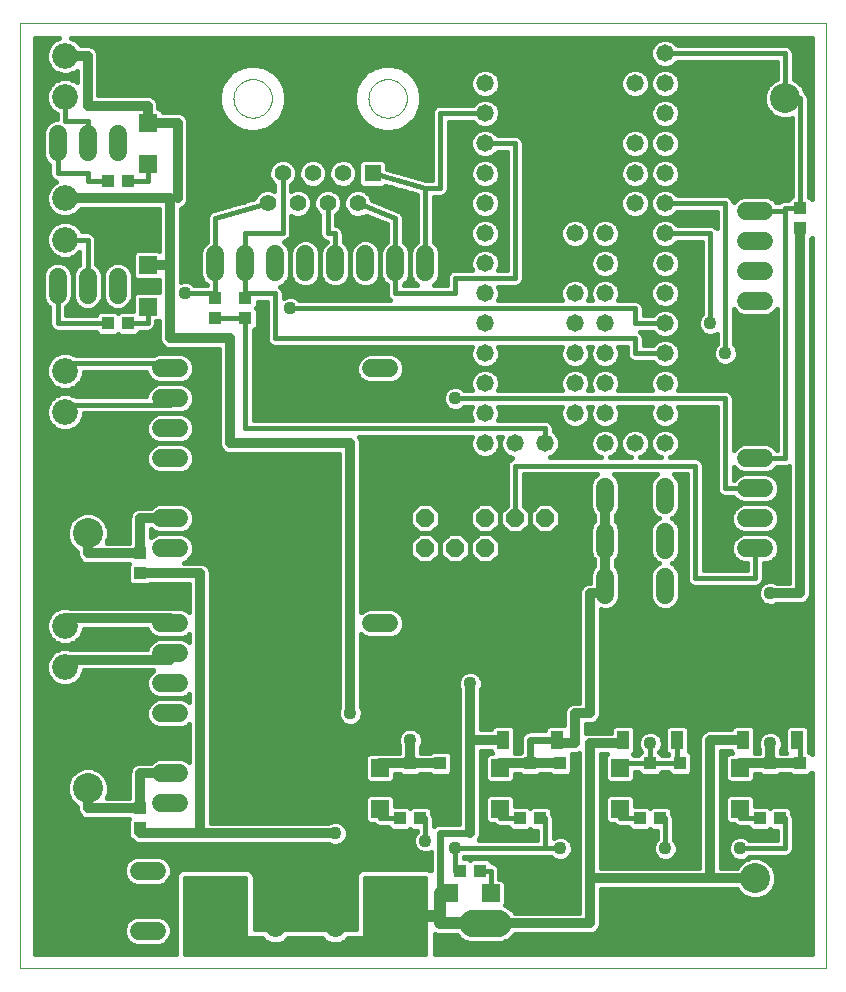
<source format=gtl>
G75*
%MOIN*%
%OFA0B0*%
%FSLAX24Y24*%
%IPPOS*%
%LPD*%
%AMOC8*
5,1,8,0,0,1.08239X$1,22.5*
%
%ADD10C,0.0000*%
%ADD11C,0.1000*%
%ADD12OC8,0.1000*%
%ADD13R,0.0394X0.0433*%
%ADD14C,0.0885*%
%ADD15R,0.2126X0.2441*%
%ADD16R,0.0394X0.0630*%
%ADD17R,0.0591X0.0591*%
%ADD18R,0.0433X0.0394*%
%ADD19C,0.0600*%
%ADD20C,0.0580*%
%ADD21C,0.0705*%
%ADD22C,0.0860*%
%ADD23OC8,0.0600*%
%ADD24C,0.0554*%
%ADD25R,0.0554X0.0554*%
%ADD26C,0.0160*%
%ADD27C,0.0320*%
%ADD28C,0.0240*%
%ADD29C,0.0436*%
%ADD30C,0.0400*%
%ADD31C,0.0396*%
D10*
X000180Y000180D02*
X000180Y031676D01*
X027050Y031676D01*
X027050Y000180D01*
X000180Y000180D01*
X007290Y029180D02*
X007292Y029230D01*
X007298Y029280D01*
X007308Y029329D01*
X007321Y029378D01*
X007339Y029425D01*
X007360Y029471D01*
X007384Y029514D01*
X007412Y029556D01*
X007443Y029596D01*
X007477Y029633D01*
X007514Y029667D01*
X007554Y029698D01*
X007596Y029726D01*
X007639Y029750D01*
X007685Y029771D01*
X007732Y029789D01*
X007781Y029802D01*
X007830Y029812D01*
X007880Y029818D01*
X007930Y029820D01*
X007980Y029818D01*
X008030Y029812D01*
X008079Y029802D01*
X008128Y029789D01*
X008175Y029771D01*
X008221Y029750D01*
X008264Y029726D01*
X008306Y029698D01*
X008346Y029667D01*
X008383Y029633D01*
X008417Y029596D01*
X008448Y029556D01*
X008476Y029514D01*
X008500Y029471D01*
X008521Y029425D01*
X008539Y029378D01*
X008552Y029329D01*
X008562Y029280D01*
X008568Y029230D01*
X008570Y029180D01*
X008568Y029130D01*
X008562Y029080D01*
X008552Y029031D01*
X008539Y028982D01*
X008521Y028935D01*
X008500Y028889D01*
X008476Y028846D01*
X008448Y028804D01*
X008417Y028764D01*
X008383Y028727D01*
X008346Y028693D01*
X008306Y028662D01*
X008264Y028634D01*
X008221Y028610D01*
X008175Y028589D01*
X008128Y028571D01*
X008079Y028558D01*
X008030Y028548D01*
X007980Y028542D01*
X007930Y028540D01*
X007880Y028542D01*
X007830Y028548D01*
X007781Y028558D01*
X007732Y028571D01*
X007685Y028589D01*
X007639Y028610D01*
X007596Y028634D01*
X007554Y028662D01*
X007514Y028693D01*
X007477Y028727D01*
X007443Y028764D01*
X007412Y028804D01*
X007384Y028846D01*
X007360Y028889D01*
X007339Y028935D01*
X007321Y028982D01*
X007308Y029031D01*
X007298Y029080D01*
X007292Y029130D01*
X007290Y029180D01*
X011790Y029180D02*
X011792Y029230D01*
X011798Y029280D01*
X011808Y029329D01*
X011821Y029378D01*
X011839Y029425D01*
X011860Y029471D01*
X011884Y029514D01*
X011912Y029556D01*
X011943Y029596D01*
X011977Y029633D01*
X012014Y029667D01*
X012054Y029698D01*
X012096Y029726D01*
X012139Y029750D01*
X012185Y029771D01*
X012232Y029789D01*
X012281Y029802D01*
X012330Y029812D01*
X012380Y029818D01*
X012430Y029820D01*
X012480Y029818D01*
X012530Y029812D01*
X012579Y029802D01*
X012628Y029789D01*
X012675Y029771D01*
X012721Y029750D01*
X012764Y029726D01*
X012806Y029698D01*
X012846Y029667D01*
X012883Y029633D01*
X012917Y029596D01*
X012948Y029556D01*
X012976Y029514D01*
X013000Y029471D01*
X013021Y029425D01*
X013039Y029378D01*
X013052Y029329D01*
X013062Y029280D01*
X013068Y029230D01*
X013070Y029180D01*
X013068Y029130D01*
X013062Y029080D01*
X013052Y029031D01*
X013039Y028982D01*
X013021Y028935D01*
X013000Y028889D01*
X012976Y028846D01*
X012948Y028804D01*
X012917Y028764D01*
X012883Y028727D01*
X012846Y028693D01*
X012806Y028662D01*
X012764Y028634D01*
X012721Y028610D01*
X012675Y028589D01*
X012628Y028571D01*
X012579Y028558D01*
X012530Y028548D01*
X012480Y028542D01*
X012430Y028540D01*
X012380Y028542D01*
X012330Y028548D01*
X012281Y028558D01*
X012232Y028571D01*
X012185Y028589D01*
X012139Y028610D01*
X012096Y028634D01*
X012054Y028662D01*
X012014Y028693D01*
X011977Y028727D01*
X011943Y028764D01*
X011912Y028804D01*
X011884Y028846D01*
X011860Y028889D01*
X011839Y028935D01*
X011821Y028982D01*
X011808Y029031D01*
X011798Y029080D01*
X011792Y029130D01*
X011790Y029180D01*
D11*
X002430Y014680D03*
X002430Y006180D03*
X024680Y003180D03*
X025680Y029180D03*
D12*
X023680Y029180D03*
X002430Y016680D03*
X002430Y008180D03*
X024680Y001180D03*
D13*
X024845Y005180D03*
X025515Y005180D03*
X025180Y006345D03*
X025180Y007015D03*
X026180Y007015D03*
X026180Y006345D03*
X022180Y006345D03*
X022180Y007015D03*
X021180Y007015D03*
X021180Y006345D03*
X020845Y005180D03*
X021515Y005180D03*
X018180Y006345D03*
X018180Y007015D03*
X017180Y007015D03*
X017180Y006345D03*
X016845Y005180D03*
X017515Y005180D03*
X015515Y003430D03*
X014845Y003430D03*
X013515Y005180D03*
X012845Y005180D03*
X013180Y006345D03*
X013180Y007015D03*
X014180Y007015D03*
X014180Y006345D03*
X003765Y021680D03*
X003095Y021680D03*
X003095Y026430D03*
X003765Y026430D03*
D14*
X015238Y001680D02*
X016123Y001680D01*
X021238Y001680D02*
X022123Y001680D01*
D15*
X021180Y010664D03*
X017180Y010664D03*
X025180Y010664D03*
D16*
X024282Y007790D03*
X026078Y007790D03*
X022078Y007790D03*
X020282Y007790D03*
X018078Y007790D03*
X016282Y007790D03*
D17*
X016180Y006869D03*
X016180Y005491D03*
X015869Y002680D03*
X014491Y002680D03*
X012180Y005491D03*
X012180Y006869D03*
X020180Y006869D03*
X020180Y005491D03*
X024180Y005491D03*
X024180Y006869D03*
X004430Y022241D03*
X004430Y023619D03*
X004430Y026991D03*
X004430Y028369D03*
D18*
X006680Y022515D03*
X006680Y021845D03*
X007680Y021845D03*
X007680Y022515D03*
X004180Y014015D03*
X004180Y013345D03*
X004180Y005515D03*
X004180Y004845D03*
X026180Y024845D03*
X026180Y025515D03*
D19*
X024980Y025430D02*
X024380Y025430D01*
X024380Y024430D02*
X024980Y024430D01*
X024980Y023430D02*
X024380Y023430D01*
X024380Y022430D02*
X024980Y022430D01*
X024980Y026430D02*
X024380Y026430D01*
X024380Y018180D02*
X024980Y018180D01*
X024980Y017180D02*
X024380Y017180D01*
X024380Y016180D02*
X024980Y016180D01*
X024980Y015180D02*
X024380Y015180D01*
X024380Y014180D02*
X024980Y014180D01*
X021680Y014130D02*
X021680Y014730D01*
X021680Y015630D02*
X021680Y016230D01*
X020680Y016230D02*
X020680Y015630D01*
X020680Y014730D02*
X020680Y014130D01*
X020680Y013230D02*
X020680Y012630D01*
X019680Y012630D02*
X019680Y013230D01*
X019680Y014130D02*
X019680Y014730D01*
X019680Y015630D02*
X019680Y016230D01*
X021680Y013230D02*
X021680Y012630D01*
X013680Y023380D02*
X013680Y023980D01*
X012680Y023980D02*
X012680Y023380D01*
X011680Y023380D02*
X011680Y023980D01*
X010680Y023980D02*
X010680Y023380D01*
X009680Y023380D02*
X009680Y023980D01*
X008680Y023980D02*
X008680Y023380D01*
X007680Y023380D02*
X007680Y023980D01*
X006680Y023980D02*
X006680Y023380D01*
X005480Y020180D02*
X004880Y020180D01*
X004880Y019180D02*
X005480Y019180D01*
X005480Y018180D02*
X004880Y018180D01*
X004880Y017180D02*
X005480Y017180D01*
X005480Y016180D02*
X004880Y016180D01*
X004880Y015180D02*
X005480Y015180D01*
X005480Y014180D02*
X004880Y014180D01*
X004880Y011680D02*
X005480Y011680D01*
X005480Y010680D02*
X004880Y010680D01*
X004880Y009680D02*
X005480Y009680D01*
X005480Y008680D02*
X004880Y008680D01*
X004880Y007680D02*
X005480Y007680D01*
X005480Y006680D02*
X004880Y006680D01*
X004880Y005680D02*
X005480Y005680D01*
X004730Y003430D02*
X004130Y003430D01*
X004130Y002430D02*
X004730Y002430D01*
X004730Y001430D02*
X004130Y001430D01*
X011880Y010680D02*
X012480Y010680D01*
X012480Y011680D02*
X011880Y011680D01*
X011880Y019180D02*
X012480Y019180D01*
X012480Y020180D02*
X011880Y020180D01*
X003430Y022630D02*
X003430Y023230D01*
X002430Y023230D02*
X002430Y022630D01*
X001430Y022630D02*
X001430Y023230D01*
X001430Y027380D02*
X001430Y027980D01*
X002430Y027980D02*
X002430Y027380D01*
X003430Y027380D02*
X003430Y027980D01*
D20*
X015680Y027680D03*
X015680Y026680D03*
X015680Y025680D03*
X015680Y024680D03*
X015680Y023680D03*
X015680Y022680D03*
X015680Y021680D03*
X015680Y020680D03*
X015680Y019680D03*
X015680Y018680D03*
X015680Y017680D03*
X016680Y017680D03*
X017680Y017680D03*
X018680Y017680D03*
X018680Y018680D03*
X018680Y019680D03*
X018680Y020680D03*
X018680Y021680D03*
X019680Y021680D03*
X019680Y020680D03*
X019680Y019680D03*
X019680Y018680D03*
X019680Y017680D03*
X020680Y017680D03*
X021680Y017680D03*
X021680Y018680D03*
X021680Y019680D03*
X021680Y020680D03*
X021680Y021680D03*
X021680Y022680D03*
X021680Y023680D03*
X021680Y024680D03*
X021680Y025680D03*
X021680Y026680D03*
X021680Y027680D03*
X021680Y028680D03*
X021680Y029680D03*
X021680Y030680D03*
X020680Y029680D03*
X020680Y027680D03*
X020680Y026680D03*
X020680Y025680D03*
X019680Y024680D03*
X019680Y023680D03*
X019680Y022680D03*
X018680Y022680D03*
X018680Y023680D03*
X018680Y024680D03*
X015680Y028680D03*
X015680Y029680D03*
X015680Y030680D03*
D21*
X012680Y002283D02*
X012680Y001578D01*
X010680Y001578D02*
X010680Y002283D01*
X008680Y002283D02*
X008680Y001578D01*
X006680Y001578D02*
X006680Y002283D01*
D22*
X001680Y010221D03*
X001680Y011599D03*
X001680Y018721D03*
X001680Y020099D03*
X001680Y024471D03*
X001680Y025849D03*
X001680Y029221D03*
X001680Y030599D03*
D23*
X013680Y015180D03*
X013680Y014180D03*
X014680Y014180D03*
X014680Y015180D03*
X015680Y015180D03*
X015680Y014180D03*
X016680Y014180D03*
X016680Y015180D03*
X017680Y015180D03*
X017680Y014180D03*
D24*
X011430Y025680D03*
X010430Y025680D03*
X009930Y026680D03*
X010930Y026680D03*
X009430Y025680D03*
X008930Y026680D03*
X008430Y025680D03*
D25*
X011930Y026680D03*
D26*
X013680Y026180D01*
X014180Y026180D01*
X014180Y028680D01*
X015680Y028680D01*
X016026Y029027D02*
X021334Y029027D01*
X021402Y029095D02*
X021265Y028958D01*
X021190Y028777D01*
X021190Y028583D01*
X021265Y028402D01*
X021402Y028265D01*
X021583Y028190D01*
X021777Y028190D01*
X021958Y028265D01*
X022095Y028402D01*
X022170Y028583D01*
X022170Y028777D01*
X022095Y028958D01*
X021958Y029095D01*
X021777Y029170D01*
X021583Y029170D01*
X021402Y029095D01*
X021419Y029102D02*
X021419Y029258D01*
X021402Y029265D02*
X021583Y029190D01*
X021777Y029190D01*
X021958Y029265D01*
X022095Y029402D01*
X022170Y029583D01*
X022170Y029777D01*
X022095Y029958D01*
X021958Y030095D01*
X021777Y030170D01*
X021583Y030170D01*
X021402Y030095D01*
X021265Y029958D01*
X021190Y029777D01*
X021190Y029583D01*
X021265Y029402D01*
X021402Y029265D01*
X021323Y029344D02*
X021037Y029344D01*
X021095Y029402D02*
X020958Y029265D01*
X020777Y029190D01*
X020583Y029190D01*
X020402Y029265D01*
X020265Y029402D01*
X020190Y029583D01*
X020190Y029777D01*
X020265Y029958D01*
X020402Y030095D01*
X020583Y030170D01*
X020777Y030170D01*
X020958Y030095D01*
X021095Y029958D01*
X021170Y029777D01*
X021170Y029583D01*
X021095Y029402D01*
X021102Y029418D02*
X021102Y027942D01*
X021095Y027958D02*
X020958Y028095D01*
X020777Y028170D01*
X020583Y028170D01*
X020402Y028095D01*
X020265Y027958D01*
X020190Y027777D01*
X020190Y027583D01*
X020265Y027402D01*
X020402Y027265D01*
X020583Y027190D01*
X020777Y027190D01*
X020958Y027265D01*
X021095Y027402D01*
X021170Y027583D01*
X021170Y027777D01*
X021095Y027958D01*
X021112Y027918D02*
X021248Y027918D01*
X021261Y027948D02*
X021261Y028412D01*
X021274Y028393D02*
X016086Y028393D01*
X016095Y028402D02*
X016170Y028583D01*
X016170Y028777D01*
X016095Y028958D01*
X015958Y029095D01*
X015777Y029170D01*
X015583Y029170D01*
X015402Y029095D01*
X015267Y028960D01*
X014124Y028960D01*
X014021Y028917D01*
X013943Y028839D01*
X013900Y028736D01*
X013900Y026460D01*
X013719Y026460D01*
X012407Y026835D01*
X012407Y027040D01*
X012290Y027157D01*
X011570Y027157D01*
X011453Y027040D01*
X011453Y026320D01*
X011570Y026203D01*
X012290Y026203D01*
X012355Y026267D01*
X013400Y025969D01*
X013400Y024405D01*
X013397Y024404D01*
X013256Y024263D01*
X013180Y024079D01*
X013104Y024263D01*
X012963Y024404D01*
X012960Y024405D01*
X012960Y025126D01*
X012961Y025128D01*
X012960Y025182D01*
X012960Y025236D01*
X012959Y025237D01*
X012959Y025239D01*
X012938Y025289D01*
X012917Y025339D01*
X012916Y025340D01*
X012915Y025341D01*
X012877Y025379D01*
X012839Y025417D01*
X012837Y025418D01*
X012836Y025419D01*
X012786Y025439D01*
X012736Y025460D01*
X012734Y025460D01*
X011899Y025794D01*
X011835Y025950D01*
X011700Y026085D01*
X011525Y026157D01*
X011335Y026157D01*
X011160Y026085D01*
X011025Y025950D01*
X010953Y025775D01*
X010953Y025585D01*
X011025Y025410D01*
X011160Y025275D01*
X011335Y025203D01*
X011525Y025203D01*
X011694Y025273D01*
X012400Y024990D01*
X012400Y024405D01*
X012397Y024404D01*
X012256Y024263D01*
X012180Y024079D01*
X012104Y024263D01*
X011963Y024404D01*
X011779Y024480D01*
X011581Y024480D01*
X011397Y024404D01*
X011256Y024263D01*
X011180Y024079D01*
X011104Y024263D01*
X010963Y024404D01*
X010960Y024405D01*
X010960Y024736D01*
X010917Y024839D01*
X010839Y024917D01*
X010736Y024960D01*
X010710Y024960D01*
X010710Y025285D01*
X010835Y025410D01*
X010907Y025585D01*
X010907Y025775D01*
X010835Y025950D01*
X010700Y026085D01*
X010525Y026157D01*
X010335Y026157D01*
X010160Y026085D01*
X010025Y025950D01*
X009953Y025775D01*
X009953Y025585D01*
X010025Y025410D01*
X010150Y025285D01*
X010150Y024624D01*
X010193Y024521D01*
X010271Y024443D01*
X010374Y024400D01*
X010393Y024400D01*
X010256Y024263D01*
X010180Y024079D01*
X010180Y023281D01*
X010256Y023097D01*
X010397Y022956D01*
X010581Y022880D01*
X010779Y022880D01*
X010963Y022956D01*
X011104Y023097D01*
X011180Y023281D01*
X011180Y024079D01*
X011180Y023281D01*
X011256Y023097D01*
X011397Y022956D01*
X011581Y022880D01*
X011779Y022880D01*
X011963Y022956D01*
X012104Y023097D01*
X012180Y023281D01*
X012180Y024079D01*
X012180Y023281D01*
X012256Y023097D01*
X012397Y022956D01*
X012400Y022955D01*
X012400Y022624D01*
X012443Y022521D01*
X012504Y022460D01*
X009491Y022460D01*
X009417Y022534D01*
X009263Y022598D01*
X009097Y022598D01*
X008960Y022541D01*
X008960Y022736D01*
X008917Y022839D01*
X008848Y022908D01*
X008963Y022956D01*
X009104Y023097D01*
X009180Y023281D01*
X009256Y023097D01*
X009397Y022956D01*
X009581Y022880D01*
X009779Y022880D01*
X009963Y022956D01*
X010104Y023097D01*
X010180Y023281D01*
X010180Y024079D01*
X010104Y024263D01*
X009963Y024404D01*
X009779Y024480D01*
X009581Y024480D01*
X009397Y024404D01*
X009256Y024263D01*
X009180Y024079D01*
X009180Y023281D01*
X009180Y024079D01*
X009104Y024263D01*
X008967Y024400D01*
X008986Y024400D01*
X009089Y024443D01*
X009167Y024521D01*
X009210Y024624D01*
X009210Y025255D01*
X009335Y025203D01*
X009525Y025203D01*
X009700Y025275D01*
X009835Y025410D01*
X009907Y025585D01*
X009907Y025775D01*
X009835Y025950D01*
X009700Y026085D01*
X009525Y026157D01*
X009335Y026157D01*
X009210Y026105D01*
X009210Y026285D01*
X009335Y026410D01*
X009407Y026585D01*
X009407Y026775D01*
X009335Y026950D01*
X009200Y027085D01*
X009025Y027157D01*
X008835Y027157D01*
X008660Y027085D01*
X008525Y026950D01*
X008453Y026775D01*
X008453Y026585D01*
X008525Y026410D01*
X008650Y026285D01*
X008650Y026105D01*
X008525Y026157D01*
X008335Y026157D01*
X008160Y026085D01*
X008025Y025950D01*
X007981Y025843D01*
X006641Y025460D01*
X006624Y025460D01*
X006588Y025445D01*
X006550Y025434D01*
X006537Y025424D01*
X006521Y025417D01*
X006493Y025389D01*
X006462Y025365D01*
X006454Y025350D01*
X006443Y025339D01*
X006427Y025302D01*
X006408Y025267D01*
X006406Y025251D01*
X006400Y025236D01*
X006400Y025196D01*
X006395Y025157D01*
X006400Y025141D01*
X006400Y024405D01*
X006397Y024404D01*
X006256Y024263D01*
X006180Y024079D01*
X006180Y023281D01*
X006256Y023097D01*
X006393Y022960D01*
X005991Y022960D01*
X005917Y023034D01*
X005763Y023098D01*
X005597Y023098D01*
X005540Y023074D01*
X005540Y025505D01*
X005634Y025544D01*
X005735Y025645D01*
X005790Y025778D01*
X005790Y028441D01*
X005735Y028573D01*
X005634Y028674D01*
X005502Y028729D01*
X004925Y028729D01*
X004925Y028747D01*
X004808Y028864D01*
X004790Y028864D01*
X004790Y029002D01*
X004735Y029134D01*
X004634Y029235D01*
X004502Y029290D01*
X002790Y029290D01*
X002790Y030671D01*
X002735Y030803D01*
X002634Y030904D01*
X002502Y030959D01*
X002211Y030959D01*
X002037Y031133D01*
X001886Y031196D01*
X026570Y031196D01*
X026570Y025821D01*
X026479Y025911D01*
X026460Y025911D01*
X026460Y029236D01*
X026417Y029339D01*
X026340Y029416D01*
X026273Y029577D01*
X026077Y029773D01*
X025960Y029822D01*
X025960Y030736D01*
X025917Y030839D01*
X025839Y030917D01*
X025736Y030960D01*
X022093Y030960D01*
X021958Y031095D01*
X021777Y031170D01*
X021583Y031170D01*
X021402Y031095D01*
X021265Y030958D01*
X021190Y030777D01*
X021190Y030583D01*
X021265Y030402D01*
X021402Y030265D01*
X021583Y030190D01*
X021777Y030190D01*
X021958Y030265D01*
X022093Y030400D01*
X025400Y030400D01*
X025400Y029822D01*
X025283Y029773D01*
X025087Y029577D01*
X024980Y029319D01*
X024980Y029041D01*
X025087Y028783D01*
X025283Y028587D01*
X025541Y028480D01*
X025819Y028480D01*
X025900Y028513D01*
X025900Y025911D01*
X025881Y025911D01*
X025764Y025795D01*
X025624Y025795D01*
X025521Y025752D01*
X025479Y025710D01*
X025405Y025710D01*
X025404Y025713D01*
X025263Y025854D01*
X025079Y025930D01*
X024281Y025930D01*
X024097Y025854D01*
X023960Y025717D01*
X023960Y025736D01*
X023917Y025839D01*
X023839Y025917D01*
X023736Y025960D01*
X022093Y025960D01*
X021958Y026095D01*
X021777Y026170D01*
X021583Y026170D01*
X021402Y026095D01*
X021265Y025958D01*
X021190Y025777D01*
X021190Y025583D01*
X021265Y025402D01*
X021402Y025265D01*
X021583Y025190D01*
X021777Y025190D01*
X021958Y025265D01*
X022093Y025400D01*
X023400Y025400D01*
X023400Y024856D01*
X023339Y024917D01*
X023236Y024960D01*
X022093Y024960D01*
X021958Y025095D01*
X021777Y025170D01*
X021583Y025170D01*
X021402Y025095D01*
X021265Y024958D01*
X021190Y024777D01*
X021190Y024583D01*
X021265Y024402D01*
X021402Y024265D01*
X021583Y024190D01*
X021777Y024190D01*
X021958Y024265D01*
X022093Y024400D01*
X022900Y024400D01*
X022900Y021991D01*
X022826Y021917D01*
X022762Y021763D01*
X022762Y021597D01*
X022826Y021443D01*
X022943Y021326D01*
X023097Y021262D01*
X023263Y021262D01*
X023400Y021319D01*
X023400Y020991D01*
X023326Y020917D01*
X023262Y020763D01*
X023262Y020597D01*
X023326Y020443D01*
X023443Y020326D01*
X023597Y020262D01*
X023763Y020262D01*
X023917Y020326D01*
X024034Y020443D01*
X024098Y020597D01*
X024098Y020763D01*
X024034Y020917D01*
X023960Y020991D01*
X023960Y022143D01*
X024097Y022006D01*
X024281Y021930D01*
X025079Y021930D01*
X025263Y022006D01*
X025400Y022143D01*
X025400Y017467D01*
X025263Y017604D01*
X025079Y017680D01*
X024281Y017680D01*
X024097Y017604D01*
X023960Y017467D01*
X023960Y019236D01*
X023917Y019339D01*
X023839Y019417D01*
X023736Y019460D01*
X022119Y019460D01*
X022170Y019583D01*
X022170Y019777D01*
X022095Y019958D01*
X021958Y020095D01*
X021777Y020170D01*
X021583Y020170D01*
X021402Y020095D01*
X021265Y019958D01*
X021190Y019777D01*
X021190Y019583D01*
X021241Y019460D01*
X020119Y019460D01*
X020170Y019583D01*
X020170Y019777D01*
X020095Y019958D01*
X019958Y020095D01*
X019777Y020170D01*
X019583Y020170D01*
X019402Y020095D01*
X019265Y019958D01*
X019190Y019777D01*
X019190Y019583D01*
X019241Y019460D01*
X019119Y019460D01*
X019170Y019583D01*
X019170Y019777D01*
X019095Y019958D01*
X018958Y020095D01*
X018777Y020170D01*
X018583Y020170D01*
X018402Y020095D01*
X018265Y019958D01*
X018190Y019777D01*
X018190Y019583D01*
X018241Y019460D01*
X016119Y019460D01*
X016170Y019583D01*
X016170Y019777D01*
X016095Y019958D01*
X015958Y020095D01*
X015777Y020170D01*
X015583Y020170D01*
X015402Y020095D01*
X015265Y019958D01*
X015190Y019777D01*
X015190Y019583D01*
X015241Y019460D01*
X014991Y019460D01*
X014917Y019534D01*
X014763Y019598D01*
X014597Y019598D01*
X014443Y019534D01*
X014326Y019417D01*
X014262Y019263D01*
X014262Y019097D01*
X014326Y018943D01*
X014443Y018826D01*
X014597Y018762D01*
X014763Y018762D01*
X014917Y018826D01*
X014991Y018900D01*
X015241Y018900D01*
X015190Y018777D01*
X015190Y018583D01*
X015241Y018460D01*
X007960Y018460D01*
X007960Y021449D01*
X007979Y021449D01*
X008097Y021566D01*
X008097Y022125D01*
X008042Y022180D01*
X008097Y022235D01*
X008097Y022400D01*
X008400Y022400D01*
X008400Y021124D01*
X008443Y021021D01*
X008521Y020943D01*
X008624Y020900D01*
X015241Y020900D01*
X015190Y020777D01*
X015190Y020583D01*
X015265Y020402D01*
X015402Y020265D01*
X015583Y020190D01*
X015777Y020190D01*
X015958Y020265D01*
X016095Y020402D01*
X016170Y020583D01*
X016170Y020777D01*
X016119Y020900D01*
X018241Y020900D01*
X018190Y020777D01*
X018190Y020583D01*
X018265Y020402D01*
X018402Y020265D01*
X018583Y020190D01*
X018777Y020190D01*
X018958Y020265D01*
X019095Y020402D01*
X019170Y020583D01*
X019170Y020777D01*
X019119Y020900D01*
X019241Y020900D01*
X019190Y020777D01*
X019190Y020583D01*
X019265Y020402D01*
X019402Y020265D01*
X019583Y020190D01*
X019777Y020190D01*
X019958Y020265D01*
X020095Y020402D01*
X020170Y020583D01*
X020170Y020777D01*
X020119Y020900D01*
X020400Y020900D01*
X020400Y020624D01*
X020443Y020521D01*
X020521Y020443D01*
X020624Y020400D01*
X021267Y020400D01*
X021402Y020265D01*
X021583Y020190D01*
X021777Y020190D01*
X021958Y020265D01*
X022095Y020402D01*
X022170Y020583D01*
X022170Y020777D01*
X022095Y020958D01*
X021958Y021095D01*
X021777Y021170D01*
X021583Y021170D01*
X021402Y021095D01*
X021267Y020960D01*
X020960Y020960D01*
X020960Y021236D01*
X020917Y021339D01*
X020856Y021400D01*
X021267Y021400D01*
X021402Y021265D01*
X021583Y021190D01*
X021777Y021190D01*
X021958Y021265D01*
X022095Y021402D01*
X022170Y021583D01*
X022170Y021777D01*
X022095Y021958D01*
X021958Y022095D01*
X021777Y022170D01*
X021583Y022170D01*
X021402Y022095D01*
X021267Y021960D01*
X020960Y021960D01*
X020960Y022236D01*
X020917Y022339D01*
X020839Y022417D01*
X020736Y022460D01*
X020119Y022460D01*
X020170Y022583D01*
X020170Y022777D01*
X020095Y022958D01*
X019958Y023095D01*
X019777Y023170D01*
X019583Y023170D01*
X019402Y023095D01*
X019265Y022958D01*
X019190Y022777D01*
X019190Y022583D01*
X019241Y022460D01*
X019119Y022460D01*
X019170Y022583D01*
X019170Y022777D01*
X019095Y022958D01*
X018958Y023095D01*
X018777Y023170D01*
X018583Y023170D01*
X018402Y023095D01*
X018265Y022958D01*
X018190Y022777D01*
X018190Y022583D01*
X018241Y022460D01*
X016119Y022460D01*
X016170Y022583D01*
X016170Y022777D01*
X016119Y022900D01*
X016736Y022900D01*
X016839Y022943D01*
X016917Y023021D01*
X016960Y023124D01*
X016960Y027736D01*
X016917Y027839D01*
X016839Y027917D01*
X016736Y027960D01*
X016093Y027960D01*
X015958Y028095D01*
X015777Y028170D01*
X015583Y028170D01*
X015402Y028095D01*
X015265Y027958D01*
X015190Y027777D01*
X015190Y027583D01*
X015265Y027402D01*
X015402Y027265D01*
X015583Y027190D01*
X015777Y027190D01*
X015958Y027265D01*
X016093Y027400D01*
X016400Y027400D01*
X016400Y023460D01*
X016119Y023460D01*
X016170Y023583D01*
X016170Y023777D01*
X016095Y023958D01*
X015958Y024095D01*
X015777Y024170D01*
X015583Y024170D01*
X015402Y024095D01*
X015265Y023958D01*
X015190Y023777D01*
X015190Y023583D01*
X015241Y023460D01*
X014624Y023460D01*
X014521Y023417D01*
X014443Y023339D01*
X014400Y023236D01*
X014400Y022960D01*
X013967Y022960D01*
X014104Y023097D01*
X014180Y023281D01*
X014180Y024079D01*
X014104Y024263D01*
X013963Y024404D01*
X013960Y024405D01*
X013960Y025900D01*
X014236Y025900D01*
X014339Y025943D01*
X014417Y026021D01*
X014460Y026124D01*
X014460Y028400D01*
X015267Y028400D01*
X015402Y028265D01*
X015583Y028190D01*
X015777Y028190D01*
X015958Y028265D01*
X016095Y028402D01*
X016030Y028337D02*
X016030Y028023D01*
X015977Y028076D02*
X020383Y028076D01*
X020468Y028123D02*
X020468Y029237D01*
X020627Y029190D02*
X020627Y028170D01*
X020785Y028167D02*
X020785Y029193D01*
X020944Y029259D02*
X020944Y028101D01*
X020977Y028076D02*
X021383Y028076D01*
X021402Y028095D02*
X021265Y027958D01*
X021190Y027777D01*
X021190Y027583D01*
X021265Y027402D01*
X021402Y027265D01*
X021583Y027190D01*
X021777Y027190D01*
X021958Y027265D01*
X022095Y027402D01*
X022170Y027583D01*
X022170Y027777D01*
X022095Y027958D01*
X021958Y028095D01*
X021777Y028170D01*
X021583Y028170D01*
X021402Y028095D01*
X021419Y028102D02*
X021419Y028258D01*
X021475Y028235D02*
X015885Y028235D01*
X015872Y028229D02*
X015872Y028131D01*
X015713Y028170D02*
X015713Y028190D01*
X015555Y028202D02*
X015555Y028158D01*
X015475Y028235D02*
X014460Y028235D01*
X014460Y028393D02*
X015274Y028393D01*
X015238Y028400D02*
X015238Y027892D01*
X015248Y027918D02*
X014460Y027918D01*
X014460Y028076D02*
X015383Y028076D01*
X015396Y028089D02*
X015396Y028271D01*
X015079Y028400D02*
X015079Y023460D01*
X015233Y023480D02*
X014180Y023480D01*
X014180Y023638D02*
X015190Y023638D01*
X015198Y023797D02*
X014180Y023797D01*
X014180Y023955D02*
X015264Y023955D01*
X015238Y023892D02*
X015238Y024468D01*
X015253Y024431D02*
X013960Y024431D01*
X013970Y024398D02*
X013970Y025900D01*
X013960Y025857D02*
X015223Y025857D01*
X015238Y025892D02*
X015238Y026468D01*
X015228Y026491D02*
X014460Y026491D01*
X014460Y026333D02*
X015334Y026333D01*
X015396Y026271D02*
X015396Y026089D01*
X015402Y026095D02*
X015265Y025958D01*
X015190Y025777D01*
X015190Y025583D01*
X015265Y025402D01*
X015402Y025265D01*
X015583Y025190D01*
X015777Y025190D01*
X015958Y025265D01*
X016095Y025402D01*
X016170Y025583D01*
X016170Y025777D01*
X016095Y025958D01*
X015958Y026095D01*
X015777Y026170D01*
X015583Y026170D01*
X015402Y026095D01*
X015323Y026016D02*
X014412Y026016D01*
X014445Y026088D02*
X014445Y023341D01*
X014435Y023321D02*
X014180Y023321D01*
X014131Y023163D02*
X014400Y023163D01*
X014400Y023004D02*
X014011Y023004D01*
X013970Y022962D02*
X013970Y022960D01*
X014128Y022960D02*
X014128Y023155D01*
X014287Y022960D02*
X014287Y025921D01*
X014128Y025900D02*
X014128Y024205D01*
X014095Y024272D02*
X015395Y024272D01*
X015396Y024271D02*
X015396Y024089D01*
X015446Y024114D02*
X014166Y024114D01*
X013960Y024589D02*
X015190Y024589D01*
X015190Y024583D02*
X015265Y024402D01*
X015402Y024265D01*
X015583Y024190D01*
X015777Y024190D01*
X015958Y024265D01*
X016095Y024402D01*
X016170Y024583D01*
X016170Y024777D01*
X016095Y024958D01*
X015958Y025095D01*
X015777Y025170D01*
X015583Y025170D01*
X015402Y025095D01*
X015265Y024958D01*
X015190Y024777D01*
X015190Y024583D01*
X015190Y024748D02*
X013960Y024748D01*
X013960Y024906D02*
X015243Y024906D01*
X015238Y024892D02*
X015238Y025468D01*
X015208Y025540D02*
X013960Y025540D01*
X013960Y025382D02*
X015285Y025382D01*
X015396Y025271D02*
X015396Y025089D01*
X015372Y025065D02*
X013960Y025065D01*
X013960Y025223D02*
X015503Y025223D01*
X015555Y025202D02*
X015555Y025158D01*
X015713Y025170D02*
X015713Y025190D01*
X015857Y025223D02*
X016400Y025223D01*
X016400Y025065D02*
X015988Y025065D01*
X016030Y025023D02*
X016030Y025337D01*
X016075Y025382D02*
X016400Y025382D01*
X016400Y025540D02*
X016152Y025540D01*
X016170Y025699D02*
X016400Y025699D01*
X016400Y025857D02*
X016137Y025857D01*
X016037Y026016D02*
X016400Y026016D01*
X016400Y026174D02*
X014460Y026174D01*
X013960Y025699D02*
X015190Y025699D01*
X015555Y026158D02*
X015555Y026202D01*
X015583Y026190D02*
X015777Y026190D01*
X015958Y026265D01*
X016095Y026402D01*
X016170Y026583D01*
X016170Y026777D01*
X016095Y026958D01*
X015958Y027095D01*
X015777Y027170D01*
X015583Y027170D01*
X015402Y027095D01*
X015265Y026958D01*
X015190Y026777D01*
X015190Y026583D01*
X015265Y026402D01*
X015402Y026265D01*
X015583Y026190D01*
X015713Y026190D02*
X015713Y026170D01*
X015872Y026131D02*
X015872Y026229D01*
X016026Y026333D02*
X016400Y026333D01*
X016400Y026491D02*
X016132Y026491D01*
X016170Y026650D02*
X016400Y026650D01*
X016400Y026808D02*
X016157Y026808D01*
X016086Y026967D02*
X016400Y026967D01*
X016400Y027125D02*
X015886Y027125D01*
X015872Y027131D02*
X015872Y027229D01*
X015977Y027284D02*
X016400Y027284D01*
X016347Y027400D02*
X016347Y023460D01*
X016400Y023480D02*
X016127Y023480D01*
X016189Y023460D02*
X016189Y027400D01*
X016030Y027337D02*
X016030Y027023D01*
X015713Y027170D02*
X015713Y027190D01*
X015555Y027202D02*
X015555Y027158D01*
X015474Y027125D02*
X014460Y027125D01*
X014460Y026967D02*
X015274Y026967D01*
X015238Y026892D02*
X015238Y027468D01*
X015248Y027442D02*
X014460Y027442D01*
X014460Y027284D02*
X015383Y027284D01*
X015396Y027271D02*
X015396Y027089D01*
X015203Y026808D02*
X014460Y026808D01*
X014460Y026650D02*
X015190Y026650D01*
X016030Y026337D02*
X016030Y026023D01*
X015872Y025229D02*
X015872Y025131D01*
X016117Y024906D02*
X016400Y024906D01*
X016400Y024748D02*
X016170Y024748D01*
X016170Y024589D02*
X016400Y024589D01*
X016400Y024431D02*
X016107Y024431D01*
X016030Y024337D02*
X016030Y024023D01*
X016096Y023955D02*
X016400Y023955D01*
X016400Y023797D02*
X016162Y023797D01*
X016170Y023638D02*
X016400Y023638D01*
X016680Y023180D02*
X014680Y023180D01*
X014680Y022680D01*
X012680Y022680D01*
X012680Y023680D01*
X012680Y025180D01*
X011430Y025680D01*
X011091Y026016D02*
X010769Y026016D01*
X010800Y025985D02*
X010800Y026218D01*
X010835Y026203D02*
X011025Y026203D01*
X011200Y026275D01*
X011335Y026410D01*
X011407Y026585D01*
X011407Y026775D01*
X011335Y026950D01*
X011200Y027085D01*
X011025Y027157D01*
X010835Y027157D01*
X010660Y027085D01*
X010525Y026950D01*
X010453Y026775D01*
X010453Y026585D01*
X010525Y026410D01*
X010660Y026275D01*
X010835Y026203D01*
X010958Y026203D02*
X010958Y025787D01*
X010987Y025857D02*
X010873Y025857D01*
X010907Y025699D02*
X010953Y025699D01*
X010958Y025573D02*
X010958Y024740D01*
X010955Y024748D02*
X012400Y024748D01*
X012400Y024906D02*
X010850Y024906D01*
X010800Y024934D02*
X010800Y025375D01*
X010806Y025382D02*
X011054Y025382D01*
X011117Y025319D02*
X011117Y024233D01*
X011095Y024272D02*
X011265Y024272D01*
X011275Y024282D02*
X011275Y025228D01*
X011286Y025223D02*
X010710Y025223D01*
X010710Y025065D02*
X012215Y025065D01*
X012226Y025060D02*
X012226Y024191D01*
X012194Y024114D02*
X012166Y024114D01*
X012180Y023955D02*
X012180Y023955D01*
X012180Y023797D02*
X012180Y023797D01*
X012180Y023638D02*
X012180Y023638D01*
X012180Y023480D02*
X012180Y023480D01*
X012180Y023321D02*
X012180Y023321D01*
X012226Y023169D02*
X012226Y022460D01*
X012068Y022460D02*
X012068Y023060D01*
X012011Y023004D02*
X012349Y023004D01*
X012385Y022968D02*
X012385Y022460D01*
X012440Y022529D02*
X009422Y022529D01*
X009373Y022552D02*
X009373Y022980D01*
X009349Y023004D02*
X009011Y023004D01*
X009056Y023049D02*
X009056Y022581D01*
X008960Y022687D02*
X012400Y022687D01*
X012400Y022846D02*
X008910Y022846D01*
X008898Y022858D02*
X008898Y022929D01*
X009131Y023163D02*
X009229Y023163D01*
X009215Y023197D02*
X009215Y022598D01*
X009532Y022460D02*
X009532Y022900D01*
X009690Y022880D02*
X009690Y022460D01*
X009849Y022460D02*
X009849Y022909D01*
X010007Y023000D02*
X010007Y022460D01*
X010166Y022460D02*
X010166Y023246D01*
X010180Y023321D02*
X010180Y023321D01*
X010180Y023480D02*
X010180Y023480D01*
X010180Y023638D02*
X010180Y023638D01*
X010180Y023797D02*
X010180Y023797D01*
X010180Y023955D02*
X010180Y023955D01*
X010166Y024114D02*
X010194Y024114D01*
X010166Y024114D02*
X010166Y024587D01*
X010165Y024589D02*
X009195Y024589D01*
X009210Y024748D02*
X010150Y024748D01*
X010150Y024906D02*
X009210Y024906D01*
X009210Y025065D02*
X010150Y025065D01*
X010150Y025223D02*
X009574Y025223D01*
X009532Y025206D02*
X009532Y024460D01*
X009461Y024431D02*
X009059Y024431D01*
X009056Y024429D02*
X009056Y024311D01*
X009095Y024272D02*
X009265Y024272D01*
X009215Y024163D02*
X009215Y025253D01*
X009210Y025223D02*
X009286Y025223D01*
X009373Y025203D02*
X009373Y024380D01*
X009194Y024114D02*
X009166Y024114D01*
X009180Y023955D02*
X009180Y023955D01*
X009180Y023797D02*
X009180Y023797D01*
X009180Y023638D02*
X009180Y023638D01*
X009180Y023480D02*
X009180Y023480D01*
X009180Y023321D02*
X009180Y023321D01*
X008680Y022680D02*
X007680Y022680D01*
X007680Y022515D01*
X007680Y023680D01*
X007680Y024680D01*
X008930Y024680D01*
X008930Y026680D01*
X008492Y026491D02*
X005790Y026491D01*
X005790Y026333D02*
X008603Y026333D01*
X008581Y026355D02*
X008581Y026134D01*
X008650Y026174D02*
X005790Y026174D01*
X005790Y026016D02*
X008091Y026016D01*
X008105Y026030D02*
X008105Y028067D01*
X008077Y028060D02*
X008362Y028136D01*
X008618Y028284D01*
X008826Y028492D01*
X008974Y028748D01*
X009050Y029033D01*
X009050Y029327D01*
X008974Y029612D01*
X008826Y029868D01*
X008618Y030076D01*
X008362Y030224D01*
X008077Y030300D01*
X007783Y030300D01*
X007498Y030224D01*
X007242Y030076D01*
X007034Y029868D01*
X006886Y029612D01*
X006810Y029327D01*
X006810Y029033D01*
X006886Y028748D01*
X007034Y028492D01*
X007242Y028284D01*
X007498Y028136D01*
X007783Y028060D01*
X008077Y028060D01*
X008137Y028076D02*
X012223Y028076D01*
X012226Y028075D02*
X012226Y027157D01*
X012322Y027125D02*
X013900Y027125D01*
X013900Y026967D02*
X012407Y026967D01*
X012385Y027063D02*
X012385Y028060D01*
X012283Y028060D02*
X012577Y028060D01*
X012862Y028136D01*
X013118Y028284D01*
X013326Y028492D01*
X013474Y028748D01*
X013550Y029033D01*
X013550Y029327D01*
X013474Y029612D01*
X013326Y029868D01*
X013118Y030076D01*
X012862Y030224D01*
X012577Y030300D01*
X012283Y030300D01*
X011998Y030224D01*
X011742Y030076D01*
X011534Y029868D01*
X011386Y029612D01*
X011310Y029327D01*
X011310Y029033D01*
X011386Y028748D01*
X011534Y028492D01*
X011742Y028284D01*
X011998Y028136D01*
X012283Y028060D01*
X012068Y028118D02*
X012068Y027157D01*
X011909Y027157D02*
X011909Y028188D01*
X011828Y028235D02*
X008532Y028235D01*
X008581Y028262D02*
X008581Y027005D01*
X008542Y026967D02*
X005790Y026967D01*
X005790Y027125D02*
X008758Y027125D01*
X008739Y027117D02*
X008739Y028405D01*
X008727Y028393D02*
X011633Y028393D01*
X011592Y028434D02*
X011592Y027157D01*
X011538Y027125D02*
X011102Y027125D01*
X011117Y027119D02*
X011117Y031196D01*
X011275Y031196D02*
X011275Y027010D01*
X011318Y026967D02*
X011453Y026967D01*
X011453Y026808D02*
X011393Y026808D01*
X011407Y026650D02*
X011453Y026650D01*
X011453Y026491D02*
X011368Y026491D01*
X011275Y026350D02*
X011275Y026132D01*
X011434Y026157D02*
X011434Y028666D01*
X011408Y028710D02*
X008952Y028710D01*
X008898Y028616D02*
X008898Y027157D01*
X009056Y027144D02*
X009056Y031196D01*
X008898Y031196D02*
X008898Y029744D01*
X008854Y029820D02*
X011506Y029820D01*
X011592Y029926D02*
X011592Y031196D01*
X011434Y031196D02*
X011434Y029694D01*
X011414Y029661D02*
X008946Y029661D01*
X009003Y029503D02*
X011357Y029503D01*
X011314Y029344D02*
X009046Y029344D01*
X009050Y029186D02*
X011310Y029186D01*
X011311Y029027D02*
X009049Y029027D01*
X009006Y028869D02*
X011354Y028869D01*
X011500Y028552D02*
X008860Y028552D01*
X008422Y028171D02*
X008422Y026157D01*
X008264Y026128D02*
X008264Y028110D01*
X007947Y028060D02*
X007947Y025833D01*
X007987Y025857D02*
X005790Y025857D01*
X005757Y025699D02*
X007476Y025699D01*
X007471Y025697D02*
X007471Y028152D01*
X007328Y028235D02*
X005790Y028235D01*
X005790Y028393D02*
X007133Y028393D01*
X007154Y028372D02*
X007154Y025607D01*
X007313Y025652D02*
X007313Y028243D01*
X007630Y028101D02*
X007630Y025742D01*
X007788Y025788D02*
X007788Y028060D01*
X007723Y028076D02*
X005790Y028076D01*
X005790Y027918D02*
X013900Y027918D01*
X013900Y028076D02*
X012637Y028076D01*
X012702Y028093D02*
X012702Y026751D01*
X012860Y026705D02*
X012860Y028136D01*
X013019Y028227D02*
X013019Y026660D01*
X013056Y026650D02*
X013900Y026650D01*
X013900Y026808D02*
X012501Y026808D01*
X012543Y026796D02*
X012543Y028060D01*
X013032Y028235D02*
X013900Y028235D01*
X013900Y028393D02*
X013227Y028393D01*
X013177Y028343D02*
X013177Y026615D01*
X013336Y026570D02*
X013336Y028508D01*
X013360Y028552D02*
X013900Y028552D01*
X013900Y028710D02*
X013452Y028710D01*
X013494Y028824D02*
X013494Y026524D01*
X013611Y026491D02*
X013900Y026491D01*
X013811Y026460D02*
X013811Y031196D01*
X013653Y031196D02*
X013653Y026479D01*
X013680Y026180D02*
X013680Y023680D01*
X013180Y023638D02*
X013180Y023638D01*
X013180Y023480D02*
X013180Y023480D01*
X013180Y023321D02*
X013180Y023321D01*
X013180Y023281D02*
X013104Y023097D01*
X012967Y022960D01*
X013393Y022960D01*
X013256Y023097D01*
X013180Y023281D01*
X013180Y024079D01*
X013180Y023281D01*
X013177Y023273D02*
X013177Y022960D01*
X013019Y022960D02*
X013019Y023011D01*
X013011Y023004D02*
X013349Y023004D01*
X013336Y023017D02*
X013336Y022960D01*
X013229Y023163D02*
X013131Y023163D01*
X013180Y023797D02*
X013180Y023797D01*
X013180Y023955D02*
X013180Y023955D01*
X013177Y024087D02*
X013177Y026033D01*
X013236Y026016D02*
X011769Y026016D01*
X011751Y026034D02*
X011751Y026203D01*
X011909Y026203D02*
X011909Y025790D01*
X011873Y025857D02*
X013400Y025857D01*
X013336Y025987D02*
X013336Y024343D01*
X013265Y024272D02*
X013095Y024272D01*
X013019Y024349D02*
X013019Y026078D01*
X012860Y026123D02*
X012860Y025396D01*
X012874Y025382D02*
X013400Y025382D01*
X013400Y025540D02*
X012534Y025540D01*
X012543Y025536D02*
X012543Y026214D01*
X012682Y026174D02*
X009210Y026174D01*
X009215Y026107D02*
X009215Y026290D01*
X009257Y026333D02*
X009603Y026333D01*
X009660Y026275D02*
X009835Y026203D01*
X010025Y026203D01*
X010200Y026275D01*
X010335Y026410D01*
X010407Y026585D01*
X010407Y026775D01*
X010335Y026950D01*
X010200Y027085D01*
X010025Y027157D01*
X009835Y027157D01*
X009660Y027085D01*
X009525Y026950D01*
X009453Y026775D01*
X009453Y026585D01*
X009525Y026410D01*
X009660Y026275D01*
X009690Y026263D02*
X009690Y026089D01*
X009769Y026016D02*
X010091Y026016D01*
X010166Y026087D02*
X010166Y026261D01*
X010257Y026333D02*
X010603Y026333D01*
X010641Y026294D02*
X010641Y026109D01*
X010483Y026157D02*
X010483Y026513D01*
X010492Y026491D02*
X010368Y026491D01*
X010324Y026399D02*
X010324Y026153D01*
X010007Y026203D02*
X010007Y025906D01*
X009987Y025857D02*
X009873Y025857D01*
X009849Y025917D02*
X009849Y026203D01*
X009532Y026154D02*
X009532Y026404D01*
X009492Y026491D02*
X009368Y026491D01*
X009373Y026503D02*
X009373Y026157D01*
X009407Y026650D02*
X009453Y026650D01*
X009467Y026808D02*
X009393Y026808D01*
X009373Y026857D02*
X009373Y031196D01*
X009215Y031196D02*
X009215Y027070D01*
X009102Y027125D02*
X009758Y027125D01*
X009690Y027097D02*
X009690Y031196D01*
X009532Y031196D02*
X009532Y026956D01*
X009542Y026967D02*
X009318Y026967D01*
X009849Y027157D02*
X009849Y031196D01*
X010007Y031196D02*
X010007Y027157D01*
X010102Y027125D02*
X010758Y027125D01*
X010800Y027142D02*
X010800Y031196D01*
X010958Y031196D02*
X010958Y027157D01*
X010641Y027066D02*
X010641Y031196D01*
X010483Y031196D02*
X010483Y026847D01*
X010467Y026808D02*
X010393Y026808D01*
X010407Y026650D02*
X010453Y026650D01*
X010542Y026967D02*
X010318Y026967D01*
X010324Y026961D02*
X010324Y031196D01*
X010166Y031196D02*
X010166Y027099D01*
X011117Y026241D02*
X011117Y026041D01*
X011257Y026333D02*
X011453Y026333D01*
X011592Y026203D02*
X011592Y026129D01*
X012068Y026203D02*
X012068Y025727D01*
X012138Y025699D02*
X013400Y025699D01*
X013400Y025223D02*
X012960Y025223D01*
X012960Y025065D02*
X013400Y025065D01*
X013400Y024906D02*
X012960Y024906D01*
X012960Y024748D02*
X013400Y024748D01*
X013400Y024589D02*
X012960Y024589D01*
X012960Y024431D02*
X013400Y024431D01*
X013194Y024114D02*
X013166Y024114D01*
X012400Y024431D02*
X011899Y024431D01*
X011909Y024426D02*
X011909Y025187D01*
X011818Y025223D02*
X011574Y025223D01*
X011592Y025231D02*
X011592Y024480D01*
X011461Y024431D02*
X010960Y024431D01*
X010960Y024589D02*
X012400Y024589D01*
X012385Y024392D02*
X012385Y024997D01*
X012068Y025123D02*
X012068Y024300D01*
X012095Y024272D02*
X012265Y024272D01*
X011751Y024480D02*
X011751Y025250D01*
X011434Y025203D02*
X011434Y024419D01*
X011194Y024114D02*
X011166Y024114D01*
X011180Y023955D02*
X011180Y023955D01*
X011180Y023797D02*
X011180Y023797D01*
X011180Y023638D02*
X011180Y023638D01*
X011180Y023480D02*
X011180Y023480D01*
X011180Y023321D02*
X011180Y023321D01*
X011131Y023163D02*
X011229Y023163D01*
X011275Y023078D02*
X011275Y022460D01*
X011117Y022460D02*
X011117Y023127D01*
X011011Y023004D02*
X011349Y023004D01*
X011434Y022941D02*
X011434Y022460D01*
X011592Y022460D02*
X011592Y022880D01*
X011751Y022880D02*
X011751Y022460D01*
X011909Y022460D02*
X011909Y022934D01*
X012131Y023163D02*
X012229Y023163D01*
X010958Y022954D02*
X010958Y022460D01*
X010800Y022460D02*
X010800Y022888D01*
X010641Y022880D02*
X010641Y022460D01*
X010483Y022460D02*
X010483Y022921D01*
X010349Y023004D02*
X010011Y023004D01*
X010131Y023163D02*
X010229Y023163D01*
X010324Y023029D02*
X010324Y022460D01*
X009180Y022180D02*
X020680Y022180D01*
X020680Y021680D01*
X021680Y021680D01*
X022122Y021895D02*
X022817Y021895D01*
X022846Y021936D02*
X022846Y024400D01*
X022900Y024272D02*
X021965Y024272D01*
X021895Y024238D02*
X021895Y024122D01*
X021914Y024114D02*
X022900Y024114D01*
X022900Y023955D02*
X022096Y023955D01*
X022095Y023958D02*
X021958Y024095D01*
X021777Y024170D01*
X021583Y024170D01*
X021402Y024095D01*
X021265Y023958D01*
X021190Y023777D01*
X021190Y023583D01*
X021265Y023402D01*
X021402Y023265D01*
X021583Y023190D01*
X021777Y023190D01*
X021958Y023265D01*
X022095Y023402D01*
X022170Y023583D01*
X022170Y023777D01*
X022095Y023958D01*
X022053Y024000D02*
X022053Y024360D01*
X022212Y024400D02*
X022212Y019460D01*
X022143Y019517D02*
X025400Y019517D01*
X025400Y019359D02*
X023897Y019359D01*
X023955Y019248D02*
X023955Y020364D01*
X023877Y020310D02*
X025400Y020310D01*
X025400Y020468D02*
X024044Y020468D01*
X024098Y020627D02*
X025400Y020627D01*
X025400Y020785D02*
X024089Y020785D01*
X024007Y020944D02*
X025400Y020944D01*
X025400Y021102D02*
X023960Y021102D01*
X023960Y021261D02*
X025400Y021261D01*
X025400Y021419D02*
X023960Y021419D01*
X023960Y021578D02*
X025400Y021578D01*
X025400Y021736D02*
X023960Y021736D01*
X023960Y021895D02*
X025400Y021895D01*
X025400Y022053D02*
X025310Y022053D01*
X025382Y022124D02*
X025382Y017486D01*
X025400Y017615D02*
X025236Y017615D01*
X025223Y017621D02*
X025223Y021989D01*
X025065Y021930D02*
X025065Y017680D01*
X024906Y017680D02*
X024906Y021930D01*
X024748Y021930D02*
X024748Y017680D01*
X024589Y017680D02*
X024589Y021930D01*
X024431Y021930D02*
X024431Y017680D01*
X024272Y017676D02*
X024272Y021934D01*
X024114Y021999D02*
X024114Y017611D01*
X024124Y017615D02*
X023960Y017615D01*
X023960Y017774D02*
X025400Y017774D01*
X025400Y017932D02*
X023960Y017932D01*
X023960Y018091D02*
X025400Y018091D01*
X025400Y018249D02*
X023960Y018249D01*
X023960Y018408D02*
X025400Y018408D01*
X025400Y018566D02*
X023960Y018566D01*
X023960Y018725D02*
X025400Y018725D01*
X025400Y018883D02*
X023960Y018883D01*
X023960Y019042D02*
X025400Y019042D01*
X025400Y019200D02*
X023960Y019200D01*
X023680Y019180D02*
X023680Y016180D01*
X024680Y016180D01*
X024748Y015680D02*
X024748Y015680D01*
X024906Y015680D02*
X024906Y015680D01*
X025065Y015680D02*
X025065Y015680D01*
X025079Y015680D02*
X025263Y015604D01*
X025404Y015463D01*
X025480Y015279D01*
X025480Y015081D01*
X025404Y014897D01*
X025263Y014756D01*
X025079Y014680D01*
X024281Y014680D01*
X024097Y014756D01*
X023956Y014897D01*
X023880Y015081D01*
X023880Y015279D01*
X023956Y015463D01*
X024097Y015604D01*
X024281Y015680D01*
X025079Y015680D01*
X025263Y015756D01*
X025404Y015897D01*
X025480Y016081D01*
X025480Y016279D01*
X025404Y016463D01*
X025263Y016604D01*
X025079Y016680D01*
X025263Y016756D01*
X025404Y016897D01*
X025405Y016900D01*
X025736Y016900D01*
X025820Y016935D01*
X025820Y013040D01*
X025403Y013040D01*
X025263Y013098D01*
X025097Y013098D01*
X024943Y013034D01*
X024826Y012917D01*
X024762Y012763D01*
X024762Y012597D01*
X024826Y012443D01*
X024943Y012326D01*
X025097Y012262D01*
X025263Y012262D01*
X025403Y012320D01*
X026252Y012320D01*
X026384Y012375D01*
X026485Y012476D01*
X026540Y012608D01*
X026540Y024509D01*
X026570Y024539D01*
X026570Y007321D01*
X026474Y007416D01*
X026474Y008188D01*
X026357Y008305D01*
X025798Y008305D01*
X025681Y008188D01*
X025681Y007392D01*
X025699Y007375D01*
X025540Y007375D01*
X025540Y007457D01*
X025598Y007597D01*
X025598Y007763D01*
X025534Y007917D01*
X025417Y008034D01*
X025263Y008098D01*
X025097Y008098D01*
X024943Y008034D01*
X024826Y007917D01*
X024762Y007763D01*
X024762Y007597D01*
X024820Y007457D01*
X024820Y007375D01*
X024661Y007375D01*
X024679Y007392D01*
X024679Y008188D01*
X024562Y008305D01*
X024003Y008305D01*
X023886Y008188D01*
X023886Y008150D01*
X023108Y008150D01*
X022976Y008095D01*
X022875Y007994D01*
X022820Y007862D01*
X022820Y003540D01*
X019540Y003540D01*
X019540Y007320D01*
X019758Y007320D01*
X019685Y007247D01*
X019685Y006491D01*
X019802Y006374D01*
X020558Y006374D01*
X020675Y006491D01*
X020675Y006735D01*
X020783Y006735D01*
X020783Y006715D01*
X020900Y006598D01*
X021460Y006598D01*
X021577Y006715D01*
X021577Y006735D01*
X021783Y006735D01*
X021783Y006715D01*
X021900Y006598D01*
X022460Y006598D01*
X022577Y006715D01*
X022577Y007314D01*
X022474Y007416D01*
X022474Y008188D01*
X022357Y008305D01*
X021798Y008305D01*
X021681Y008188D01*
X021681Y007392D01*
X021779Y007295D01*
X021577Y007295D01*
X021577Y007314D01*
X021491Y007400D01*
X021534Y007443D01*
X021598Y007597D01*
X021598Y007763D01*
X021534Y007917D01*
X021417Y008034D01*
X021263Y008098D01*
X021097Y008098D01*
X020943Y008034D01*
X020826Y007917D01*
X020762Y007763D01*
X020762Y007597D01*
X020826Y007443D01*
X020869Y007400D01*
X020783Y007314D01*
X020783Y007295D01*
X020628Y007295D01*
X020605Y007318D01*
X020679Y007392D01*
X020679Y008188D01*
X020562Y008305D01*
X020003Y008305D01*
X019886Y008188D01*
X019886Y008040D01*
X019108Y008040D01*
X019040Y008012D01*
X019040Y008320D01*
X019252Y008320D01*
X019384Y008375D01*
X019485Y008476D01*
X019540Y008608D01*
X019540Y012147D01*
X019581Y012130D01*
X019779Y012130D01*
X019963Y012206D01*
X020104Y012347D01*
X020180Y012531D01*
X020180Y013329D01*
X020104Y013513D01*
X020040Y013577D01*
X020040Y013783D01*
X020104Y013847D01*
X020180Y014031D01*
X020180Y014829D01*
X020104Y015013D01*
X020040Y015077D01*
X020040Y015283D01*
X020104Y015347D01*
X020180Y015531D01*
X020180Y016329D01*
X020104Y016513D01*
X019967Y016650D01*
X021393Y016650D01*
X021256Y016513D01*
X021180Y016329D01*
X021180Y015531D01*
X021256Y015347D01*
X021397Y015206D01*
X021460Y015180D01*
X021397Y015154D01*
X021256Y015013D01*
X021180Y014829D01*
X021180Y014031D01*
X021256Y013847D01*
X021397Y013706D01*
X021460Y013680D01*
X021397Y013654D01*
X021256Y013513D01*
X021180Y013329D01*
X021180Y012531D01*
X021256Y012347D01*
X021397Y012206D01*
X021581Y012130D01*
X021779Y012130D01*
X021963Y012206D01*
X022104Y012347D01*
X022180Y012531D01*
X022180Y013329D01*
X022104Y013513D01*
X021963Y013654D01*
X021900Y013680D01*
X021963Y013706D01*
X022104Y013847D01*
X022180Y014031D01*
X022180Y014829D01*
X022104Y015013D01*
X021963Y015154D01*
X021900Y015180D01*
X021963Y015206D01*
X022104Y015347D01*
X022180Y015531D01*
X022180Y016329D01*
X022104Y016513D01*
X021967Y016650D01*
X022400Y016650D01*
X022400Y013124D01*
X022443Y013021D01*
X022521Y012943D01*
X022624Y012900D01*
X024736Y012900D01*
X024839Y012943D01*
X024917Y013021D01*
X024960Y013124D01*
X024960Y013680D01*
X025079Y013680D01*
X025263Y013756D01*
X025404Y013897D01*
X025480Y014081D01*
X025480Y014279D01*
X025404Y014463D01*
X025263Y014604D01*
X025079Y014680D01*
X024281Y014680D01*
X024097Y014604D01*
X023956Y014463D01*
X023880Y014279D01*
X023880Y014081D01*
X023956Y013897D01*
X024097Y013756D01*
X024281Y013680D01*
X024400Y013680D01*
X024400Y013460D01*
X022960Y013460D01*
X022960Y016986D01*
X022917Y017089D01*
X022839Y017167D01*
X022736Y017210D01*
X021826Y017210D01*
X021958Y017265D01*
X022095Y017402D01*
X022170Y017583D01*
X022170Y017777D01*
X022095Y017958D01*
X021958Y018095D01*
X021777Y018170D01*
X021583Y018170D01*
X021402Y018095D01*
X021265Y017958D01*
X021190Y017777D01*
X021190Y017583D01*
X021265Y017402D01*
X021402Y017265D01*
X021534Y017210D01*
X020826Y017210D01*
X020958Y017265D01*
X021095Y017402D01*
X021170Y017583D01*
X021170Y017777D01*
X021095Y017958D01*
X020958Y018095D01*
X020777Y018170D01*
X020583Y018170D01*
X020402Y018095D01*
X020265Y017958D01*
X020190Y017777D01*
X020190Y017583D01*
X020265Y017402D01*
X020402Y017265D01*
X020534Y017210D01*
X019826Y017210D01*
X019958Y017265D01*
X020095Y017402D01*
X020170Y017583D01*
X020170Y017777D01*
X020095Y017958D01*
X019958Y018095D01*
X019777Y018170D01*
X019583Y018170D01*
X019402Y018095D01*
X019265Y017958D01*
X019190Y017777D01*
X019190Y017583D01*
X019265Y017402D01*
X019402Y017265D01*
X019534Y017210D01*
X017826Y017210D01*
X017958Y017265D01*
X018095Y017402D01*
X018170Y017583D01*
X018170Y017777D01*
X018095Y017958D01*
X017960Y018093D01*
X017960Y018236D01*
X017917Y018339D01*
X017839Y018417D01*
X017736Y018460D01*
X016119Y018460D01*
X016170Y018583D01*
X016170Y018777D01*
X016119Y018900D01*
X018241Y018900D01*
X018190Y018777D01*
X018190Y018583D01*
X018265Y018402D01*
X018402Y018265D01*
X018583Y018190D01*
X018777Y018190D01*
X018958Y018265D01*
X019095Y018402D01*
X019170Y018583D01*
X019170Y018777D01*
X019119Y018900D01*
X019241Y018900D01*
X019190Y018777D01*
X019190Y018583D01*
X019265Y018402D01*
X019402Y018265D01*
X019583Y018190D01*
X019777Y018190D01*
X019958Y018265D01*
X020095Y018402D01*
X020170Y018583D01*
X020170Y018777D01*
X020119Y018900D01*
X021241Y018900D01*
X021190Y018777D01*
X021190Y018583D01*
X021265Y018402D01*
X021402Y018265D01*
X021583Y018190D01*
X021777Y018190D01*
X021958Y018265D01*
X022095Y018402D01*
X022170Y018583D01*
X022170Y018777D01*
X022119Y018900D01*
X023400Y018900D01*
X023400Y016124D01*
X023443Y016021D01*
X023521Y015943D01*
X023624Y015900D01*
X023955Y015900D01*
X023956Y015897D01*
X024097Y015756D01*
X024281Y015680D01*
X025079Y015680D01*
X025159Y015713D02*
X025820Y015713D01*
X025820Y015555D02*
X025313Y015555D01*
X025382Y015486D02*
X025382Y015874D01*
X025379Y015872D02*
X025820Y015872D01*
X025820Y016030D02*
X025459Y016030D01*
X025480Y016189D02*
X025820Y016189D01*
X025820Y016347D02*
X025452Y016347D01*
X025382Y016486D02*
X025382Y016874D01*
X025330Y016823D02*
X025820Y016823D01*
X025699Y016900D02*
X025699Y013040D01*
X025540Y013040D02*
X025540Y016900D01*
X025680Y017180D02*
X025680Y025180D01*
X025680Y025430D01*
X025680Y025515D01*
X026180Y025515D01*
X026180Y029180D01*
X025680Y029180D01*
X025680Y030680D01*
X021680Y030680D01*
X021895Y030238D02*
X021895Y030122D01*
X021858Y030137D02*
X025400Y030137D01*
X025400Y030295D02*
X021988Y030295D01*
X022053Y030360D02*
X022053Y030000D01*
X022075Y029978D02*
X025400Y029978D01*
X025395Y029820D02*
X022153Y029820D01*
X022170Y029661D02*
X025171Y029661D01*
X025223Y029713D02*
X025223Y030400D01*
X025065Y030400D02*
X025065Y029523D01*
X025056Y029503D02*
X022137Y029503D01*
X022053Y029360D02*
X022053Y029000D01*
X022026Y029027D02*
X024986Y029027D01*
X024980Y029186D02*
X013550Y029186D01*
X013546Y029344D02*
X015323Y029344D01*
X015265Y029402D02*
X015402Y029265D01*
X015583Y029190D01*
X015777Y029190D01*
X015958Y029265D01*
X016095Y029402D01*
X016170Y029583D01*
X016170Y029777D01*
X016095Y029958D01*
X015958Y030095D01*
X015777Y030170D01*
X015583Y030170D01*
X015402Y030095D01*
X015265Y029958D01*
X015190Y029777D01*
X015190Y029583D01*
X015265Y029402D01*
X015238Y029468D02*
X015238Y028960D01*
X015334Y029027D02*
X013549Y029027D01*
X013506Y028869D02*
X013973Y028869D01*
X013970Y028866D02*
X013970Y031196D01*
X014128Y031196D02*
X014128Y028960D01*
X014287Y028960D02*
X014287Y031196D01*
X014445Y031196D02*
X014445Y028960D01*
X014604Y028960D02*
X014604Y031196D01*
X014762Y031196D02*
X014762Y028960D01*
X014921Y028960D02*
X014921Y031196D01*
X015079Y031196D02*
X015079Y028960D01*
X015396Y029089D02*
X015396Y029271D01*
X015555Y029202D02*
X015555Y029158D01*
X015713Y029170D02*
X015713Y029190D01*
X015872Y029229D02*
X015872Y029131D01*
X016030Y029023D02*
X016030Y029337D01*
X016037Y029344D02*
X020323Y029344D01*
X020310Y029358D02*
X020310Y028002D01*
X020248Y027918D02*
X016838Y027918D01*
X016823Y027924D02*
X016823Y031196D01*
X016981Y031196D02*
X016981Y022460D01*
X016823Y022460D02*
X016823Y022936D01*
X016900Y023004D02*
X018311Y023004D01*
X018249Y022920D02*
X018249Y024440D01*
X018253Y024431D02*
X016960Y024431D01*
X016960Y024589D02*
X018190Y024589D01*
X018190Y024583D02*
X018265Y024402D01*
X018402Y024265D01*
X018583Y024190D01*
X018777Y024190D01*
X018958Y024265D01*
X019095Y024402D01*
X019170Y024583D01*
X019170Y024777D01*
X019095Y024958D01*
X018958Y025095D01*
X018777Y025170D01*
X018583Y025170D01*
X018402Y025095D01*
X018265Y024958D01*
X018190Y024777D01*
X018190Y024583D01*
X018190Y024748D02*
X016960Y024748D01*
X016960Y024906D02*
X018243Y024906D01*
X018249Y024920D02*
X018249Y031196D01*
X018091Y031196D02*
X018091Y022460D01*
X018212Y022529D02*
X016148Y022529D01*
X016189Y022460D02*
X016189Y022900D01*
X016142Y022846D02*
X018218Y022846D01*
X018190Y022687D02*
X016170Y022687D01*
X016347Y022900D02*
X016347Y022460D01*
X016506Y022460D02*
X016506Y022900D01*
X016664Y022900D02*
X016664Y022460D01*
X017140Y022460D02*
X017140Y031196D01*
X017298Y031196D02*
X017298Y022460D01*
X017457Y022460D02*
X017457Y031196D01*
X017615Y031196D02*
X017615Y022460D01*
X017774Y022460D02*
X017774Y031196D01*
X017932Y031196D02*
X017932Y022460D01*
X018408Y023098D02*
X018408Y024262D01*
X018395Y024272D02*
X016960Y024272D01*
X016960Y024114D02*
X019446Y024114D01*
X019402Y024095D02*
X019583Y024170D01*
X019777Y024170D01*
X019958Y024095D01*
X020095Y023958D01*
X020170Y023777D01*
X020170Y023583D01*
X020095Y023402D01*
X019958Y023265D01*
X019777Y023190D01*
X019583Y023190D01*
X019402Y023265D01*
X019265Y023402D01*
X019190Y023583D01*
X019190Y023777D01*
X019265Y023958D01*
X019402Y024095D01*
X019359Y024051D02*
X019359Y024309D01*
X019395Y024272D02*
X018965Y024272D01*
X018883Y024234D02*
X018883Y023126D01*
X018795Y023163D02*
X019565Y023163D01*
X019517Y023143D02*
X019517Y023217D01*
X019676Y023190D02*
X019676Y023170D01*
X019795Y023163D02*
X021565Y023163D01*
X021578Y023168D02*
X021578Y023192D01*
X021583Y023170D02*
X021402Y023095D01*
X021265Y022958D01*
X021190Y022777D01*
X021190Y022583D01*
X021265Y022402D01*
X021402Y022265D01*
X021583Y022190D01*
X021777Y022190D01*
X021958Y022265D01*
X022095Y022402D01*
X022170Y022583D01*
X022170Y022777D01*
X022095Y022958D01*
X021958Y023095D01*
X021777Y023170D01*
X021583Y023170D01*
X021736Y023170D02*
X021736Y023190D01*
X021795Y023163D02*
X022900Y023163D01*
X022900Y023321D02*
X022014Y023321D01*
X022053Y023360D02*
X022053Y023000D01*
X022049Y023004D02*
X022900Y023004D01*
X022900Y022846D02*
X022142Y022846D01*
X022170Y022687D02*
X022900Y022687D01*
X022900Y022529D02*
X022148Y022529D01*
X022063Y022370D02*
X022900Y022370D01*
X022900Y022212D02*
X021829Y022212D01*
X021895Y022238D02*
X021895Y022122D01*
X022000Y022053D02*
X022900Y022053D01*
X022762Y021736D02*
X022170Y021736D01*
X022168Y021578D02*
X022770Y021578D01*
X022846Y021424D02*
X022846Y019460D01*
X023004Y019460D02*
X023004Y021301D01*
X023163Y021262D02*
X023163Y019460D01*
X023321Y019460D02*
X023321Y020455D01*
X023316Y020468D02*
X022123Y020468D01*
X022053Y020360D02*
X022053Y020000D01*
X022060Y019993D02*
X025400Y019993D01*
X025400Y020151D02*
X021823Y020151D01*
X021895Y020122D02*
X021895Y020238D01*
X022002Y020310D02*
X023483Y020310D01*
X023480Y020311D02*
X023480Y019460D01*
X023638Y019460D02*
X023638Y020262D01*
X023797Y020276D02*
X023797Y019435D01*
X023680Y019180D02*
X014680Y019180D01*
X014974Y018883D02*
X015234Y018883D01*
X015238Y018892D02*
X015238Y018900D01*
X015079Y018900D02*
X015079Y018460D01*
X014921Y018460D02*
X014921Y018830D01*
X014762Y018762D02*
X014762Y018460D01*
X014604Y018460D02*
X014604Y018762D01*
X014445Y018825D02*
X014445Y018460D01*
X014287Y018460D02*
X014287Y019038D01*
X014285Y019042D02*
X007960Y019042D01*
X007960Y019200D02*
X014262Y019200D01*
X014287Y019322D02*
X014287Y020900D01*
X014445Y020900D02*
X014445Y019535D01*
X014426Y019517D02*
X007960Y019517D01*
X007960Y019359D02*
X014302Y019359D01*
X014604Y019598D02*
X014604Y020900D01*
X014762Y020900D02*
X014762Y019598D01*
X014921Y019530D02*
X014921Y020900D01*
X015079Y020900D02*
X015079Y019460D01*
X015217Y019517D02*
X014934Y019517D01*
X015190Y019676D02*
X007960Y019676D01*
X007960Y019834D02*
X011519Y019834D01*
X011456Y019897D02*
X011597Y019756D01*
X011781Y019680D01*
X012579Y019680D01*
X012763Y019756D01*
X012904Y019897D01*
X012980Y020081D01*
X012980Y020279D01*
X012904Y020463D01*
X012763Y020604D01*
X012579Y020680D01*
X011781Y020680D01*
X011597Y020604D01*
X011456Y020463D01*
X011380Y020279D01*
X011380Y020081D01*
X011456Y019897D01*
X011434Y019951D02*
X011434Y018460D01*
X011592Y018460D02*
X011592Y019761D01*
X011751Y019692D02*
X011751Y018460D01*
X011909Y018460D02*
X011909Y019680D01*
X012068Y019680D02*
X012068Y018460D01*
X012226Y018460D02*
X012226Y019680D01*
X012385Y019680D02*
X012385Y018460D01*
X012543Y018460D02*
X012543Y019680D01*
X012702Y019731D02*
X012702Y018460D01*
X012860Y018460D02*
X012860Y019853D01*
X012841Y019834D02*
X015213Y019834D01*
X015238Y019892D02*
X015238Y020468D01*
X015237Y020468D02*
X012899Y020468D01*
X012860Y020507D02*
X012860Y020900D01*
X012702Y020900D02*
X012702Y020629D01*
X012709Y020627D02*
X015190Y020627D01*
X015193Y020785D02*
X007960Y020785D01*
X007960Y020627D02*
X011651Y020627D01*
X011592Y020599D02*
X011592Y020900D01*
X011434Y020900D02*
X011434Y020409D01*
X011461Y020468D02*
X007960Y020468D01*
X007960Y020310D02*
X011392Y020310D01*
X011380Y020151D02*
X007960Y020151D01*
X007960Y019993D02*
X011416Y019993D01*
X011751Y020668D02*
X011751Y020900D01*
X011909Y020900D02*
X011909Y020680D01*
X012068Y020680D02*
X012068Y020900D01*
X012226Y020900D02*
X012226Y020680D01*
X012385Y020680D02*
X012385Y020900D01*
X012543Y020900D02*
X012543Y020680D01*
X013019Y020900D02*
X013019Y018460D01*
X013177Y018460D02*
X013177Y020900D01*
X013336Y020900D02*
X013336Y018460D01*
X013494Y018460D02*
X013494Y020900D01*
X013653Y020900D02*
X013653Y018460D01*
X013811Y018460D02*
X013811Y020900D01*
X013970Y020900D02*
X013970Y018460D01*
X014128Y018460D02*
X014128Y020900D01*
X015238Y020892D02*
X015238Y020900D01*
X015358Y020310D02*
X012968Y020310D01*
X012980Y020151D02*
X015537Y020151D01*
X015555Y020158D02*
X015555Y020202D01*
X015713Y020190D02*
X015713Y020170D01*
X015823Y020151D02*
X018537Y020151D01*
X018566Y020163D02*
X018566Y020197D01*
X018725Y020190D02*
X018725Y020170D01*
X018823Y020151D02*
X019537Y020151D01*
X019517Y020143D02*
X019517Y020217D01*
X019676Y020190D02*
X019676Y020170D01*
X019823Y020151D02*
X021537Y020151D01*
X021578Y020168D02*
X021578Y020192D01*
X021736Y020190D02*
X021736Y020170D01*
X021419Y020102D02*
X021419Y020258D01*
X021358Y020310D02*
X020002Y020310D01*
X019993Y020300D02*
X019993Y020060D01*
X020060Y019993D02*
X021300Y019993D01*
X021261Y019948D02*
X021261Y020400D01*
X021102Y020400D02*
X021102Y019460D01*
X021217Y019517D02*
X020143Y019517D01*
X020151Y019537D02*
X020151Y019460D01*
X020310Y019460D02*
X020310Y020900D01*
X020400Y020785D02*
X020167Y020785D01*
X020151Y020823D02*
X020151Y020900D01*
X020170Y020627D02*
X020400Y020627D01*
X020468Y020496D02*
X020468Y019460D01*
X020627Y019460D02*
X020627Y020400D01*
X020496Y020468D02*
X020123Y020468D01*
X020151Y020537D02*
X020151Y019823D01*
X020147Y019834D02*
X021213Y019834D01*
X021190Y019676D02*
X020170Y019676D01*
X019834Y020147D02*
X019834Y020213D01*
X019359Y020309D02*
X019359Y020051D01*
X019300Y019993D02*
X019060Y019993D01*
X019042Y020011D02*
X019042Y020349D01*
X019002Y020310D02*
X019358Y020310D01*
X019237Y020468D02*
X019123Y020468D01*
X019200Y020558D02*
X019200Y019802D01*
X019213Y019834D02*
X019147Y019834D01*
X019170Y019676D02*
X019190Y019676D01*
X019200Y019558D02*
X019200Y019460D01*
X019217Y019517D02*
X019143Y019517D01*
X019200Y018900D02*
X019200Y018802D01*
X019190Y018725D02*
X019170Y018725D01*
X019163Y018566D02*
X019197Y018566D01*
X019200Y018558D02*
X019200Y017802D01*
X019190Y017774D02*
X018170Y017774D01*
X018170Y017615D02*
X019190Y017615D01*
X019200Y017558D02*
X019200Y017210D01*
X019042Y017210D02*
X019042Y018349D01*
X019098Y018408D02*
X019262Y018408D01*
X019359Y018309D02*
X019359Y018051D01*
X019398Y018091D02*
X017962Y018091D01*
X017954Y018249D02*
X018440Y018249D01*
X018408Y018262D02*
X018408Y017210D01*
X018566Y017210D02*
X018566Y018197D01*
X018725Y018190D02*
X018725Y017210D01*
X018883Y017210D02*
X018883Y018234D01*
X018920Y018249D02*
X019440Y018249D01*
X019517Y018217D02*
X019517Y018143D01*
X019676Y018170D02*
X019676Y018190D01*
X019834Y018213D02*
X019834Y018147D01*
X019920Y018249D02*
X021440Y018249D01*
X021419Y018258D02*
X021419Y018102D01*
X021398Y018091D02*
X020962Y018091D01*
X020944Y018101D02*
X020944Y018900D01*
X021102Y018900D02*
X021102Y017942D01*
X021106Y017932D02*
X021254Y017932D01*
X021261Y017948D02*
X021261Y018412D01*
X021262Y018408D02*
X020098Y018408D01*
X020151Y018537D02*
X020151Y017823D01*
X020170Y017774D02*
X020190Y017774D01*
X020190Y017615D02*
X020170Y017615D01*
X020151Y017537D02*
X020151Y017210D01*
X019993Y017210D02*
X019993Y017300D01*
X019991Y017298D02*
X020369Y017298D01*
X020310Y017358D02*
X020310Y017210D01*
X020468Y017210D02*
X020468Y017237D01*
X020242Y017457D02*
X020118Y017457D01*
X019834Y017213D02*
X019834Y017210D01*
X019517Y017210D02*
X019517Y017217D01*
X019359Y017210D02*
X019359Y017309D01*
X019369Y017298D02*
X017991Y017298D01*
X017932Y017254D02*
X017932Y017210D01*
X018091Y017210D02*
X018091Y017398D01*
X018118Y017457D02*
X019242Y017457D01*
X019254Y017932D02*
X018106Y017932D01*
X018091Y017962D02*
X018091Y018900D01*
X018234Y018883D02*
X016126Y018883D01*
X016189Y018900D02*
X016189Y018460D01*
X016163Y018566D02*
X018197Y018566D01*
X018249Y018440D02*
X018249Y017210D01*
X018249Y016650D02*
X018249Y008305D01*
X018320Y008305D02*
X017798Y008305D01*
X017681Y008188D01*
X017681Y008110D01*
X017116Y008110D01*
X016999Y008062D01*
X016909Y007972D01*
X016860Y007854D01*
X016860Y007391D01*
X016844Y007375D01*
X016661Y007375D01*
X016679Y007392D01*
X016679Y008188D01*
X016562Y008305D01*
X016003Y008305D01*
X015886Y008188D01*
X015886Y008150D01*
X015540Y008150D01*
X015540Y009457D01*
X015598Y009597D01*
X015598Y009763D01*
X015534Y009917D01*
X015417Y010034D01*
X015263Y010098D01*
X015097Y010098D01*
X014943Y010034D01*
X014826Y009917D01*
X014762Y009763D01*
X014762Y009597D01*
X014820Y009457D01*
X014820Y005000D01*
X014116Y005000D01*
X013999Y004951D01*
X013960Y004913D01*
X013960Y005236D01*
X013917Y005339D01*
X013911Y005344D01*
X013911Y005479D01*
X013794Y005597D01*
X013235Y005597D01*
X013180Y005542D01*
X013125Y005597D01*
X012675Y005597D01*
X012675Y005869D01*
X012558Y005986D01*
X011802Y005986D01*
X011685Y005869D01*
X011685Y005113D01*
X011802Y004996D01*
X011968Y004996D01*
X012021Y004943D01*
X012124Y004900D01*
X012449Y004900D01*
X012449Y004881D01*
X012566Y004763D01*
X013125Y004763D01*
X013180Y004818D01*
X013235Y004763D01*
X013400Y004763D01*
X013400Y004741D01*
X013326Y004667D01*
X013262Y004513D01*
X013262Y004347D01*
X013326Y004193D01*
X013443Y004076D01*
X013597Y004012D01*
X013763Y004012D01*
X013860Y004052D01*
X013860Y003452D01*
X013744Y003500D01*
X011616Y003500D01*
X011499Y003451D01*
X011409Y003361D01*
X011360Y003244D01*
X011360Y001500D01*
X008000Y001500D01*
X008000Y003244D01*
X007951Y003361D01*
X007861Y003451D01*
X007744Y003500D01*
X005616Y003500D01*
X005499Y003451D01*
X005409Y003361D01*
X005360Y003244D01*
X005360Y000660D01*
X000660Y000660D01*
X000660Y031196D01*
X001474Y031196D01*
X001323Y031133D01*
X001146Y030956D01*
X001050Y030725D01*
X001050Y030474D01*
X001146Y030242D01*
X001323Y030065D01*
X001555Y029969D01*
X001805Y029969D01*
X002037Y030065D01*
X002070Y030098D01*
X002070Y029722D01*
X002037Y029755D01*
X001805Y029851D01*
X001555Y029851D01*
X001323Y029755D01*
X001146Y029578D01*
X001050Y029347D01*
X001050Y029096D01*
X001146Y028864D01*
X001323Y028687D01*
X001400Y028655D01*
X001400Y028480D01*
X001331Y028480D01*
X001147Y028404D01*
X001006Y028263D01*
X000930Y028079D01*
X000930Y027281D01*
X001006Y027097D01*
X001147Y026956D01*
X001150Y026955D01*
X001150Y026624D01*
X001193Y026521D01*
X001271Y026443D01*
X001369Y026402D01*
X001323Y026383D01*
X001146Y026206D01*
X001050Y025975D01*
X001050Y025724D01*
X001146Y025492D01*
X001323Y025315D01*
X001555Y025219D01*
X001805Y025219D01*
X002037Y025315D01*
X002211Y025489D01*
X004820Y025489D01*
X004820Y024102D01*
X004808Y024114D01*
X004052Y024114D01*
X003935Y023997D01*
X003935Y023241D01*
X004052Y023124D01*
X004808Y023124D01*
X004820Y023136D01*
X004820Y022724D01*
X004808Y022736D01*
X004052Y022736D01*
X003935Y022619D01*
X003935Y022097D01*
X003485Y022097D01*
X003430Y022042D01*
X003375Y022097D01*
X002816Y022097D01*
X002699Y021979D01*
X002699Y021960D01*
X001710Y021960D01*
X001710Y022205D01*
X001713Y022206D01*
X001854Y022347D01*
X001930Y022531D01*
X002006Y022347D01*
X002147Y022206D01*
X002331Y022130D01*
X002529Y022130D01*
X002713Y022206D01*
X002854Y022347D01*
X002930Y022531D01*
X003006Y022347D01*
X003147Y022206D01*
X003331Y022130D01*
X003529Y022130D01*
X003713Y022206D01*
X003854Y022347D01*
X003930Y022531D01*
X003930Y023329D01*
X003854Y023513D01*
X003713Y023654D01*
X003529Y023730D01*
X003331Y023730D01*
X003147Y023654D01*
X003006Y023513D01*
X002930Y023329D01*
X002930Y022531D01*
X002930Y023329D01*
X002854Y023513D01*
X002713Y023654D01*
X002710Y023655D01*
X002710Y024527D01*
X002667Y024630D01*
X002589Y024709D01*
X002486Y024751D01*
X002246Y024751D01*
X002214Y024828D01*
X002037Y025005D01*
X001805Y025101D01*
X001555Y025101D01*
X001323Y025005D01*
X001146Y024828D01*
X001050Y024597D01*
X001050Y024346D01*
X001146Y024114D01*
X001323Y023937D01*
X001555Y023841D01*
X001805Y023841D01*
X002037Y023937D01*
X002150Y024050D01*
X002150Y023655D01*
X002147Y023654D01*
X002006Y023513D01*
X001930Y023329D01*
X001930Y022531D01*
X001930Y023329D01*
X001854Y023513D01*
X001713Y023654D01*
X001529Y023730D01*
X001331Y023730D01*
X001147Y023654D01*
X001006Y023513D01*
X000930Y023329D01*
X000930Y022531D01*
X001006Y022347D01*
X001147Y022206D01*
X001150Y022205D01*
X001150Y021624D01*
X001193Y021521D01*
X001271Y021443D01*
X001374Y021400D01*
X002699Y021400D01*
X002699Y021381D01*
X002816Y021263D01*
X003375Y021263D01*
X003430Y021318D01*
X003485Y021263D01*
X004044Y021263D01*
X004161Y021381D01*
X004161Y021400D01*
X004486Y021400D01*
X004589Y021443D01*
X004667Y021521D01*
X004710Y021624D01*
X004710Y021746D01*
X004808Y021746D01*
X004820Y021758D01*
X004820Y021108D01*
X004875Y020976D01*
X004976Y020875D01*
X005108Y020820D01*
X006820Y020820D01*
X006820Y017608D01*
X006875Y017476D01*
X006976Y017375D01*
X007108Y017320D01*
X010820Y017320D01*
X010820Y008903D01*
X010762Y008763D01*
X010762Y008597D01*
X010826Y008443D01*
X010943Y008326D01*
X011097Y008262D01*
X011263Y008262D01*
X011417Y008326D01*
X011534Y008443D01*
X011598Y008597D01*
X011598Y008763D01*
X011540Y008903D01*
X011540Y011313D01*
X011597Y011256D01*
X011781Y011180D01*
X012579Y011180D01*
X012763Y011256D01*
X012904Y011397D01*
X012980Y011581D01*
X012980Y011779D01*
X012904Y011963D01*
X012763Y012104D01*
X012579Y012180D01*
X011781Y012180D01*
X011597Y012104D01*
X011540Y012047D01*
X011540Y017752D01*
X011485Y017884D01*
X011469Y017900D01*
X015241Y017900D01*
X015190Y017777D01*
X015190Y017583D01*
X015265Y017402D01*
X015402Y017265D01*
X015583Y017190D01*
X015777Y017190D01*
X015958Y017265D01*
X016095Y017402D01*
X016170Y017583D01*
X016170Y017777D01*
X016119Y017900D01*
X016241Y017900D01*
X016190Y017777D01*
X016190Y017583D01*
X016265Y017402D01*
X016402Y017265D01*
X016579Y017191D01*
X016521Y017167D01*
X016443Y017089D01*
X016400Y016986D01*
X016400Y015607D01*
X016180Y015387D01*
X015887Y015680D01*
X015473Y015680D01*
X015180Y015387D01*
X015180Y014973D01*
X015473Y014680D01*
X015180Y014387D01*
X014887Y014680D01*
X014473Y014680D01*
X014180Y014387D01*
X013887Y014680D01*
X013473Y014680D01*
X013180Y014387D01*
X013180Y013973D01*
X013473Y013680D01*
X013887Y013680D01*
X014180Y013973D01*
X014180Y014387D01*
X014180Y013973D01*
X014473Y013680D01*
X014887Y013680D01*
X015180Y013973D01*
X015180Y014387D01*
X015180Y013973D01*
X015473Y013680D01*
X015887Y013680D01*
X016180Y013973D01*
X016180Y014387D01*
X015887Y014680D01*
X015473Y014680D01*
X015887Y014680D01*
X016180Y014973D01*
X016180Y015387D01*
X016180Y014973D01*
X016473Y014680D01*
X016887Y014680D01*
X017180Y014973D01*
X017473Y014680D01*
X017887Y014680D01*
X018180Y014973D01*
X018180Y015387D01*
X017887Y015680D01*
X017473Y015680D01*
X017180Y015387D01*
X017180Y014973D01*
X017180Y015387D01*
X016960Y015607D01*
X016960Y016650D01*
X019393Y016650D01*
X019256Y016513D01*
X019180Y016329D01*
X019180Y015531D01*
X019256Y015347D01*
X019320Y015283D01*
X019320Y015077D01*
X019256Y015013D01*
X019180Y014829D01*
X019180Y014031D01*
X019256Y013847D01*
X019320Y013783D01*
X019320Y013577D01*
X019256Y013513D01*
X019180Y013329D01*
X019180Y013040D01*
X019108Y013040D01*
X018976Y012985D01*
X018875Y012884D01*
X018820Y012752D01*
X018820Y009040D01*
X018608Y009040D01*
X018476Y008985D01*
X018375Y008884D01*
X018320Y008752D01*
X018320Y008305D01*
X018320Y008422D02*
X015540Y008422D01*
X015540Y008264D02*
X015961Y008264D01*
X016030Y008305D02*
X016030Y013823D01*
X016018Y013811D02*
X019292Y013811D01*
X019320Y013653D02*
X011540Y013653D01*
X011540Y013811D02*
X013342Y013811D01*
X013336Y013817D02*
X013336Y008178D01*
X013263Y008208D02*
X013097Y008208D01*
X012943Y008144D01*
X012826Y008027D01*
X012762Y007873D01*
X012762Y007707D01*
X012820Y007568D01*
X012820Y007375D01*
X012108Y007375D01*
X012083Y007364D01*
X011802Y007364D01*
X011685Y007247D01*
X011685Y006491D01*
X011802Y006374D01*
X012558Y006374D01*
X012675Y006491D01*
X012675Y006655D01*
X012844Y006655D01*
X012900Y006598D01*
X013460Y006598D01*
X013516Y006655D01*
X013844Y006655D01*
X013900Y006598D01*
X014460Y006598D01*
X014577Y006715D01*
X014577Y007314D01*
X014460Y007431D01*
X013900Y007431D01*
X013844Y007375D01*
X013540Y007375D01*
X013540Y007568D01*
X013598Y007707D01*
X013598Y007873D01*
X013534Y008027D01*
X013417Y008144D01*
X013263Y008208D01*
X013177Y008208D02*
X013177Y017900D01*
X013019Y017900D02*
X013019Y008176D01*
X012904Y008105D02*
X006540Y008105D01*
X006540Y007947D02*
X012793Y007947D01*
X012860Y008061D02*
X012860Y011353D01*
X012919Y011434D02*
X018820Y011434D01*
X018820Y011592D02*
X012980Y011592D01*
X012980Y011751D02*
X018820Y011751D01*
X018820Y011909D02*
X012926Y011909D01*
X012860Y012007D02*
X012860Y017900D01*
X012702Y017900D02*
X012702Y012129D01*
X012800Y012068D02*
X018820Y012068D01*
X018820Y012226D02*
X011540Y012226D01*
X011592Y012099D02*
X011592Y017900D01*
X011531Y017774D02*
X015190Y017774D01*
X015238Y017892D02*
X015238Y017900D01*
X015079Y017900D02*
X015079Y014488D01*
X015122Y014445D02*
X015238Y014445D01*
X015238Y014915D01*
X015232Y014921D02*
X014128Y014921D01*
X014128Y014439D01*
X014122Y014445D02*
X014238Y014445D01*
X014287Y014494D02*
X014287Y017900D01*
X014445Y017900D02*
X014445Y014652D01*
X014396Y014604D02*
X013964Y014604D01*
X013970Y014598D02*
X013970Y014762D01*
X013969Y014762D02*
X015391Y014762D01*
X015396Y014757D02*
X015396Y014603D01*
X015396Y014604D02*
X014964Y014604D01*
X014921Y014647D02*
X014921Y017900D01*
X014762Y017900D02*
X014762Y014680D01*
X014604Y014680D02*
X014604Y017900D01*
X014128Y017900D02*
X014128Y015439D01*
X014171Y015396D02*
X015189Y015396D01*
X015238Y015445D02*
X015238Y017468D01*
X015242Y017457D02*
X011540Y017457D01*
X011540Y017615D02*
X015190Y017615D01*
X015369Y017298D02*
X011540Y017298D01*
X011540Y017140D02*
X016494Y017140D01*
X016506Y017152D02*
X016506Y017222D01*
X016369Y017298D02*
X015991Y017298D01*
X016030Y017337D02*
X016030Y015537D01*
X016013Y015555D02*
X016347Y015555D01*
X016347Y015554D02*
X016347Y017320D01*
X016242Y017457D02*
X016118Y017457D01*
X016170Y017615D02*
X016190Y017615D01*
X016190Y017774D02*
X016170Y017774D01*
X016189Y017900D02*
X016189Y015396D01*
X016171Y015396D01*
X016180Y015238D02*
X016180Y015238D01*
X016180Y015079D02*
X016180Y015079D01*
X016189Y014964D02*
X016189Y008305D01*
X016347Y008305D02*
X016347Y014806D01*
X016391Y014762D02*
X015969Y014762D01*
X016030Y014823D02*
X016030Y014537D01*
X015964Y014604D02*
X019180Y014604D01*
X019180Y014762D02*
X017969Y014762D01*
X017932Y014725D02*
X017932Y008305D01*
X018091Y008305D02*
X018091Y014883D01*
X018128Y014921D02*
X019218Y014921D01*
X019200Y014878D02*
X019200Y015482D01*
X019180Y015555D02*
X018013Y015555D01*
X018091Y015477D02*
X018091Y016650D01*
X017932Y016650D02*
X017932Y015635D01*
X017774Y015680D02*
X017774Y016650D01*
X017615Y016650D02*
X017615Y015680D01*
X017457Y015664D02*
X017457Y016650D01*
X017298Y016650D02*
X017298Y015505D01*
X017347Y015555D02*
X017013Y015555D01*
X016981Y015586D02*
X016981Y016650D01*
X016960Y016506D02*
X019253Y016506D01*
X019200Y016378D02*
X019200Y016650D01*
X019042Y016650D02*
X019042Y013012D01*
X019057Y013019D02*
X011540Y013019D01*
X011540Y013177D02*
X019180Y013177D01*
X019183Y013336D02*
X011540Y013336D01*
X011540Y013494D02*
X019248Y013494D01*
X019200Y013378D02*
X019200Y013982D01*
X019205Y013970D02*
X016177Y013970D01*
X016180Y014128D02*
X019180Y014128D01*
X019180Y014287D02*
X016180Y014287D01*
X016122Y014445D02*
X019180Y014445D01*
X019320Y015079D02*
X018180Y015079D01*
X018180Y015238D02*
X019320Y015238D01*
X019236Y015396D02*
X018171Y015396D01*
X017774Y014680D02*
X017774Y008281D01*
X017756Y008264D02*
X016604Y008264D01*
X016664Y008203D02*
X016664Y014680D01*
X016506Y014680D02*
X016506Y008305D01*
X016679Y008105D02*
X017104Y008105D01*
X017140Y008110D02*
X017140Y014932D01*
X017128Y014921D02*
X017232Y014921D01*
X017298Y014855D02*
X017298Y008110D01*
X017457Y008110D02*
X017457Y014696D01*
X017391Y014762D02*
X016969Y014762D01*
X016981Y014774D02*
X016981Y008044D01*
X016898Y007947D02*
X016679Y007947D01*
X016679Y007788D02*
X016860Y007788D01*
X016860Y007630D02*
X016679Y007630D01*
X016679Y007471D02*
X016860Y007471D01*
X016823Y007375D02*
X016823Y014680D01*
X016680Y015180D02*
X016680Y016930D01*
X022680Y016930D01*
X022680Y013180D01*
X024680Y013180D01*
X024680Y014180D01*
X024400Y013653D02*
X022960Y013653D01*
X022960Y013811D02*
X024042Y013811D01*
X024114Y013749D02*
X024114Y013460D01*
X024272Y013460D02*
X024272Y013684D01*
X024400Y013494D02*
X022960Y013494D01*
X023004Y013460D02*
X023004Y018900D01*
X022846Y018900D02*
X022846Y017160D01*
X022866Y017140D02*
X023400Y017140D01*
X023400Y017298D02*
X021991Y017298D01*
X022053Y017360D02*
X022053Y017210D01*
X021895Y017210D02*
X021895Y017238D01*
X022118Y017457D02*
X023400Y017457D01*
X023400Y017615D02*
X022170Y017615D01*
X022170Y017774D02*
X023400Y017774D01*
X023400Y017932D02*
X022106Y017932D01*
X022053Y018000D02*
X022053Y018360D01*
X022098Y018408D02*
X023400Y018408D01*
X023400Y018566D02*
X022163Y018566D01*
X022170Y018725D02*
X023400Y018725D01*
X023400Y018883D02*
X022126Y018883D01*
X022212Y018900D02*
X022212Y017210D01*
X022370Y017210D02*
X022370Y018900D01*
X022529Y018900D02*
X022529Y017210D01*
X022687Y017210D02*
X022687Y018900D01*
X023163Y018900D02*
X023163Y013460D01*
X023321Y013460D02*
X023321Y018900D01*
X023400Y018249D02*
X021920Y018249D01*
X021895Y018238D02*
X021895Y018122D01*
X021962Y018091D02*
X023400Y018091D01*
X023400Y016981D02*
X022960Y016981D01*
X022960Y016823D02*
X023400Y016823D01*
X023400Y016664D02*
X022960Y016664D01*
X022960Y016506D02*
X023400Y016506D01*
X023400Y016347D02*
X022960Y016347D01*
X022960Y016189D02*
X023400Y016189D01*
X023439Y016030D02*
X022960Y016030D01*
X022960Y015872D02*
X023981Y015872D01*
X023955Y015899D02*
X023955Y015461D01*
X023928Y015396D02*
X022960Y015396D01*
X022960Y015238D02*
X023880Y015238D01*
X023881Y015079D02*
X022960Y015079D01*
X022960Y014921D02*
X023946Y014921D01*
X023955Y014899D02*
X023955Y014461D01*
X023949Y014445D02*
X022960Y014445D01*
X022960Y014287D02*
X023883Y014287D01*
X023880Y014128D02*
X022960Y014128D01*
X022960Y013970D02*
X023926Y013970D01*
X023955Y013899D02*
X023955Y013460D01*
X023797Y013460D02*
X023797Y015900D01*
X023638Y015900D02*
X023638Y013460D01*
X023480Y013460D02*
X023480Y015984D01*
X022960Y015713D02*
X024201Y015713D01*
X024272Y015684D02*
X024272Y015676D01*
X024431Y015680D02*
X024431Y015680D01*
X024589Y015680D02*
X024589Y015680D01*
X024114Y015611D02*
X024114Y015749D01*
X024047Y015555D02*
X022960Y015555D01*
X022400Y015555D02*
X022180Y015555D01*
X022180Y015713D02*
X022400Y015713D01*
X022400Y015872D02*
X022180Y015872D01*
X022180Y016030D02*
X022400Y016030D01*
X022400Y016189D02*
X022180Y016189D01*
X022173Y016347D02*
X022400Y016347D01*
X022400Y016506D02*
X022107Y016506D01*
X022053Y016564D02*
X022053Y016650D01*
X022212Y016650D02*
X022212Y008305D01*
X022370Y008292D02*
X022370Y016650D01*
X021419Y017210D02*
X021419Y017258D01*
X021369Y017298D02*
X020991Y017298D01*
X020944Y017259D02*
X020944Y017210D01*
X021102Y017210D02*
X021102Y017418D01*
X021118Y017457D02*
X021242Y017457D01*
X021261Y017412D02*
X021261Y017210D01*
X021190Y017615D02*
X021170Y017615D01*
X021170Y017774D02*
X021190Y017774D01*
X021578Y018168D02*
X021578Y018192D01*
X021736Y018190D02*
X021736Y018170D01*
X021197Y018566D02*
X020163Y018566D01*
X020170Y018725D02*
X021190Y018725D01*
X021234Y018883D02*
X020126Y018883D01*
X020151Y018900D02*
X020151Y018823D01*
X020310Y018900D02*
X020310Y018002D01*
X020254Y017932D02*
X020106Y017932D01*
X019993Y018060D02*
X019993Y018300D01*
X019962Y018091D02*
X020398Y018091D01*
X020468Y018123D02*
X020468Y018900D01*
X020627Y018900D02*
X020627Y018170D01*
X020785Y018167D02*
X020785Y018900D01*
X020785Y019460D02*
X020785Y020400D01*
X020944Y020400D02*
X020944Y019460D01*
X020680Y020680D02*
X020680Y021180D01*
X008680Y021180D01*
X008680Y022680D01*
X008400Y022370D02*
X008097Y022370D01*
X008105Y022400D02*
X008105Y018460D01*
X008264Y018460D02*
X008264Y022400D01*
X008400Y022212D02*
X008073Y022212D01*
X008097Y022053D02*
X008400Y022053D01*
X008400Y021895D02*
X008097Y021895D01*
X008097Y021736D02*
X008400Y021736D01*
X008400Y021578D02*
X008097Y021578D01*
X007960Y021419D02*
X008400Y021419D01*
X008400Y021261D02*
X007960Y021261D01*
X007960Y021102D02*
X008409Y021102D01*
X008422Y021071D02*
X008422Y018460D01*
X008581Y018460D02*
X008581Y020918D01*
X008520Y020944D02*
X007960Y020944D01*
X008739Y020900D02*
X008739Y018460D01*
X008898Y018460D02*
X008898Y020900D01*
X009056Y020900D02*
X009056Y018460D01*
X009215Y018460D02*
X009215Y020900D01*
X009373Y020900D02*
X009373Y018460D01*
X009532Y018460D02*
X009532Y020900D01*
X009690Y020900D02*
X009690Y018460D01*
X009849Y018460D02*
X009849Y020900D01*
X010007Y020900D02*
X010007Y018460D01*
X010166Y018460D02*
X010166Y020900D01*
X010324Y020900D02*
X010324Y018460D01*
X010483Y018460D02*
X010483Y020900D01*
X010641Y020900D02*
X010641Y018460D01*
X010800Y018460D02*
X010800Y020900D01*
X010958Y020900D02*
X010958Y018460D01*
X011117Y018460D02*
X011117Y020900D01*
X011275Y020900D02*
X011275Y018460D01*
X011751Y017900D02*
X011751Y012168D01*
X011909Y012180D02*
X011909Y017900D01*
X012068Y017900D02*
X012068Y012180D01*
X012226Y012180D02*
X012226Y017900D01*
X012385Y017900D02*
X012385Y012180D01*
X012543Y012180D02*
X012543Y017900D01*
X013336Y017900D02*
X013336Y015543D01*
X013347Y015555D02*
X011540Y015555D01*
X011540Y015713D02*
X016400Y015713D01*
X016400Y015872D02*
X011540Y015872D01*
X011540Y016030D02*
X016400Y016030D01*
X016400Y016189D02*
X011540Y016189D01*
X011540Y016347D02*
X016400Y016347D01*
X016400Y016506D02*
X011540Y016506D01*
X011540Y016664D02*
X016400Y016664D01*
X016400Y016823D02*
X011540Y016823D01*
X011540Y016981D02*
X016400Y016981D01*
X015872Y017229D02*
X015872Y015680D01*
X015713Y015680D02*
X015713Y017190D01*
X015555Y017202D02*
X015555Y015680D01*
X015396Y015603D02*
X015396Y017271D01*
X015238Y018460D02*
X015238Y018468D01*
X015197Y018566D02*
X007960Y018566D01*
X007960Y018725D02*
X015190Y018725D01*
X015238Y019460D02*
X015238Y019468D01*
X015300Y019993D02*
X012944Y019993D01*
X014386Y018883D02*
X007960Y018883D01*
X007680Y018180D02*
X007680Y021845D01*
X006680Y021845D01*
X006680Y022515D02*
X006680Y022680D01*
X006680Y023680D01*
X006680Y025180D01*
X008430Y025680D01*
X008453Y026650D02*
X005790Y026650D01*
X005790Y026808D02*
X008467Y026808D01*
X006996Y025561D02*
X006996Y028559D01*
X007000Y028552D02*
X005744Y028552D01*
X005728Y028581D02*
X005728Y031196D01*
X005886Y031196D02*
X005886Y023047D01*
X005947Y023004D02*
X006349Y023004D01*
X006362Y022991D02*
X006362Y022960D01*
X006203Y022960D02*
X006203Y023225D01*
X006229Y023163D02*
X005540Y023163D01*
X005569Y023086D02*
X005569Y025517D01*
X005624Y025540D02*
X006921Y025540D01*
X006837Y025516D02*
X006837Y028932D01*
X006854Y028869D02*
X004790Y028869D01*
X004779Y029027D02*
X006811Y029027D01*
X006810Y029186D02*
X004684Y029186D01*
X004618Y029242D02*
X004618Y031196D01*
X004460Y031196D02*
X004460Y029290D01*
X004301Y029290D02*
X004301Y031196D01*
X004143Y031196D02*
X004143Y029290D01*
X003984Y029290D02*
X003984Y031196D01*
X003826Y031196D02*
X003826Y029290D01*
X003667Y029290D02*
X003667Y031196D01*
X003509Y031196D02*
X003509Y029290D01*
X003350Y029290D02*
X003350Y031196D01*
X003192Y031196D02*
X003192Y029290D01*
X003033Y029290D02*
X003033Y031196D01*
X002875Y031196D02*
X002875Y029290D01*
X002790Y029344D02*
X006814Y029344D01*
X006837Y029428D02*
X006837Y031196D01*
X006679Y031196D02*
X006679Y025471D01*
X006520Y025416D02*
X006520Y031196D01*
X006362Y031196D02*
X006362Y024369D01*
X006400Y024431D02*
X005540Y024431D01*
X005540Y024589D02*
X006400Y024589D01*
X006400Y024748D02*
X005540Y024748D01*
X005540Y024906D02*
X006400Y024906D01*
X006400Y025065D02*
X005540Y025065D01*
X005540Y025223D02*
X006400Y025223D01*
X006484Y025382D02*
X005540Y025382D01*
X005728Y025638D02*
X005728Y023098D01*
X005540Y023321D02*
X006180Y023321D01*
X006180Y023480D02*
X005540Y023480D01*
X005540Y023638D02*
X006180Y023638D01*
X006180Y023797D02*
X005540Y023797D01*
X005540Y023955D02*
X006180Y023955D01*
X006194Y024114D02*
X005540Y024114D01*
X005540Y024272D02*
X006265Y024272D01*
X006203Y024135D02*
X006203Y031196D01*
X006045Y031196D02*
X006045Y022960D01*
X005680Y022680D02*
X006680Y022680D01*
X006679Y020820D02*
X006679Y005040D01*
X006540Y005040D02*
X006540Y013417D01*
X006485Y013549D01*
X006384Y013651D01*
X006252Y013705D01*
X005641Y013705D01*
X005763Y013756D01*
X005904Y013897D01*
X005980Y014081D01*
X005980Y014279D01*
X005904Y014463D01*
X005763Y014604D01*
X005579Y014680D01*
X005763Y014756D01*
X005904Y014897D01*
X005980Y015081D01*
X005980Y015279D01*
X005904Y015463D01*
X005763Y015604D01*
X005579Y015680D01*
X004781Y015680D01*
X004597Y015604D01*
X004533Y015540D01*
X004108Y015540D01*
X003976Y015485D01*
X003875Y015384D01*
X003820Y015252D01*
X003820Y014375D01*
X003061Y014375D01*
X003130Y014541D01*
X003130Y014819D01*
X003023Y015077D01*
X002827Y015273D01*
X002569Y015380D01*
X002291Y015380D01*
X002033Y015273D01*
X001837Y015077D01*
X001730Y014819D01*
X001730Y014541D01*
X001837Y014283D01*
X002033Y014087D01*
X002070Y014071D01*
X002070Y013943D01*
X002125Y013811D01*
X000660Y013811D01*
X000660Y013653D02*
X003791Y013653D01*
X003793Y013655D02*
X003763Y013625D01*
X003763Y013066D01*
X003881Y012949D01*
X004479Y012949D01*
X004516Y012985D01*
X005820Y012985D01*
X005820Y012047D01*
X005763Y012104D01*
X005579Y012180D01*
X005322Y012180D01*
X005252Y012209D01*
X005252Y012985D01*
X005094Y012985D02*
X005094Y012209D01*
X005252Y012209D02*
X001854Y012209D01*
X001805Y012229D01*
X001555Y012229D01*
X001323Y012133D01*
X001146Y011956D01*
X001050Y011725D01*
X001050Y011474D01*
X001146Y011242D01*
X001323Y011065D01*
X001555Y010969D01*
X001805Y010969D01*
X002037Y011065D01*
X002214Y011242D01*
X002310Y011474D01*
X002310Y011489D01*
X004418Y011489D01*
X004456Y011397D01*
X004597Y011256D01*
X004781Y011180D01*
X004597Y011104D01*
X004456Y010963D01*
X004401Y010831D01*
X001854Y010831D01*
X001805Y010851D01*
X001555Y010851D01*
X001323Y010755D01*
X001146Y010578D01*
X001050Y010347D01*
X001050Y010096D01*
X001146Y009864D01*
X001323Y009687D01*
X001555Y009591D01*
X001805Y009591D01*
X002037Y009687D01*
X002214Y009864D01*
X002310Y010096D01*
X002310Y010111D01*
X004615Y010111D01*
X004597Y010104D01*
X004456Y009963D01*
X004380Y009779D01*
X004380Y009581D01*
X004456Y009397D01*
X004597Y009256D01*
X004781Y009180D01*
X004597Y009104D01*
X004456Y008963D01*
X004380Y008779D01*
X004380Y008581D01*
X004456Y008397D01*
X004597Y008256D01*
X004781Y008180D01*
X005579Y008180D01*
X005763Y008256D01*
X005820Y008313D01*
X005820Y007047D01*
X005763Y007104D01*
X005579Y007180D01*
X004781Y007180D01*
X004597Y007104D01*
X004533Y007040D01*
X004108Y007040D01*
X003976Y006985D01*
X003875Y006884D01*
X003820Y006752D01*
X003820Y005875D01*
X003061Y005875D01*
X003130Y006041D01*
X003130Y006319D01*
X003023Y006577D01*
X002827Y006773D01*
X002569Y006880D01*
X002291Y006880D01*
X002033Y006773D01*
X001837Y006577D01*
X001730Y006319D01*
X001730Y006041D01*
X001837Y005783D01*
X002033Y005587D01*
X002070Y005571D01*
X002070Y005443D01*
X002125Y005311D01*
X002226Y005209D01*
X002358Y005155D01*
X003793Y005155D01*
X003763Y005125D01*
X003763Y004566D01*
X003881Y004449D01*
X003902Y004449D01*
X003976Y004375D01*
X004108Y004320D01*
X010457Y004320D01*
X010597Y004262D01*
X010763Y004262D01*
X010917Y004326D01*
X011034Y004443D01*
X011098Y004597D01*
X011098Y004763D01*
X011034Y004917D01*
X010917Y005034D01*
X010763Y005098D01*
X010597Y005098D01*
X010457Y005040D01*
X006540Y005040D01*
X006540Y005094D02*
X010587Y005094D01*
X010641Y005098D02*
X010641Y017320D01*
X010483Y017320D02*
X010483Y005050D01*
X010324Y005040D02*
X010324Y017320D01*
X010166Y017320D02*
X010166Y005040D01*
X010007Y005040D02*
X010007Y017320D01*
X009849Y017320D02*
X009849Y005040D01*
X009690Y005040D02*
X009690Y017320D01*
X009532Y017320D02*
X009532Y005040D01*
X009373Y005040D02*
X009373Y017320D01*
X009215Y017320D02*
X009215Y005040D01*
X009056Y005040D02*
X009056Y017320D01*
X008898Y017320D02*
X008898Y005040D01*
X008739Y005040D02*
X008739Y017320D01*
X008581Y017320D02*
X008581Y005040D01*
X008422Y005040D02*
X008422Y017320D01*
X008264Y017320D02*
X008264Y005040D01*
X008105Y005040D02*
X008105Y017320D01*
X007947Y017320D02*
X007947Y005040D01*
X007788Y005040D02*
X007788Y017320D01*
X007630Y017320D02*
X007630Y005040D01*
X007471Y005040D02*
X007471Y017320D01*
X007313Y017320D02*
X007313Y005040D01*
X007154Y005040D02*
X007154Y017320D01*
X006996Y017367D02*
X006996Y005040D01*
X006837Y005040D02*
X006837Y017567D01*
X006820Y017615D02*
X005736Y017615D01*
X005728Y017619D02*
X005728Y017741D01*
X005763Y017756D02*
X005579Y017680D01*
X005763Y017604D01*
X005904Y017463D01*
X005980Y017279D01*
X005980Y017081D01*
X005904Y016897D01*
X005763Y016756D01*
X005579Y016680D01*
X004781Y016680D01*
X004597Y016756D01*
X004456Y016897D01*
X004380Y017081D01*
X004380Y017279D01*
X004456Y017463D01*
X004597Y017604D01*
X004781Y017680D01*
X005579Y017680D01*
X004781Y017680D01*
X004597Y017756D01*
X004456Y017897D01*
X004380Y018081D01*
X004380Y018279D01*
X004456Y018463D01*
X004597Y018604D01*
X004781Y018680D01*
X005579Y018680D01*
X005763Y018604D01*
X005904Y018463D01*
X005980Y018279D01*
X005980Y018081D01*
X005904Y017897D01*
X005763Y017756D01*
X005781Y017774D02*
X006820Y017774D01*
X006820Y017932D02*
X005918Y017932D01*
X005886Y017879D02*
X005886Y017481D01*
X005907Y017457D02*
X006894Y017457D01*
X006820Y018091D02*
X005980Y018091D01*
X005980Y018249D02*
X006820Y018249D01*
X006820Y018408D02*
X005927Y018408D01*
X005886Y018481D02*
X005886Y018879D01*
X005890Y018883D02*
X006820Y018883D01*
X006820Y018725D02*
X005687Y018725D01*
X005728Y018741D02*
X005728Y018619D01*
X005801Y018566D02*
X006820Y018566D01*
X006820Y019042D02*
X005964Y019042D01*
X005980Y019081D02*
X005980Y019279D01*
X005904Y019463D01*
X005763Y019604D01*
X005579Y019680D01*
X005763Y019756D01*
X005904Y019897D01*
X005980Y020081D01*
X005980Y020279D01*
X005904Y020463D01*
X005763Y020604D01*
X005579Y020680D01*
X004781Y020680D01*
X004658Y020629D01*
X002041Y020629D01*
X002037Y020633D01*
X001805Y020729D01*
X001555Y020729D01*
X001323Y020633D01*
X001146Y020456D01*
X001050Y020225D01*
X001050Y019974D01*
X001146Y019742D01*
X001323Y019565D01*
X001555Y019469D01*
X001805Y019469D01*
X002037Y019565D01*
X002214Y019742D01*
X002310Y019974D01*
X002310Y020069D01*
X004385Y020069D01*
X004456Y019897D01*
X004597Y019756D01*
X004781Y019680D01*
X005579Y019680D01*
X004781Y019680D01*
X004597Y019604D01*
X004456Y019463D01*
X004380Y019279D01*
X004380Y019251D01*
X002041Y019251D01*
X002037Y019255D01*
X001805Y019351D01*
X001555Y019351D01*
X001323Y019255D01*
X001146Y019078D01*
X001050Y018847D01*
X001050Y018596D01*
X001146Y018364D01*
X001323Y018187D01*
X001555Y018091D01*
X001805Y018091D01*
X002037Y018187D01*
X002214Y018364D01*
X002310Y018596D01*
X002310Y018691D01*
X004753Y018691D01*
X004781Y018680D01*
X005579Y018680D01*
X005763Y018756D01*
X005904Y018897D01*
X005980Y019081D01*
X005980Y019200D02*
X006820Y019200D01*
X006820Y019359D02*
X005947Y019359D01*
X005886Y019481D02*
X005886Y019879D01*
X005841Y019834D02*
X006820Y019834D01*
X006820Y019676D02*
X005590Y019676D01*
X005569Y019680D02*
X005569Y019680D01*
X005411Y019680D02*
X005411Y019680D01*
X005252Y019680D02*
X005252Y019680D01*
X005094Y019680D02*
X005094Y019680D01*
X004935Y019680D02*
X004935Y019680D01*
X004777Y019678D02*
X004777Y019682D01*
X004770Y019676D02*
X002147Y019676D01*
X002082Y019610D02*
X002082Y019251D01*
X002241Y019251D02*
X002241Y019806D01*
X002252Y019834D02*
X004519Y019834D01*
X004460Y019893D02*
X004460Y019467D01*
X004510Y019517D02*
X001921Y019517D01*
X001924Y019518D02*
X001924Y019302D01*
X001765Y019351D02*
X001765Y019469D01*
X001607Y019469D02*
X001607Y019351D01*
X001448Y019307D02*
X001448Y019513D01*
X001439Y019517D02*
X000660Y019517D01*
X000660Y019359D02*
X004413Y019359D01*
X004301Y019251D02*
X004301Y020069D01*
X004416Y019993D02*
X002310Y019993D01*
X002399Y020069D02*
X002399Y019251D01*
X002558Y019251D02*
X002558Y020069D01*
X002716Y020069D02*
X002716Y019251D01*
X002875Y019251D02*
X002875Y020069D01*
X003033Y020069D02*
X003033Y019251D01*
X003192Y019251D02*
X003192Y020069D01*
X003350Y020069D02*
X003350Y019251D01*
X003509Y019251D02*
X003509Y020069D01*
X003667Y020069D02*
X003667Y019251D01*
X003826Y019251D02*
X003826Y020069D01*
X003984Y020069D02*
X003984Y019251D01*
X004143Y019251D02*
X004143Y020069D01*
X004618Y019747D02*
X004618Y019613D01*
X005180Y019180D02*
X005180Y018971D01*
X001680Y018971D01*
X001680Y018721D01*
X001924Y018140D02*
X001924Y015163D01*
X001998Y015238D02*
X000660Y015238D01*
X000660Y015396D02*
X003887Y015396D01*
X003984Y015488D02*
X003984Y018691D01*
X003826Y018691D02*
X003826Y015265D01*
X003820Y015238D02*
X002862Y015238D01*
X002875Y015225D02*
X002875Y018691D01*
X003033Y018691D02*
X003033Y015053D01*
X003021Y015079D02*
X003820Y015079D01*
X003820Y014921D02*
X003088Y014921D01*
X003130Y014762D02*
X003820Y014762D01*
X003820Y014604D02*
X003130Y014604D01*
X003090Y014445D02*
X003820Y014445D01*
X003667Y014375D02*
X003667Y018691D01*
X003509Y018691D02*
X003509Y014375D01*
X003350Y014375D02*
X003350Y018691D01*
X003192Y018691D02*
X003192Y014375D01*
X003192Y013655D02*
X003192Y012209D01*
X003350Y012209D02*
X003350Y013655D01*
X003509Y013655D02*
X003509Y012209D01*
X003667Y012209D02*
X003667Y013655D01*
X003793Y013655D02*
X002358Y013655D01*
X002226Y013709D01*
X002125Y013811D01*
X002082Y013914D02*
X002082Y012209D01*
X001924Y012209D02*
X001924Y014197D01*
X001992Y014128D02*
X000660Y014128D01*
X000660Y013970D02*
X002070Y013970D01*
X002241Y013703D02*
X002241Y012209D01*
X002399Y012209D02*
X002399Y013655D01*
X002558Y013655D02*
X002558Y012209D01*
X002716Y012209D02*
X002716Y013655D01*
X002875Y013655D02*
X002875Y012209D01*
X003033Y012209D02*
X003033Y013655D01*
X003763Y013494D02*
X000660Y013494D01*
X000660Y013336D02*
X003763Y013336D01*
X003763Y013177D02*
X000660Y013177D01*
X000660Y013019D02*
X003811Y013019D01*
X003826Y013004D02*
X003826Y012209D01*
X003984Y012209D02*
X003984Y012949D01*
X004143Y012949D02*
X004143Y012209D01*
X004301Y012209D02*
X004301Y012949D01*
X004460Y012949D02*
X004460Y012209D01*
X004618Y012209D02*
X004618Y012985D01*
X004777Y012985D02*
X004777Y012209D01*
X004935Y012209D02*
X004935Y012985D01*
X005411Y012985D02*
X005411Y012180D01*
X005569Y012180D02*
X005569Y012985D01*
X005728Y012985D02*
X005728Y012119D01*
X005800Y012068D02*
X005820Y012068D01*
X005820Y012226D02*
X001813Y012226D01*
X001765Y012229D02*
X001765Y014456D01*
X001770Y014445D02*
X000660Y014445D01*
X000660Y014287D02*
X001835Y014287D01*
X001730Y014604D02*
X000660Y014604D01*
X000660Y014762D02*
X001730Y014762D01*
X001765Y014904D02*
X001765Y018091D01*
X001607Y018091D02*
X001607Y012229D01*
X001547Y012226D02*
X000660Y012226D01*
X000660Y012068D02*
X001257Y012068D01*
X001290Y012100D02*
X001290Y018221D01*
X001261Y018249D02*
X000660Y018249D01*
X000660Y018091D02*
X004380Y018091D01*
X004380Y018249D02*
X002099Y018249D01*
X002082Y018232D02*
X002082Y015294D01*
X002241Y015359D02*
X002241Y018428D01*
X002232Y018408D02*
X004433Y018408D01*
X004460Y018467D02*
X004460Y018691D01*
X004618Y018691D02*
X004618Y018613D01*
X004559Y018566D02*
X002298Y018566D01*
X002399Y018691D02*
X002399Y015380D01*
X002558Y015380D02*
X002558Y018691D01*
X002716Y018691D02*
X002716Y015319D01*
X001839Y015079D02*
X000660Y015079D01*
X000660Y014921D02*
X001772Y014921D01*
X000660Y015555D02*
X004547Y015555D01*
X004460Y015540D02*
X004460Y016893D01*
X004421Y016981D02*
X000660Y016981D01*
X000660Y016823D02*
X004530Y016823D01*
X004618Y016747D02*
X004618Y015613D01*
X004777Y015678D02*
X004777Y016682D01*
X004935Y016680D02*
X004935Y015680D01*
X005094Y015680D02*
X005094Y016680D01*
X005252Y016680D02*
X005252Y015680D01*
X005411Y015680D02*
X005411Y016680D01*
X005569Y016680D02*
X005569Y015680D01*
X005728Y015619D02*
X005728Y016741D01*
X005830Y016823D02*
X010820Y016823D01*
X010820Y016981D02*
X005939Y016981D01*
X005886Y016879D02*
X005886Y015481D01*
X005932Y015396D02*
X010820Y015396D01*
X010820Y015238D02*
X005980Y015238D01*
X005979Y015079D02*
X010820Y015079D01*
X010820Y014921D02*
X005914Y014921D01*
X005886Y014879D02*
X005886Y014481D01*
X005911Y014445D02*
X010820Y014445D01*
X010820Y014287D02*
X005977Y014287D01*
X005980Y014128D02*
X010820Y014128D01*
X010820Y013970D02*
X005934Y013970D01*
X005886Y013879D02*
X005886Y013705D01*
X005818Y013811D02*
X010820Y013811D01*
X010820Y013653D02*
X006379Y013653D01*
X006362Y013660D02*
X006362Y020820D01*
X006520Y020820D02*
X006520Y013465D01*
X006508Y013494D02*
X010820Y013494D01*
X010820Y013336D02*
X006540Y013336D01*
X006540Y013177D02*
X010820Y013177D01*
X010820Y013019D02*
X006540Y013019D01*
X006540Y012860D02*
X010820Y012860D01*
X010820Y012702D02*
X006540Y012702D01*
X006540Y012543D02*
X010820Y012543D01*
X010820Y012385D02*
X006540Y012385D01*
X006540Y012226D02*
X010820Y012226D01*
X010820Y012068D02*
X006540Y012068D01*
X006540Y011909D02*
X010820Y011909D01*
X010820Y011751D02*
X006540Y011751D01*
X006540Y011592D02*
X010820Y011592D01*
X010820Y011434D02*
X006540Y011434D01*
X006540Y011275D02*
X010820Y011275D01*
X010820Y011117D02*
X006540Y011117D01*
X006540Y010958D02*
X010820Y010958D01*
X010820Y010800D02*
X006540Y010800D01*
X006540Y010641D02*
X010820Y010641D01*
X010820Y010483D02*
X006540Y010483D01*
X006540Y010324D02*
X010820Y010324D01*
X010820Y010166D02*
X006540Y010166D01*
X006540Y010007D02*
X010820Y010007D01*
X010820Y009849D02*
X006540Y009849D01*
X006540Y009690D02*
X010820Y009690D01*
X010820Y009532D02*
X006540Y009532D01*
X006540Y009373D02*
X010820Y009373D01*
X010820Y009215D02*
X006540Y009215D01*
X006540Y009056D02*
X010820Y009056D01*
X010818Y008898D02*
X006540Y008898D01*
X006540Y008739D02*
X010762Y008739D01*
X010800Y008853D02*
X010800Y017320D01*
X010820Y017298D02*
X005972Y017298D01*
X005980Y017140D02*
X010820Y017140D01*
X010820Y016664D02*
X000660Y016664D01*
X000660Y016506D02*
X010820Y016506D01*
X010820Y016347D02*
X000660Y016347D01*
X000660Y016189D02*
X010820Y016189D01*
X010820Y016030D02*
X000660Y016030D01*
X000660Y015872D02*
X010820Y015872D01*
X010820Y015713D02*
X000660Y015713D01*
X000660Y017140D02*
X004380Y017140D01*
X004388Y017298D02*
X000660Y017298D01*
X000660Y017457D02*
X004453Y017457D01*
X004460Y017467D02*
X004460Y017893D01*
X004442Y017932D02*
X000660Y017932D01*
X000660Y017774D02*
X004579Y017774D01*
X004618Y017747D02*
X004618Y017613D01*
X004624Y017615D02*
X000660Y017615D01*
X000660Y018408D02*
X001128Y018408D01*
X001131Y018400D02*
X001131Y011920D01*
X001126Y011909D02*
X000660Y011909D01*
X000660Y011751D02*
X001061Y011751D01*
X001050Y011592D02*
X000660Y011592D01*
X000660Y011434D02*
X001067Y011434D01*
X001131Y011278D02*
X001131Y010542D01*
X001106Y010483D02*
X000660Y010483D01*
X000660Y010641D02*
X001209Y010641D01*
X001290Y010722D02*
X001290Y011099D01*
X001272Y011117D02*
X000660Y011117D01*
X000660Y011275D02*
X001132Y011275D01*
X001448Y011013D02*
X001448Y010807D01*
X001430Y010800D02*
X000660Y010800D01*
X000660Y010958D02*
X004454Y010958D01*
X004460Y010967D02*
X004460Y011393D01*
X004441Y011434D02*
X002293Y011434D01*
X002399Y011489D02*
X002399Y010831D01*
X002241Y010831D02*
X002241Y011306D01*
X002228Y011275D02*
X004578Y011275D01*
X004618Y011247D02*
X004618Y011113D01*
X004627Y011117D02*
X002088Y011117D01*
X002082Y011110D02*
X002082Y010831D01*
X001924Y010831D02*
X001924Y011018D01*
X001765Y010969D02*
X001765Y010851D01*
X001607Y010851D02*
X001607Y010969D01*
X001050Y010324D02*
X000660Y010324D01*
X000660Y010166D02*
X001050Y010166D01*
X001087Y010007D02*
X000660Y010007D01*
X000660Y009849D02*
X001162Y009849D01*
X001131Y009900D02*
X001131Y000660D01*
X000973Y000660D02*
X000973Y022428D01*
X000996Y022370D02*
X000660Y022370D01*
X000660Y022212D02*
X001141Y022212D01*
X001131Y022222D02*
X001131Y020420D01*
X001158Y020468D02*
X000660Y020468D01*
X000660Y020310D02*
X001085Y020310D01*
X001050Y020151D02*
X000660Y020151D01*
X000660Y019993D02*
X001050Y019993D01*
X001108Y019834D02*
X000660Y019834D01*
X000660Y019676D02*
X001213Y019676D01*
X001290Y019599D02*
X001290Y019222D01*
X001268Y019200D02*
X000660Y019200D01*
X000660Y019042D02*
X001131Y019042D01*
X001131Y019778D01*
X001680Y020099D02*
X001680Y020349D01*
X005180Y020349D01*
X005180Y020180D01*
X005252Y020680D02*
X005252Y020820D01*
X005411Y020820D02*
X005411Y020680D01*
X005569Y020680D02*
X005569Y020820D01*
X005728Y020820D02*
X005728Y020619D01*
X005709Y020627D02*
X006820Y020627D01*
X006820Y020785D02*
X000660Y020785D01*
X000660Y020627D02*
X001316Y020627D01*
X001290Y020600D02*
X001290Y021435D01*
X001328Y021419D02*
X000660Y021419D01*
X000660Y021261D02*
X004820Y021261D01*
X004820Y021419D02*
X004532Y021419D01*
X004460Y021400D02*
X004460Y020629D01*
X004618Y020629D02*
X004618Y021472D01*
X004691Y021578D02*
X004820Y021578D01*
X004820Y021736D02*
X004710Y021736D01*
X004777Y021746D02*
X004777Y020678D01*
X004935Y020680D02*
X004935Y020916D01*
X004907Y020944D02*
X000660Y020944D01*
X000660Y021102D02*
X004823Y021102D01*
X005094Y020826D02*
X005094Y020680D01*
X004301Y020629D02*
X004301Y021400D01*
X004143Y021362D02*
X004143Y020629D01*
X003984Y020629D02*
X003984Y021263D01*
X003826Y021263D02*
X003826Y020629D01*
X003667Y020629D02*
X003667Y021263D01*
X003509Y021263D02*
X003509Y020629D01*
X003350Y020629D02*
X003350Y021263D01*
X003192Y021263D02*
X003192Y020629D01*
X003033Y020629D02*
X003033Y021263D01*
X002875Y021263D02*
X002875Y020629D01*
X002716Y020629D02*
X002716Y021363D01*
X002558Y021400D02*
X002558Y020629D01*
X002399Y020629D02*
X002399Y021400D01*
X002241Y021400D02*
X002241Y020629D01*
X002082Y020629D02*
X002082Y021400D01*
X001924Y021400D02*
X001924Y020680D01*
X001765Y020729D02*
X001765Y021400D01*
X001607Y021400D02*
X001607Y020729D01*
X001448Y020685D02*
X001448Y021400D01*
X001430Y021680D02*
X003095Y021680D01*
X003033Y022097D02*
X003033Y022320D01*
X002996Y022370D02*
X002864Y022370D01*
X002875Y022397D02*
X002875Y022097D01*
X002772Y022053D02*
X001710Y022053D01*
X001765Y021960D02*
X001765Y022258D01*
X001719Y022212D02*
X002141Y022212D01*
X002082Y022271D02*
X002082Y021960D01*
X001924Y021960D02*
X001924Y022515D01*
X001929Y022529D02*
X001931Y022529D01*
X001930Y022687D02*
X001930Y022687D01*
X001930Y022846D02*
X001930Y022846D01*
X001930Y023004D02*
X001930Y023004D01*
X001930Y023163D02*
X001930Y023163D01*
X001930Y023321D02*
X001930Y023321D01*
X001924Y023345D02*
X001924Y023890D01*
X002055Y023955D02*
X002150Y023955D01*
X002082Y023982D02*
X002082Y023589D01*
X002131Y023638D02*
X001729Y023638D01*
X001765Y023602D02*
X001765Y023841D01*
X001607Y023841D02*
X001607Y023698D01*
X001448Y023730D02*
X001448Y023886D01*
X001305Y023955D02*
X000660Y023955D01*
X000660Y023797D02*
X002150Y023797D01*
X001992Y023480D02*
X001868Y023480D01*
X001290Y023713D02*
X001290Y023971D01*
X001147Y024114D02*
X000660Y024114D01*
X000660Y024272D02*
X001081Y024272D01*
X001131Y024150D02*
X001131Y023638D01*
X000660Y023638D01*
X000660Y023480D02*
X000992Y023480D01*
X000973Y023432D02*
X000973Y027178D01*
X000994Y027125D02*
X000660Y027125D01*
X000660Y026967D02*
X001136Y026967D01*
X001131Y026972D02*
X001131Y026170D01*
X001133Y026174D02*
X000660Y026174D01*
X000660Y026016D02*
X001067Y026016D01*
X001050Y025857D02*
X000660Y025857D01*
X000660Y025699D02*
X001061Y025699D01*
X001126Y025540D02*
X000660Y025540D01*
X000660Y025382D02*
X001257Y025382D01*
X001290Y025349D02*
X001290Y024972D01*
X001224Y024906D02*
X000660Y024906D01*
X000660Y024748D02*
X001112Y024748D01*
X001131Y024792D02*
X001131Y025528D01*
X001448Y025263D02*
X001448Y025057D01*
X001466Y025065D02*
X000660Y025065D01*
X000660Y025223D02*
X001546Y025223D01*
X001607Y025219D02*
X001607Y025101D01*
X001765Y025101D02*
X001765Y025219D01*
X001814Y025223D02*
X004820Y025223D01*
X004820Y025065D02*
X001894Y025065D01*
X001924Y025052D02*
X001924Y025268D01*
X002082Y025360D02*
X002082Y024960D01*
X002136Y024906D02*
X004820Y024906D01*
X004820Y024748D02*
X002495Y024748D01*
X002558Y024722D02*
X002558Y025489D01*
X002716Y025489D02*
X002716Y023651D01*
X002729Y023638D02*
X003131Y023638D01*
X003192Y023672D02*
X003192Y025489D01*
X003350Y025489D02*
X003350Y023730D01*
X003509Y023730D02*
X003509Y025489D01*
X003667Y025489D02*
X003667Y023673D01*
X003729Y023638D02*
X003935Y023638D01*
X003826Y023542D02*
X003826Y025489D01*
X003984Y025489D02*
X003984Y024046D01*
X004051Y024114D02*
X002710Y024114D01*
X002710Y024272D02*
X004820Y024272D01*
X004809Y024114D02*
X004820Y024114D01*
X004777Y024114D02*
X004777Y025489D01*
X004820Y025382D02*
X002103Y025382D01*
X002241Y025489D02*
X002241Y024764D01*
X002399Y024751D02*
X002399Y025489D01*
X002875Y025489D02*
X002875Y023463D01*
X002868Y023480D02*
X002992Y023480D01*
X003033Y023540D02*
X003033Y025489D01*
X003095Y026430D02*
X002430Y026430D01*
X002430Y026680D01*
X001430Y026680D01*
X001430Y027680D01*
X000930Y027759D02*
X000660Y027759D01*
X000660Y027601D02*
X000930Y027601D01*
X000930Y027442D02*
X000660Y027442D01*
X000660Y027284D02*
X000930Y027284D01*
X001150Y026808D02*
X000660Y026808D01*
X000660Y026650D02*
X001150Y026650D01*
X001223Y026491D02*
X000660Y026491D01*
X000660Y026333D02*
X001272Y026333D01*
X001290Y026350D02*
X001290Y026435D01*
X002430Y027680D02*
X002430Y028430D01*
X001680Y028430D01*
X001680Y029221D01*
X001229Y029661D02*
X000660Y029661D01*
X000660Y029503D02*
X001115Y029503D01*
X001131Y029542D02*
X001131Y030278D01*
X001124Y030295D02*
X000660Y030295D01*
X000660Y030137D02*
X001252Y030137D01*
X001290Y030099D02*
X001290Y029722D01*
X001448Y029807D02*
X001448Y030013D01*
X001534Y029978D02*
X000660Y029978D01*
X000660Y029820D02*
X001478Y029820D01*
X001607Y029851D02*
X001607Y029969D01*
X001765Y029969D02*
X001765Y029851D01*
X001882Y029820D02*
X002070Y029820D01*
X001924Y029802D02*
X001924Y030018D01*
X001826Y029978D02*
X002070Y029978D01*
X002790Y029978D02*
X007144Y029978D01*
X007154Y029988D02*
X007154Y031196D01*
X006996Y031196D02*
X006996Y029801D01*
X007006Y029820D02*
X002790Y029820D01*
X002790Y029661D02*
X006914Y029661D01*
X006857Y029503D02*
X002790Y029503D01*
X002790Y030137D02*
X007347Y030137D01*
X007313Y030117D02*
X007313Y031196D01*
X007471Y031196D02*
X007471Y030208D01*
X007630Y030259D02*
X007630Y031196D01*
X007788Y031196D02*
X007788Y030300D01*
X007764Y030295D02*
X002790Y030295D01*
X002790Y030454D02*
X021243Y030454D01*
X021261Y030412D02*
X021261Y029948D01*
X021285Y029978D02*
X021075Y029978D01*
X021102Y029942D02*
X021102Y031196D01*
X020944Y031196D02*
X020944Y030101D01*
X020858Y030137D02*
X021502Y030137D01*
X021578Y030168D02*
X021578Y030192D01*
X021736Y030190D02*
X021736Y030170D01*
X021419Y030102D02*
X021419Y030258D01*
X021372Y030295D02*
X012596Y030295D01*
X012543Y030300D02*
X012543Y031196D01*
X012385Y031196D02*
X012385Y030300D01*
X012264Y030295D02*
X008096Y030295D01*
X008105Y030293D02*
X008105Y031196D01*
X007947Y031196D02*
X007947Y030300D01*
X008264Y030250D02*
X008264Y031196D01*
X008422Y031196D02*
X008422Y030189D01*
X008513Y030137D02*
X011847Y030137D01*
X011909Y030172D02*
X011909Y031196D01*
X011751Y031196D02*
X011751Y030081D01*
X011644Y029978D02*
X008716Y029978D01*
X008739Y029955D02*
X008739Y031196D01*
X008581Y031196D02*
X008581Y030098D01*
X006908Y028710D02*
X005547Y028710D01*
X005569Y028701D02*
X005569Y031196D01*
X005411Y031196D02*
X005411Y028729D01*
X005252Y028729D02*
X005252Y031196D01*
X005094Y031196D02*
X005094Y028729D01*
X004935Y028729D02*
X004935Y031196D01*
X004777Y031196D02*
X004777Y029034D01*
X005790Y027759D02*
X013900Y027759D01*
X013900Y027601D02*
X005790Y027601D01*
X005790Y027442D02*
X013900Y027442D01*
X013900Y027284D02*
X005790Y027284D01*
X004430Y026991D02*
X004430Y026430D01*
X003765Y026430D01*
X004143Y025489D02*
X004143Y024114D01*
X004301Y024114D02*
X004301Y025489D01*
X004460Y025489D02*
X004460Y024114D01*
X004618Y024114D02*
X004618Y025489D01*
X005180Y025849D02*
X005430Y025849D01*
X004820Y024589D02*
X002684Y024589D01*
X002710Y024431D02*
X004820Y024431D01*
X003935Y023955D02*
X002710Y023955D01*
X002710Y023797D02*
X003935Y023797D01*
X003935Y023480D02*
X003868Y023480D01*
X003930Y023321D02*
X003935Y023321D01*
X003984Y023192D02*
X003984Y022668D01*
X004003Y022687D02*
X003930Y022687D01*
X003929Y022529D02*
X003935Y022529D01*
X003935Y022370D02*
X003864Y022370D01*
X003826Y022318D02*
X003826Y022097D01*
X003719Y022212D02*
X003935Y022212D01*
X003667Y022187D02*
X003667Y022097D01*
X003509Y022097D02*
X003509Y022130D01*
X003441Y022053D02*
X003419Y022053D01*
X003350Y022097D02*
X003350Y022130D01*
X003192Y022097D02*
X003192Y022188D01*
X003141Y022212D02*
X002719Y022212D01*
X002716Y022209D02*
X002716Y021997D01*
X002558Y021960D02*
X002558Y022142D01*
X002399Y022130D02*
X002399Y021960D01*
X002241Y021960D02*
X002241Y022167D01*
X001996Y022370D02*
X001864Y022370D01*
X001430Y022930D02*
X001430Y021680D01*
X001169Y021578D02*
X000660Y021578D01*
X000660Y021736D02*
X001150Y021736D01*
X001150Y021895D02*
X000660Y021895D01*
X000660Y022053D02*
X001150Y022053D01*
X000931Y022529D02*
X000660Y022529D01*
X000660Y022687D02*
X000930Y022687D01*
X000930Y022846D02*
X000660Y022846D01*
X000660Y023004D02*
X000930Y023004D01*
X000930Y023163D02*
X000660Y023163D01*
X000660Y023321D02*
X000930Y023321D01*
X001050Y024431D02*
X000660Y024431D01*
X000660Y024589D02*
X001050Y024589D01*
X001680Y024471D02*
X002430Y024471D01*
X002430Y022930D01*
X002930Y023004D02*
X002930Y023004D01*
X002930Y022846D02*
X002930Y022846D01*
X002930Y022687D02*
X002930Y022687D01*
X002929Y022529D02*
X002931Y022529D01*
X002930Y023163D02*
X002930Y023163D01*
X002930Y023321D02*
X002930Y023321D01*
X003930Y023163D02*
X004013Y023163D01*
X004143Y023124D02*
X004143Y022736D01*
X004301Y022736D02*
X004301Y023124D01*
X004460Y023124D02*
X004460Y022736D01*
X004618Y022736D02*
X004618Y023124D01*
X004777Y023124D02*
X004777Y022736D01*
X004820Y022846D02*
X003930Y022846D01*
X003930Y023004D02*
X004820Y023004D01*
X004430Y022241D02*
X004430Y021680D01*
X003765Y021680D01*
X005728Y019741D02*
X005728Y019619D01*
X005850Y019517D02*
X006820Y019517D01*
X006820Y019993D02*
X005944Y019993D01*
X005980Y020151D02*
X006820Y020151D01*
X006820Y020310D02*
X005968Y020310D01*
X005899Y020468D02*
X006820Y020468D01*
X006203Y020820D02*
X006203Y013705D01*
X006045Y013705D02*
X006045Y020820D01*
X005886Y020820D02*
X005886Y020481D01*
X005569Y018680D02*
X005569Y018680D01*
X005411Y018680D02*
X005411Y018680D01*
X005252Y018680D02*
X005252Y018680D01*
X005094Y018680D02*
X005094Y018680D01*
X004935Y018680D02*
X004935Y018680D01*
X004777Y018678D02*
X004777Y018682D01*
X004301Y018691D02*
X004301Y015540D01*
X004143Y015540D02*
X004143Y018691D01*
X004777Y017682D02*
X004777Y017678D01*
X004935Y017680D02*
X004935Y017680D01*
X005094Y017680D02*
X005094Y017680D01*
X005252Y017680D02*
X005252Y017680D01*
X005411Y017680D02*
X005411Y017680D01*
X005569Y017680D02*
X005569Y017680D01*
X005813Y015555D02*
X010820Y015555D01*
X011540Y015396D02*
X013189Y015396D01*
X013180Y015387D02*
X013180Y014973D01*
X013473Y014680D01*
X013887Y014680D01*
X014180Y014973D01*
X014180Y015387D01*
X013887Y015680D01*
X013473Y015680D01*
X013180Y015387D01*
X013180Y015238D02*
X011540Y015238D01*
X011540Y015079D02*
X013180Y015079D01*
X013232Y014921D02*
X011540Y014921D01*
X011540Y014762D02*
X013391Y014762D01*
X013336Y014817D02*
X013336Y014543D01*
X013396Y014604D02*
X011540Y014604D01*
X011540Y014445D02*
X013238Y014445D01*
X013180Y014287D02*
X011540Y014287D01*
X011540Y014128D02*
X013180Y014128D01*
X013183Y013970D02*
X011540Y013970D01*
X010820Y014604D02*
X005764Y014604D01*
X005728Y014619D02*
X005728Y014741D01*
X005769Y014762D02*
X010820Y014762D01*
X011540Y012860D02*
X018865Y012860D01*
X018883Y012892D02*
X018883Y016650D01*
X018725Y016650D02*
X018725Y009040D01*
X018820Y009056D02*
X015540Y009056D01*
X015540Y008898D02*
X018388Y008898D01*
X018408Y008917D02*
X018408Y016650D01*
X018566Y016650D02*
X018566Y009022D01*
X018820Y009215D02*
X015540Y009215D01*
X015540Y009373D02*
X018820Y009373D01*
X018820Y009532D02*
X015571Y009532D01*
X015555Y009492D02*
X015555Y008150D01*
X015713Y008150D02*
X015713Y013680D01*
X015555Y013680D02*
X015555Y009868D01*
X015562Y009849D02*
X018820Y009849D01*
X018820Y010007D02*
X015444Y010007D01*
X015396Y010043D02*
X015396Y013757D01*
X015342Y013811D02*
X015018Y013811D01*
X015079Y013872D02*
X015079Y010090D01*
X015238Y010098D02*
X015238Y013915D01*
X015183Y013970D02*
X015177Y013970D01*
X015180Y014128D02*
X015180Y014128D01*
X015180Y014287D02*
X015180Y014287D01*
X015555Y014680D02*
X015555Y014680D01*
X015713Y014680D02*
X015713Y014680D01*
X015872Y014680D02*
X015872Y014680D01*
X016128Y014921D02*
X016232Y014921D01*
X016960Y015713D02*
X019180Y015713D01*
X019180Y015872D02*
X016960Y015872D01*
X016960Y016030D02*
X019180Y016030D01*
X019180Y016189D02*
X016960Y016189D01*
X016960Y016347D02*
X019187Y016347D01*
X019359Y016616D02*
X019359Y016650D01*
X019993Y016625D02*
X019993Y016650D01*
X020151Y016650D02*
X020151Y016399D01*
X020173Y016347D02*
X021187Y016347D01*
X021180Y016189D02*
X020180Y016189D01*
X020180Y016030D02*
X021180Y016030D01*
X021180Y015872D02*
X020180Y015872D01*
X020180Y015713D02*
X021180Y015713D01*
X021180Y015555D02*
X020180Y015555D01*
X020151Y015461D02*
X020151Y014899D01*
X020142Y014921D02*
X021218Y014921D01*
X021261Y015018D02*
X021261Y015342D01*
X021236Y015396D02*
X020124Y015396D01*
X020040Y015238D02*
X021365Y015238D01*
X021419Y015197D02*
X021419Y015163D01*
X021322Y015079D02*
X020040Y015079D01*
X020180Y014762D02*
X021180Y014762D01*
X021180Y014604D02*
X020180Y014604D01*
X020180Y014445D02*
X021180Y014445D01*
X021180Y014287D02*
X020180Y014287D01*
X020180Y014128D02*
X021180Y014128D01*
X021205Y013970D02*
X020155Y013970D01*
X020151Y013961D02*
X020151Y013399D01*
X020177Y013336D02*
X021183Y013336D01*
X021180Y013177D02*
X020180Y013177D01*
X020180Y013019D02*
X021180Y013019D01*
X021180Y012860D02*
X020180Y012860D01*
X020180Y012702D02*
X021180Y012702D01*
X021180Y012543D02*
X020180Y012543D01*
X020151Y012461D02*
X020151Y008305D01*
X020310Y008305D02*
X020310Y016650D01*
X020468Y016650D02*
X020468Y008305D01*
X020604Y008264D02*
X021756Y008264D01*
X021736Y008243D02*
X021736Y012130D01*
X021578Y012131D02*
X021578Y007812D01*
X021587Y007788D02*
X021681Y007788D01*
X021681Y007630D02*
X021598Y007630D01*
X021578Y007548D02*
X021578Y007295D01*
X021577Y007313D02*
X021761Y007313D01*
X021736Y007295D02*
X021736Y007337D01*
X021681Y007471D02*
X021546Y007471D01*
X021180Y007680D02*
X021180Y007015D01*
X020180Y007015D01*
X020180Y006869D01*
X019750Y007313D02*
X019540Y007313D01*
X019676Y007320D02*
X019676Y003540D01*
X019834Y003540D02*
X019834Y004996D01*
X019802Y004996D02*
X019968Y004996D01*
X020021Y004943D01*
X020124Y004900D01*
X020449Y004900D01*
X020449Y004881D01*
X020566Y004763D01*
X021125Y004763D01*
X021180Y004818D01*
X021235Y004763D01*
X021400Y004763D01*
X021400Y004491D01*
X021326Y004417D01*
X021262Y004263D01*
X021262Y004097D01*
X021326Y003943D01*
X021443Y003826D01*
X021597Y003762D01*
X021763Y003762D01*
X021917Y003826D01*
X022034Y003943D01*
X022098Y004097D01*
X022098Y004263D01*
X022034Y004417D01*
X021960Y004491D01*
X021960Y005236D01*
X021917Y005339D01*
X021911Y005344D01*
X021911Y005479D01*
X021794Y005597D01*
X021235Y005597D01*
X021180Y005542D01*
X021125Y005597D01*
X020675Y005597D01*
X020675Y005869D01*
X020558Y005986D01*
X019802Y005986D01*
X019685Y005869D01*
X019685Y005113D01*
X019802Y004996D01*
X019704Y005094D02*
X019540Y005094D01*
X019540Y005252D02*
X019685Y005252D01*
X019685Y005411D02*
X019540Y005411D01*
X019540Y005569D02*
X019685Y005569D01*
X019685Y005728D02*
X019540Y005728D01*
X019540Y005886D02*
X019702Y005886D01*
X019834Y005986D02*
X019834Y006374D01*
X019993Y006374D02*
X019993Y005986D01*
X020151Y005986D02*
X020151Y006374D01*
X020310Y006374D02*
X020310Y005986D01*
X020468Y005986D02*
X020468Y006374D01*
X020627Y006442D02*
X020627Y005918D01*
X020658Y005886D02*
X022820Y005886D01*
X022820Y005728D02*
X020675Y005728D01*
X020785Y005597D02*
X020785Y006713D01*
X020820Y006679D02*
X020675Y006679D01*
X020675Y006520D02*
X022820Y006520D01*
X022820Y006362D02*
X019540Y006362D01*
X019540Y006520D02*
X019685Y006520D01*
X019685Y006679D02*
X019540Y006679D01*
X019540Y006837D02*
X019685Y006837D01*
X019685Y006996D02*
X019540Y006996D01*
X019540Y007154D02*
X019685Y007154D01*
X019676Y008040D02*
X019676Y012130D01*
X019540Y012068D02*
X026570Y012068D01*
X026570Y012226D02*
X021983Y012226D01*
X022053Y012296D02*
X022053Y008305D01*
X021895Y008305D02*
X021895Y012178D01*
X022120Y012385D02*
X024885Y012385D01*
X024906Y012363D02*
X024906Y007997D01*
X024856Y007947D02*
X024679Y007947D01*
X024679Y008105D02*
X025681Y008105D01*
X025699Y008206D02*
X025699Y012320D01*
X025857Y012320D02*
X025857Y008305D01*
X025756Y008264D02*
X024604Y008264D01*
X024589Y008278D02*
X024589Y012900D01*
X024431Y012900D02*
X024431Y008305D01*
X024272Y008305D02*
X024272Y012900D01*
X024114Y012900D02*
X024114Y008305D01*
X023961Y008264D02*
X022399Y008264D01*
X022474Y008105D02*
X022999Y008105D01*
X023004Y008107D02*
X023004Y012900D01*
X022846Y012900D02*
X022846Y007923D01*
X022855Y007947D02*
X022474Y007947D01*
X022474Y007788D02*
X022820Y007788D01*
X022820Y007630D02*
X022474Y007630D01*
X022474Y007471D02*
X022820Y007471D01*
X022820Y007313D02*
X022577Y007313D01*
X022529Y007362D02*
X022529Y012940D01*
X022445Y013019D02*
X022180Y013019D01*
X022180Y013177D02*
X022400Y013177D01*
X022400Y013336D02*
X022177Y013336D01*
X022112Y013494D02*
X022400Y013494D01*
X022400Y013653D02*
X021965Y013653D01*
X022053Y013564D02*
X022053Y013796D01*
X022068Y013811D02*
X022400Y013811D01*
X022400Y013970D02*
X022155Y013970D01*
X022180Y014128D02*
X022400Y014128D01*
X022400Y014287D02*
X022180Y014287D01*
X022180Y014445D02*
X022400Y014445D01*
X022400Y014604D02*
X022180Y014604D01*
X022180Y014762D02*
X022400Y014762D01*
X022400Y014921D02*
X022142Y014921D01*
X022053Y015064D02*
X022053Y015296D01*
X021995Y015238D02*
X022400Y015238D01*
X022400Y015396D02*
X022124Y015396D01*
X022038Y015079D02*
X022400Y015079D01*
X022960Y014762D02*
X024091Y014762D01*
X024114Y014749D02*
X024114Y014611D01*
X024096Y014604D02*
X022960Y014604D01*
X024272Y014676D02*
X024272Y014684D01*
X024431Y014680D02*
X024431Y014680D01*
X024589Y014680D02*
X024589Y014680D01*
X024748Y014680D02*
X024748Y014680D01*
X024906Y014680D02*
X024906Y014680D01*
X025065Y014680D02*
X025065Y014680D01*
X025223Y014621D02*
X025223Y014739D01*
X025269Y014762D02*
X025820Y014762D01*
X025820Y014604D02*
X025264Y014604D01*
X025382Y014486D02*
X025382Y014874D01*
X025414Y014921D02*
X025820Y014921D01*
X025820Y015079D02*
X025479Y015079D01*
X025480Y015238D02*
X025820Y015238D01*
X025820Y015396D02*
X025432Y015396D01*
X025223Y015621D02*
X025223Y015739D01*
X025362Y016506D02*
X025820Y016506D01*
X025820Y016664D02*
X025118Y016664D01*
X025079Y016680D02*
X024281Y016680D01*
X025079Y016680D01*
X025065Y016680D02*
X025065Y016680D01*
X024906Y016680D02*
X024906Y016680D01*
X024748Y016680D02*
X024748Y016680D01*
X024589Y016680D02*
X024589Y016680D01*
X024431Y016680D02*
X024431Y016680D01*
X024281Y016680D02*
X024097Y016756D01*
X023960Y016893D01*
X023960Y016467D01*
X024097Y016604D01*
X024281Y016680D01*
X024272Y016676D02*
X024272Y016684D01*
X024242Y016664D02*
X023960Y016664D01*
X023960Y016506D02*
X023998Y016506D01*
X024114Y016611D02*
X024114Y016749D01*
X024030Y016823D02*
X023960Y016823D01*
X024680Y017180D02*
X025680Y017180D01*
X025223Y016739D02*
X025223Y016621D01*
X026540Y016664D02*
X026570Y016664D01*
X026570Y016506D02*
X026540Y016506D01*
X026540Y016347D02*
X026570Y016347D01*
X026570Y016189D02*
X026540Y016189D01*
X026540Y016030D02*
X026570Y016030D01*
X026570Y015872D02*
X026540Y015872D01*
X026540Y015713D02*
X026570Y015713D01*
X026570Y015555D02*
X026540Y015555D01*
X026540Y015396D02*
X026570Y015396D01*
X026570Y015238D02*
X026540Y015238D01*
X026540Y015079D02*
X026570Y015079D01*
X026570Y014921D02*
X026540Y014921D01*
X026540Y014762D02*
X026570Y014762D01*
X026570Y014604D02*
X026540Y014604D01*
X026540Y014445D02*
X026570Y014445D01*
X026570Y014287D02*
X026540Y014287D01*
X026540Y014128D02*
X026570Y014128D01*
X026570Y013970D02*
X026540Y013970D01*
X026540Y013811D02*
X026570Y013811D01*
X026570Y013653D02*
X026540Y013653D01*
X026540Y013494D02*
X026570Y013494D01*
X026570Y013336D02*
X026540Y013336D01*
X026540Y013177D02*
X026570Y013177D01*
X026570Y013019D02*
X026540Y013019D01*
X026540Y012860D02*
X026570Y012860D01*
X026570Y012702D02*
X026540Y012702D01*
X026513Y012543D02*
X026570Y012543D01*
X026491Y012490D02*
X026491Y007400D01*
X026474Y007471D02*
X026570Y007471D01*
X026570Y007630D02*
X026474Y007630D01*
X026474Y007788D02*
X026570Y007788D01*
X026570Y007947D02*
X026474Y007947D01*
X026474Y008105D02*
X026570Y008105D01*
X026570Y008264D02*
X026399Y008264D01*
X026333Y008305D02*
X026333Y012354D01*
X026394Y012385D02*
X026570Y012385D01*
X026174Y012320D02*
X026174Y008305D01*
X026016Y008305D02*
X026016Y012320D01*
X025540Y012320D02*
X025540Y007903D01*
X025504Y007947D02*
X025681Y007947D01*
X025681Y007788D02*
X025587Y007788D01*
X025598Y007630D02*
X025681Y007630D01*
X025681Y007471D02*
X025546Y007471D01*
X025540Y007457D02*
X025540Y007375D01*
X025699Y007375D02*
X025699Y007375D01*
X026078Y007790D02*
X026180Y007790D01*
X026180Y007015D01*
X026174Y006598D02*
X026174Y000660D01*
X026016Y000660D02*
X026016Y006598D01*
X025900Y006598D02*
X026460Y006598D01*
X026570Y006708D01*
X026570Y000660D01*
X014000Y000660D01*
X014000Y001322D01*
X014100Y001280D01*
X014729Y001280D01*
X014874Y001135D01*
X015110Y001038D01*
X016250Y001038D01*
X016486Y001135D01*
X016667Y001316D01*
X016669Y001320D01*
X019252Y001320D01*
X019384Y001375D01*
X019485Y001476D01*
X019540Y001608D01*
X019540Y002820D01*
X024071Y002820D01*
X024087Y002783D01*
X024283Y002587D01*
X024541Y002480D01*
X024819Y002480D01*
X025077Y002587D01*
X025273Y002783D01*
X025380Y003041D01*
X025380Y003319D01*
X025273Y003577D01*
X025077Y003773D01*
X024819Y003880D01*
X024541Y003880D01*
X024421Y003831D01*
X024491Y003900D01*
X025736Y003900D01*
X025839Y003943D01*
X025917Y004021D01*
X025960Y004124D01*
X025960Y005236D01*
X025917Y005339D01*
X025911Y005344D01*
X025911Y005479D01*
X025794Y005597D01*
X025235Y005597D01*
X025180Y005542D01*
X025125Y005597D01*
X024675Y005597D01*
X024675Y005869D01*
X024558Y005986D01*
X023802Y005986D01*
X023685Y005869D01*
X023685Y005113D01*
X023802Y004996D01*
X023968Y004996D01*
X024021Y004943D01*
X024124Y004900D01*
X024449Y004900D01*
X024449Y004881D01*
X024566Y004763D01*
X025125Y004763D01*
X025180Y004818D01*
X025235Y004763D01*
X025400Y004763D01*
X025400Y004460D01*
X024491Y004460D01*
X024417Y004534D01*
X024263Y004598D01*
X024097Y004598D01*
X023943Y004534D01*
X023826Y004417D01*
X023762Y004263D01*
X023762Y004097D01*
X023826Y003943D01*
X023943Y003826D01*
X024097Y003762D01*
X024263Y003762D01*
X024279Y003769D01*
X024087Y003577D01*
X024071Y003540D01*
X023540Y003540D01*
X023540Y007430D01*
X023886Y007430D01*
X023886Y007392D01*
X023914Y007364D01*
X023802Y007364D01*
X023685Y007247D01*
X023685Y006491D01*
X023802Y006374D01*
X024558Y006374D01*
X024675Y006491D01*
X024675Y006655D01*
X024844Y006655D01*
X024900Y006598D01*
X025460Y006598D01*
X025516Y006655D01*
X025844Y006655D01*
X025900Y006598D01*
X025857Y006641D02*
X025857Y005534D01*
X025822Y005569D02*
X026570Y005569D01*
X026570Y005411D02*
X025911Y005411D01*
X025953Y005252D02*
X026570Y005252D01*
X026570Y005094D02*
X025960Y005094D01*
X025960Y004935D02*
X026570Y004935D01*
X026570Y004777D02*
X025960Y004777D01*
X025960Y004618D02*
X026570Y004618D01*
X026570Y004460D02*
X025960Y004460D01*
X025960Y004301D02*
X026570Y004301D01*
X026570Y004143D02*
X025960Y004143D01*
X025880Y003984D02*
X026570Y003984D01*
X026570Y003826D02*
X024951Y003826D01*
X024906Y003844D02*
X024906Y003900D01*
X024748Y003900D02*
X024748Y003880D01*
X024589Y003880D02*
X024589Y003900D01*
X024431Y003840D02*
X024431Y003834D01*
X024272Y003766D02*
X024272Y003762D01*
X024177Y003667D02*
X023540Y003667D01*
X023540Y003826D02*
X023944Y003826D01*
X023955Y003821D02*
X023955Y003540D01*
X023797Y003540D02*
X023797Y004014D01*
X023809Y003984D02*
X023540Y003984D01*
X023540Y004143D02*
X023762Y004143D01*
X023778Y004301D02*
X023540Y004301D01*
X023540Y004460D02*
X023869Y004460D01*
X023955Y004539D02*
X023955Y004996D01*
X024040Y004935D02*
X023540Y004935D01*
X023540Y004777D02*
X024553Y004777D01*
X024589Y004763D02*
X024589Y004460D01*
X024748Y004460D02*
X024748Y004763D01*
X024906Y004763D02*
X024906Y004460D01*
X025065Y004460D02*
X025065Y004763D01*
X025138Y004777D02*
X025222Y004777D01*
X025223Y004775D02*
X025223Y004460D01*
X025382Y004460D02*
X025382Y004763D01*
X025400Y004618D02*
X023540Y004618D01*
X023797Y004346D02*
X023797Y005001D01*
X023704Y005094D02*
X023540Y005094D01*
X023540Y005252D02*
X023685Y005252D01*
X023685Y005411D02*
X023540Y005411D01*
X023540Y005569D02*
X023685Y005569D01*
X023685Y005728D02*
X023540Y005728D01*
X023540Y005886D02*
X023702Y005886D01*
X023797Y005981D02*
X023797Y006379D01*
X023955Y006374D02*
X023955Y005986D01*
X024114Y005986D02*
X024114Y006374D01*
X024272Y006374D02*
X024272Y005986D01*
X024431Y005986D02*
X024431Y006374D01*
X024589Y006405D02*
X024589Y005955D01*
X024658Y005886D02*
X026570Y005886D01*
X026570Y005728D02*
X024675Y005728D01*
X024748Y005597D02*
X024748Y006655D01*
X024675Y006520D02*
X026570Y006520D01*
X026491Y006629D02*
X026491Y000660D01*
X026333Y000660D02*
X026333Y006598D01*
X026540Y006679D02*
X026570Y006679D01*
X026570Y006362D02*
X023540Y006362D01*
X023540Y006520D02*
X023685Y006520D01*
X023685Y006679D02*
X023540Y006679D01*
X023540Y006837D02*
X023685Y006837D01*
X023685Y006996D02*
X023540Y006996D01*
X023540Y007154D02*
X023685Y007154D01*
X023750Y007313D02*
X023540Y007313D01*
X023638Y007430D02*
X023638Y003540D01*
X024114Y003603D02*
X024114Y003762D01*
X024180Y004180D02*
X025680Y004180D01*
X025680Y005180D01*
X025515Y005180D01*
X025540Y005597D02*
X025540Y006655D01*
X025699Y006655D02*
X025699Y005597D01*
X025382Y005597D02*
X025382Y006598D01*
X025223Y006598D02*
X025223Y005585D01*
X025207Y005569D02*
X025153Y005569D01*
X025065Y005597D02*
X025065Y006598D01*
X024906Y006598D02*
X024906Y005597D01*
X024845Y005180D02*
X024180Y005180D01*
X024180Y005491D01*
X024114Y004904D02*
X024114Y004598D01*
X024272Y004594D02*
X024272Y004900D01*
X024431Y004900D02*
X024431Y004520D01*
X025065Y003900D02*
X025065Y003778D01*
X025183Y003667D02*
X026570Y003667D01*
X026570Y003509D02*
X025302Y003509D01*
X025223Y003627D02*
X025223Y003900D01*
X025382Y003900D02*
X025382Y000660D01*
X025540Y000660D02*
X025540Y003900D01*
X025699Y003900D02*
X025699Y000660D01*
X025857Y000660D02*
X025857Y003961D01*
X025367Y003350D02*
X026570Y003350D01*
X026570Y003192D02*
X025380Y003192D01*
X025377Y003033D02*
X026570Y003033D01*
X026570Y002875D02*
X025311Y002875D01*
X025223Y002733D02*
X025223Y000660D01*
X025065Y000660D02*
X025065Y002582D01*
X025006Y002558D02*
X026570Y002558D01*
X026570Y002716D02*
X025206Y002716D01*
X024906Y002516D02*
X024906Y000660D01*
X024748Y000660D02*
X024748Y002480D01*
X024589Y002480D02*
X024589Y000660D01*
X024431Y000660D02*
X024431Y002526D01*
X024354Y002558D02*
X019540Y002558D01*
X019540Y002716D02*
X024154Y002716D01*
X024114Y002757D02*
X024114Y000660D01*
X024272Y000660D02*
X024272Y002598D01*
X023955Y002820D02*
X023955Y000660D01*
X023797Y000660D02*
X023797Y002820D01*
X023638Y002820D02*
X023638Y000660D01*
X023480Y000660D02*
X023480Y002820D01*
X023321Y002820D02*
X023321Y000660D01*
X023163Y000660D02*
X023163Y002820D01*
X023004Y002820D02*
X023004Y000660D01*
X022846Y000660D02*
X022846Y002820D01*
X022687Y002820D02*
X022687Y000660D01*
X022529Y000660D02*
X022529Y002820D01*
X022370Y002820D02*
X022370Y000660D01*
X022212Y000660D02*
X022212Y002820D01*
X022053Y002820D02*
X022053Y000660D01*
X021895Y000660D02*
X021895Y002820D01*
X021736Y002820D02*
X021736Y000660D01*
X021578Y000660D02*
X021578Y002820D01*
X021419Y002820D02*
X021419Y000660D01*
X021261Y000660D02*
X021261Y002820D01*
X021102Y002820D02*
X021102Y000660D01*
X020944Y000660D02*
X020944Y002820D01*
X020785Y002820D02*
X020785Y000660D01*
X020627Y000660D02*
X020627Y002820D01*
X020468Y002820D02*
X020468Y000660D01*
X020310Y000660D02*
X020310Y002820D01*
X020151Y002820D02*
X020151Y000660D01*
X019993Y000660D02*
X019993Y002820D01*
X019834Y002820D02*
X019834Y000660D01*
X019676Y000660D02*
X019676Y002820D01*
X019540Y002399D02*
X026570Y002399D01*
X026570Y002241D02*
X019540Y002241D01*
X019540Y002082D02*
X026570Y002082D01*
X026570Y001924D02*
X019540Y001924D01*
X019540Y001765D02*
X026570Y001765D01*
X026570Y001607D02*
X019539Y001607D01*
X019517Y001553D02*
X019517Y000660D01*
X019359Y000660D02*
X019359Y001364D01*
X019457Y001448D02*
X026570Y001448D01*
X026570Y001290D02*
X016641Y001290D01*
X016664Y001313D02*
X016664Y000660D01*
X016506Y000660D02*
X016506Y001154D01*
X016476Y001131D02*
X026570Y001131D01*
X026570Y000973D02*
X014000Y000973D01*
X014000Y001131D02*
X014884Y001131D01*
X014921Y001116D02*
X014921Y000660D01*
X015079Y000660D02*
X015079Y001050D01*
X015238Y001038D02*
X015238Y000660D01*
X015396Y000660D02*
X015396Y001038D01*
X015555Y001038D02*
X015555Y000660D01*
X015713Y000660D02*
X015713Y001038D01*
X015872Y001038D02*
X015872Y000660D01*
X016030Y000660D02*
X016030Y001038D01*
X016189Y001038D02*
X016189Y000660D01*
X016347Y000660D02*
X016347Y001078D01*
X016823Y001320D02*
X016823Y000660D01*
X016981Y000660D02*
X016981Y001320D01*
X017140Y001320D02*
X017140Y000660D01*
X017298Y000660D02*
X017298Y001320D01*
X017457Y001320D02*
X017457Y000660D01*
X017615Y000660D02*
X017615Y001320D01*
X017774Y001320D02*
X017774Y000660D01*
X017932Y000660D02*
X017932Y001320D01*
X018091Y001320D02*
X018091Y000660D01*
X018249Y000660D02*
X018249Y001320D01*
X018408Y001320D02*
X018408Y000660D01*
X018566Y000660D02*
X018566Y001320D01*
X018725Y001320D02*
X018725Y000660D01*
X018883Y000660D02*
X018883Y001320D01*
X019042Y001320D02*
X019042Y000660D01*
X019200Y000660D02*
X019200Y001320D01*
X018820Y002040D02*
X016669Y002040D01*
X016667Y002044D01*
X016486Y002225D01*
X016345Y002283D01*
X016364Y002302D01*
X016364Y003058D01*
X016247Y003175D01*
X016149Y003175D01*
X016149Y003486D01*
X016106Y003589D01*
X016028Y003667D01*
X018820Y003667D01*
X018820Y003509D02*
X016140Y003509D01*
X016149Y003350D02*
X018820Y003350D01*
X018820Y003252D02*
X018820Y007348D01*
X018752Y007320D01*
X018571Y007320D01*
X018577Y007314D01*
X018577Y006715D01*
X018460Y006598D01*
X017900Y006598D01*
X017844Y006655D01*
X017516Y006655D01*
X017460Y006598D01*
X016900Y006598D01*
X016844Y006655D01*
X016675Y006655D01*
X016675Y006491D01*
X016558Y006374D01*
X015802Y006374D01*
X015685Y006491D01*
X015685Y007247D01*
X015802Y007364D01*
X015914Y007364D01*
X015886Y007392D01*
X015886Y007430D01*
X015540Y007430D01*
X015540Y004608D01*
X015485Y004476D01*
X015469Y004460D01*
X017400Y004460D01*
X017400Y004763D01*
X017235Y004763D01*
X017180Y004818D01*
X017125Y004763D01*
X016566Y004763D01*
X016449Y004881D01*
X016449Y004900D01*
X016124Y004900D01*
X016021Y004943D01*
X015968Y004996D01*
X015802Y004996D01*
X015685Y005113D01*
X015685Y005869D01*
X015802Y005986D01*
X016558Y005986D01*
X016675Y005869D01*
X016675Y005597D01*
X017125Y005597D01*
X017180Y005542D01*
X017235Y005597D01*
X017794Y005597D01*
X017911Y005479D01*
X017911Y005344D01*
X017917Y005339D01*
X017960Y005236D01*
X017960Y004541D01*
X018097Y004598D01*
X018263Y004598D01*
X018417Y004534D01*
X018534Y004417D01*
X018598Y004263D01*
X018598Y004097D01*
X018534Y003943D01*
X018417Y003826D01*
X018263Y003762D01*
X018097Y003762D01*
X017943Y003826D01*
X017869Y003900D01*
X014991Y003900D01*
X014960Y003869D01*
X014960Y003847D01*
X015125Y003847D01*
X015180Y003792D01*
X015235Y003847D01*
X015794Y003847D01*
X015911Y003729D01*
X015911Y003710D01*
X015925Y003710D01*
X016028Y003667D01*
X016030Y003665D02*
X016030Y003900D01*
X015872Y003900D02*
X015872Y003769D01*
X015815Y003826D02*
X017944Y003826D01*
X017932Y003837D02*
X017932Y002040D01*
X017774Y002040D02*
X017774Y003900D01*
X017615Y003900D02*
X017615Y002040D01*
X017457Y002040D02*
X017457Y003900D01*
X017298Y003900D02*
X017298Y002040D01*
X017140Y002040D02*
X017140Y003900D01*
X016981Y003900D02*
X016981Y002040D01*
X016823Y002040D02*
X016823Y003900D01*
X016664Y003900D02*
X016664Y002047D01*
X016629Y002082D02*
X018820Y002082D01*
X018820Y002040D02*
X018820Y003252D01*
X018820Y003192D02*
X016149Y003192D01*
X016189Y003175D02*
X016189Y003900D01*
X016347Y003900D02*
X016347Y003075D01*
X016364Y003033D02*
X018820Y003033D01*
X018820Y002875D02*
X016364Y002875D01*
X016364Y002716D02*
X018820Y002716D01*
X018820Y002558D02*
X016364Y002558D01*
X016364Y002399D02*
X018820Y002399D01*
X018820Y002241D02*
X016448Y002241D01*
X016506Y002206D02*
X016506Y003900D01*
X016506Y004460D02*
X016506Y004824D01*
X016553Y004777D02*
X015540Y004777D01*
X015540Y004935D02*
X016040Y004935D01*
X016030Y004939D02*
X016030Y004460D01*
X015872Y004460D02*
X015872Y004996D01*
X015713Y005085D02*
X015713Y004460D01*
X015555Y004460D02*
X015555Y007430D01*
X015540Y007313D02*
X015750Y007313D01*
X015713Y007275D02*
X015713Y007430D01*
X015872Y007430D02*
X015872Y007364D01*
X015685Y007154D02*
X015540Y007154D01*
X015540Y006996D02*
X015685Y006996D01*
X015685Y006837D02*
X015540Y006837D01*
X015540Y006679D02*
X015685Y006679D01*
X015685Y006520D02*
X015540Y006520D01*
X015540Y006362D02*
X018820Y006362D01*
X018820Y006520D02*
X016675Y006520D01*
X016664Y006480D02*
X016664Y005880D01*
X016658Y005886D02*
X018820Y005886D01*
X018820Y005728D02*
X016675Y005728D01*
X016823Y005597D02*
X016823Y006655D01*
X016981Y006598D02*
X016981Y005597D01*
X017140Y005582D02*
X017140Y006598D01*
X017298Y006598D02*
X017298Y005597D01*
X017207Y005569D02*
X017153Y005569D01*
X017457Y005597D02*
X017457Y006598D01*
X017615Y006655D02*
X017615Y005597D01*
X017774Y005597D02*
X017774Y006655D01*
X017932Y006598D02*
X017932Y005303D01*
X017953Y005252D02*
X018820Y005252D01*
X018820Y005094D02*
X017960Y005094D01*
X017960Y004935D02*
X018820Y004935D01*
X018820Y004777D02*
X017960Y004777D01*
X017960Y004618D02*
X018820Y004618D01*
X018820Y004460D02*
X018491Y004460D01*
X018408Y004538D02*
X018408Y006598D01*
X018540Y006679D02*
X018820Y006679D01*
X018820Y006837D02*
X018577Y006837D01*
X018566Y006704D02*
X018566Y004340D01*
X018582Y004301D02*
X018820Y004301D01*
X018820Y004143D02*
X018598Y004143D01*
X018566Y004020D02*
X018566Y002040D01*
X018408Y002040D02*
X018408Y003822D01*
X018416Y003826D02*
X018820Y003826D01*
X018820Y003984D02*
X018551Y003984D01*
X018249Y003762D02*
X018249Y002040D01*
X018091Y002040D02*
X018091Y003765D01*
X018180Y004180D02*
X017680Y004180D01*
X014680Y004180D01*
X014680Y003430D01*
X014845Y003430D01*
X015079Y003847D02*
X015079Y003900D01*
X015146Y003826D02*
X015214Y003826D01*
X015238Y003847D02*
X015238Y003900D01*
X015396Y003900D02*
X015396Y003847D01*
X015555Y003847D02*
X015555Y003900D01*
X015713Y003900D02*
X015713Y003847D01*
X015869Y003430D02*
X015515Y003430D01*
X015869Y003430D02*
X015869Y002680D01*
X016347Y002285D02*
X016347Y002282D01*
X017680Y004180D02*
X017680Y005180D01*
X017515Y005180D01*
X017911Y005411D02*
X018820Y005411D01*
X018820Y005569D02*
X017822Y005569D01*
X017298Y004763D02*
X017298Y004460D01*
X017140Y004460D02*
X017140Y004778D01*
X017138Y004777D02*
X017222Y004777D01*
X017400Y004618D02*
X015540Y004618D01*
X015540Y005094D02*
X015704Y005094D01*
X015685Y005252D02*
X015540Y005252D01*
X015540Y005411D02*
X015685Y005411D01*
X015685Y005569D02*
X015540Y005569D01*
X015540Y005728D02*
X015685Y005728D01*
X015702Y005886D02*
X015540Y005886D01*
X015540Y006045D02*
X018820Y006045D01*
X018820Y006203D02*
X015540Y006203D01*
X015713Y006463D02*
X015713Y005897D01*
X015872Y005986D02*
X015872Y006374D01*
X016030Y006374D02*
X016030Y005986D01*
X016189Y005986D02*
X016189Y006374D01*
X016347Y006374D02*
X016347Y005986D01*
X016506Y005986D02*
X016506Y006374D01*
X016180Y005491D02*
X016180Y005180D01*
X016845Y005180D01*
X016823Y004763D02*
X016823Y004460D01*
X016981Y004460D02*
X016981Y004763D01*
X016664Y004763D02*
X016664Y004460D01*
X016347Y004460D02*
X016347Y004900D01*
X016189Y004900D02*
X016189Y004460D01*
X014820Y005094D02*
X013960Y005094D01*
X013953Y005252D02*
X014820Y005252D01*
X014820Y005411D02*
X013911Y005411D01*
X013822Y005569D02*
X014820Y005569D01*
X014820Y005728D02*
X012675Y005728D01*
X012702Y005597D02*
X012702Y006655D01*
X012675Y006520D02*
X014820Y006520D01*
X014820Y006362D02*
X006540Y006362D01*
X006540Y006520D02*
X011685Y006520D01*
X011751Y006425D02*
X011751Y005935D01*
X011702Y005886D02*
X006540Y005886D01*
X006540Y005728D02*
X011685Y005728D01*
X011685Y005569D02*
X006540Y005569D01*
X006540Y005411D02*
X011685Y005411D01*
X011685Y005252D02*
X006540Y005252D01*
X006540Y006045D02*
X014820Y006045D01*
X014820Y006203D02*
X006540Y006203D01*
X006540Y006679D02*
X011685Y006679D01*
X011685Y006837D02*
X006540Y006837D01*
X006540Y006996D02*
X011685Y006996D01*
X011685Y007154D02*
X006540Y007154D01*
X006540Y007313D02*
X011750Y007313D01*
X011751Y007313D02*
X011751Y011192D01*
X011909Y011180D02*
X011909Y007364D01*
X012068Y007364D02*
X012068Y011180D01*
X012226Y011180D02*
X012226Y007375D01*
X012385Y007375D02*
X012385Y011180D01*
X012543Y011180D02*
X012543Y007375D01*
X012702Y007375D02*
X012702Y011231D01*
X012782Y011275D02*
X018820Y011275D01*
X018820Y011117D02*
X011540Y011117D01*
X011592Y011261D02*
X011592Y008777D01*
X011598Y008739D02*
X014820Y008739D01*
X014820Y008581D02*
X011591Y008581D01*
X011592Y008583D02*
X011592Y003490D01*
X011751Y003500D02*
X011751Y005047D01*
X011704Y005094D02*
X010773Y005094D01*
X010800Y005083D02*
X010800Y008507D01*
X010769Y008581D02*
X006540Y008581D01*
X006540Y008422D02*
X010847Y008422D01*
X010958Y008320D02*
X010958Y004993D01*
X011016Y004935D02*
X012040Y004935D01*
X012068Y004924D02*
X012068Y003500D01*
X012226Y003500D02*
X012226Y004900D01*
X012385Y004900D02*
X012385Y003500D01*
X012543Y003500D02*
X012543Y004786D01*
X012553Y004777D02*
X011092Y004777D01*
X011098Y004618D02*
X013306Y004618D01*
X013336Y004676D02*
X013336Y004763D01*
X013222Y004777D02*
X013138Y004777D01*
X013177Y004815D02*
X013177Y003500D01*
X013019Y003500D02*
X013019Y004763D01*
X012860Y004763D02*
X012860Y003500D01*
X012702Y003500D02*
X012702Y004763D01*
X012845Y005180D02*
X012180Y005180D01*
X012180Y005491D01*
X011909Y004996D02*
X011909Y003500D01*
X011909Y003180D02*
X011909Y000660D01*
X011751Y000660D02*
X011751Y003180D01*
X011680Y003180D02*
X013680Y003180D01*
X013680Y000660D01*
X005680Y000660D01*
X005680Y003180D01*
X007680Y003180D01*
X007680Y001180D01*
X008240Y001180D01*
X008344Y001075D01*
X008562Y000985D01*
X008798Y000985D01*
X009016Y001075D01*
X009120Y001180D01*
X010240Y001180D01*
X010344Y001075D01*
X010562Y000985D01*
X010798Y000985D01*
X011016Y001075D01*
X011120Y001180D01*
X011680Y001180D01*
X011680Y003180D01*
X011680Y003033D02*
X013680Y003033D01*
X013653Y003180D02*
X013653Y000660D01*
X013680Y000814D02*
X005680Y000814D01*
X005680Y000973D02*
X013680Y000973D01*
X013680Y001131D02*
X011071Y001131D01*
X011117Y001176D02*
X011117Y000660D01*
X011275Y000660D02*
X011275Y001180D01*
X011434Y001180D02*
X011434Y000660D01*
X011592Y000660D02*
X011592Y001180D01*
X011680Y001290D02*
X013680Y001290D01*
X013680Y001448D02*
X011680Y001448D01*
X011680Y001607D02*
X013680Y001607D01*
X013680Y001765D02*
X011680Y001765D01*
X011680Y001924D02*
X013680Y001924D01*
X013680Y002082D02*
X011680Y002082D01*
X011680Y002241D02*
X013680Y002241D01*
X013680Y002399D02*
X011680Y002399D01*
X011680Y002558D02*
X013680Y002558D01*
X013680Y002716D02*
X011680Y002716D01*
X011680Y002875D02*
X013680Y002875D01*
X013494Y003180D02*
X013494Y000660D01*
X013336Y000660D02*
X013336Y003180D01*
X013177Y003180D02*
X013177Y000660D01*
X013019Y000660D02*
X013019Y003180D01*
X012860Y003180D02*
X012860Y000660D01*
X012702Y000660D02*
X012702Y003180D01*
X012543Y003180D02*
X012543Y000660D01*
X012385Y000660D02*
X012385Y003180D01*
X012226Y003180D02*
X012226Y000660D01*
X012068Y000660D02*
X012068Y003180D01*
X011434Y003386D02*
X011434Y008343D01*
X011513Y008422D02*
X014820Y008422D01*
X014820Y008264D02*
X011266Y008264D01*
X011275Y008267D02*
X011275Y001500D01*
X011360Y001607D02*
X008000Y001607D01*
X008105Y001500D02*
X008105Y004320D01*
X007947Y004320D02*
X007947Y003366D01*
X007956Y003350D02*
X011404Y003350D01*
X011360Y003192D02*
X008000Y003192D01*
X008000Y003033D02*
X011360Y003033D01*
X011360Y002875D02*
X008000Y002875D01*
X008000Y002716D02*
X011360Y002716D01*
X011360Y002558D02*
X008000Y002558D01*
X008000Y002399D02*
X011360Y002399D01*
X011360Y002241D02*
X008000Y002241D01*
X008000Y002082D02*
X011360Y002082D01*
X011360Y001924D02*
X008000Y001924D01*
X008000Y001765D02*
X011360Y001765D01*
X011117Y001500D02*
X011117Y008262D01*
X011094Y008264D02*
X006540Y008264D01*
X006540Y007788D02*
X012762Y007788D01*
X012794Y007630D02*
X006540Y007630D01*
X006540Y007471D02*
X012820Y007471D01*
X012180Y007015D02*
X012180Y006869D01*
X012226Y006374D02*
X012226Y005986D01*
X012068Y005986D02*
X012068Y006374D01*
X011909Y006374D02*
X011909Y005986D01*
X012385Y005986D02*
X012385Y006374D01*
X012543Y006374D02*
X012543Y005986D01*
X012658Y005886D02*
X014820Y005886D01*
X014820Y006679D02*
X014540Y006679D01*
X014445Y006598D02*
X014445Y005000D01*
X014287Y005000D02*
X014287Y006598D01*
X014128Y006598D02*
X014128Y005000D01*
X013982Y004935D02*
X013960Y004935D01*
X013970Y004922D02*
X013970Y006598D01*
X013811Y006655D02*
X013811Y005580D01*
X013653Y005597D02*
X013653Y006655D01*
X013494Y006632D02*
X013494Y005597D01*
X013336Y005597D02*
X013336Y006598D01*
X013177Y006598D02*
X013177Y005545D01*
X013153Y005569D02*
X013207Y005569D01*
X013019Y005597D02*
X013019Y006598D01*
X012860Y006638D02*
X012860Y005597D01*
X013515Y005180D02*
X013680Y005180D01*
X013680Y004430D01*
X013653Y004012D02*
X013653Y003500D01*
X013494Y003500D02*
X013494Y004055D01*
X013377Y004143D02*
X000660Y004143D01*
X000660Y004301D02*
X010503Y004301D01*
X010483Y004310D02*
X010483Y001500D01*
X010641Y001500D02*
X010641Y004262D01*
X010800Y004277D02*
X010800Y001500D01*
X010958Y001500D02*
X010958Y004367D01*
X010857Y004301D02*
X013281Y004301D01*
X013336Y004184D02*
X013336Y003500D01*
X013811Y003472D02*
X013811Y004032D01*
X013860Y003984D02*
X000660Y003984D01*
X000660Y003826D02*
X003818Y003826D01*
X003826Y003833D02*
X003826Y004504D01*
X003870Y004460D02*
X000660Y004460D01*
X000660Y004618D02*
X003763Y004618D01*
X003763Y004777D02*
X000660Y004777D01*
X000660Y004935D02*
X003763Y004935D01*
X003763Y005094D02*
X000660Y005094D01*
X000660Y005252D02*
X002184Y005252D01*
X002241Y005203D02*
X002241Y000660D01*
X002399Y000660D02*
X002399Y005155D01*
X002558Y005155D02*
X002558Y000660D01*
X002716Y000660D02*
X002716Y005155D01*
X002875Y005155D02*
X002875Y000660D01*
X003033Y000660D02*
X003033Y005155D01*
X003192Y005155D02*
X003192Y000660D01*
X003350Y000660D02*
X003350Y005155D01*
X003509Y005155D02*
X003509Y000660D01*
X003667Y000660D02*
X003667Y001241D01*
X003647Y001290D02*
X000660Y001290D01*
X000660Y001448D02*
X003630Y001448D01*
X003630Y001529D02*
X003630Y001331D01*
X003706Y001147D01*
X003847Y001006D01*
X004031Y000930D01*
X004829Y000930D01*
X005013Y001006D01*
X005154Y001147D01*
X005230Y001331D01*
X005230Y001529D01*
X005154Y001713D01*
X005013Y001854D01*
X004829Y001930D01*
X004031Y001930D01*
X003847Y001854D01*
X003706Y001713D01*
X003630Y001529D01*
X003662Y001607D02*
X000660Y001607D01*
X000660Y001765D02*
X003758Y001765D01*
X003826Y001833D02*
X003826Y003027D01*
X003820Y003033D02*
X000660Y003033D01*
X000660Y002875D02*
X005360Y002875D01*
X005360Y003033D02*
X005040Y003033D01*
X005013Y003006D02*
X005154Y003147D01*
X005230Y003331D01*
X005230Y003529D01*
X005154Y003713D01*
X005013Y003854D01*
X004829Y003930D01*
X004031Y003930D01*
X003847Y003854D01*
X003706Y003713D01*
X003630Y003529D01*
X003630Y003331D01*
X003706Y003147D01*
X003847Y003006D01*
X004031Y002930D01*
X004829Y002930D01*
X005013Y003006D01*
X004935Y002974D02*
X004935Y001886D01*
X004845Y001924D02*
X005360Y001924D01*
X005360Y002082D02*
X000660Y002082D01*
X000660Y001924D02*
X004015Y001924D01*
X003984Y001911D02*
X003984Y002949D01*
X004143Y002930D02*
X004143Y001930D01*
X004301Y001930D02*
X004301Y002930D01*
X004460Y002930D02*
X004460Y001930D01*
X004618Y001930D02*
X004618Y002930D01*
X004777Y002930D02*
X004777Y001930D01*
X005094Y001774D02*
X005094Y003086D01*
X005172Y003192D02*
X005360Y003192D01*
X005404Y003350D02*
X005230Y003350D01*
X005230Y003509D02*
X013860Y003509D01*
X013860Y003667D02*
X005173Y003667D01*
X005094Y003774D02*
X005094Y004320D01*
X005252Y004320D02*
X005252Y000660D01*
X005094Y000660D02*
X005094Y001086D01*
X005138Y001131D02*
X005360Y001131D01*
X005360Y000973D02*
X004932Y000973D01*
X004935Y000974D02*
X004935Y000660D01*
X004777Y000660D02*
X004777Y000930D01*
X004618Y000930D02*
X004618Y000660D01*
X004460Y000660D02*
X004460Y000930D01*
X004301Y000930D02*
X004301Y000660D01*
X004143Y000660D02*
X004143Y000930D01*
X003984Y000949D02*
X003984Y000660D01*
X003826Y000660D02*
X003826Y001027D01*
X003928Y000973D02*
X000660Y000973D01*
X000660Y001131D02*
X003722Y001131D01*
X003667Y001619D02*
X003667Y003241D01*
X003688Y003192D02*
X000660Y003192D01*
X000660Y003350D02*
X003630Y003350D01*
X003630Y003509D02*
X000660Y003509D01*
X000660Y003667D02*
X003687Y003667D01*
X003667Y003619D02*
X003667Y005155D01*
X004180Y004845D02*
X004180Y004680D01*
X004143Y004320D02*
X004143Y003930D01*
X004301Y003930D02*
X004301Y004320D01*
X004460Y004320D02*
X004460Y003930D01*
X004618Y003930D02*
X004618Y004320D01*
X004777Y004320D02*
X004777Y003930D01*
X004935Y003886D02*
X004935Y004320D01*
X005411Y004320D02*
X005411Y003363D01*
X005569Y003480D02*
X005569Y004320D01*
X005728Y004320D02*
X005728Y003500D01*
X005886Y003500D02*
X005886Y004320D01*
X006045Y004320D02*
X006045Y003500D01*
X006203Y003500D02*
X006203Y004320D01*
X006362Y004320D02*
X006362Y003500D01*
X006520Y003500D02*
X006520Y004320D01*
X006679Y004320D02*
X006679Y003500D01*
X006837Y003500D02*
X006837Y004320D01*
X006996Y004320D02*
X006996Y003500D01*
X007154Y003500D02*
X007154Y004320D01*
X007313Y004320D02*
X007313Y003500D01*
X007471Y003500D02*
X007471Y004320D01*
X007630Y004320D02*
X007630Y003500D01*
X007788Y003482D02*
X007788Y004320D01*
X008264Y004320D02*
X008264Y001500D01*
X008422Y001500D02*
X008422Y004320D01*
X008581Y004320D02*
X008581Y001500D01*
X008739Y001500D02*
X008739Y004320D01*
X008898Y004320D02*
X008898Y001500D01*
X009056Y001500D02*
X009056Y004320D01*
X009215Y004320D02*
X009215Y001500D01*
X009373Y001500D02*
X009373Y004320D01*
X009532Y004320D02*
X009532Y001500D01*
X009690Y001500D02*
X009690Y004320D01*
X009849Y004320D02*
X009849Y001500D01*
X010007Y001500D02*
X010007Y004320D01*
X010166Y004320D02*
X010166Y001500D01*
X010324Y001500D02*
X010324Y004320D01*
X011041Y004460D02*
X013262Y004460D01*
X013860Y003826D02*
X005042Y003826D01*
X005728Y003180D02*
X005728Y000660D01*
X005886Y000660D02*
X005886Y003180D01*
X006045Y003180D02*
X006045Y000660D01*
X006203Y000660D02*
X006203Y003180D01*
X006362Y003180D02*
X006362Y000660D01*
X006520Y000660D02*
X006520Y003180D01*
X006679Y003180D02*
X006679Y000660D01*
X006837Y000660D02*
X006837Y003180D01*
X006996Y003180D02*
X006996Y000660D01*
X007154Y000660D02*
X007154Y003180D01*
X007313Y003180D02*
X007313Y000660D01*
X007471Y000660D02*
X007471Y003180D01*
X007630Y003180D02*
X007630Y000660D01*
X007788Y000660D02*
X007788Y001180D01*
X007680Y001290D02*
X005680Y001290D01*
X005680Y001448D02*
X007680Y001448D01*
X007680Y001607D02*
X005680Y001607D01*
X005680Y001765D02*
X007680Y001765D01*
X007680Y001924D02*
X005680Y001924D01*
X005680Y002082D02*
X007680Y002082D01*
X007680Y002241D02*
X005680Y002241D01*
X005680Y002399D02*
X007680Y002399D01*
X007680Y002558D02*
X005680Y002558D01*
X005680Y002716D02*
X007680Y002716D01*
X007680Y002875D02*
X005680Y002875D01*
X005680Y003033D02*
X007680Y003033D01*
X007947Y001180D02*
X007947Y000660D01*
X008105Y000660D02*
X008105Y001180D01*
X008264Y001156D02*
X008264Y000660D01*
X008422Y000660D02*
X008422Y001043D01*
X008289Y001131D02*
X005680Y001131D01*
X005360Y001290D02*
X005213Y001290D01*
X005230Y001448D02*
X005360Y001448D01*
X005360Y001607D02*
X005198Y001607D01*
X005102Y001765D02*
X005360Y001765D01*
X005360Y002241D02*
X000660Y002241D01*
X000660Y002399D02*
X005360Y002399D01*
X005360Y002558D02*
X000660Y002558D01*
X000660Y002716D02*
X005360Y002716D01*
X003984Y003911D02*
X003984Y004372D01*
X003820Y005886D02*
X003066Y005886D01*
X003192Y005875D02*
X003192Y010111D01*
X003350Y010111D02*
X003350Y005875D01*
X003509Y005875D02*
X003509Y010111D01*
X003667Y010111D02*
X003667Y005875D01*
X003820Y006045D02*
X003130Y006045D01*
X003130Y006203D02*
X003820Y006203D01*
X003820Y006362D02*
X003112Y006362D01*
X003047Y006520D02*
X003820Y006520D01*
X003820Y006679D02*
X002921Y006679D01*
X002875Y006725D02*
X002875Y010111D01*
X003033Y010111D02*
X003033Y006553D01*
X002716Y006819D02*
X002716Y010111D01*
X002558Y010111D02*
X002558Y006880D01*
X002673Y006837D02*
X003855Y006837D01*
X003826Y006765D02*
X003826Y010111D01*
X003984Y010111D02*
X003984Y006988D01*
X004001Y006996D02*
X000660Y006996D01*
X000660Y007154D02*
X004718Y007154D01*
X004777Y007178D02*
X004777Y008182D01*
X004935Y008180D02*
X004935Y007180D01*
X005094Y007180D02*
X005094Y008180D01*
X005252Y008180D02*
X005252Y007180D01*
X005411Y007180D02*
X005411Y008180D01*
X005569Y008180D02*
X005569Y007180D01*
X005642Y007154D02*
X005820Y007154D01*
X005728Y007119D02*
X005728Y008241D01*
X005771Y008264D02*
X005820Y008264D01*
X005820Y008105D02*
X000660Y008105D01*
X000660Y007947D02*
X005820Y007947D01*
X005820Y007788D02*
X000660Y007788D01*
X000660Y007630D02*
X005820Y007630D01*
X005820Y007471D02*
X000660Y007471D01*
X000660Y007313D02*
X005820Y007313D01*
X004618Y007113D02*
X004618Y008247D01*
X004589Y008264D02*
X000660Y008264D01*
X000660Y008422D02*
X004446Y008422D01*
X004460Y008393D02*
X004460Y007040D01*
X004301Y007040D02*
X004301Y010111D01*
X004143Y010111D02*
X004143Y007040D01*
X004380Y008581D02*
X000660Y008581D01*
X000660Y008739D02*
X004380Y008739D01*
X004429Y008898D02*
X000660Y008898D01*
X000660Y009056D02*
X004549Y009056D01*
X004618Y009113D02*
X004618Y009247D01*
X004697Y009215D02*
X000660Y009215D01*
X000660Y009373D02*
X004480Y009373D01*
X004460Y009393D02*
X004460Y008967D01*
X004777Y009178D02*
X004777Y009182D01*
X004781Y009180D02*
X005579Y009180D01*
X005763Y009104D01*
X005820Y009047D01*
X005820Y009313D01*
X005763Y009256D01*
X005579Y009180D01*
X004781Y009180D01*
X004935Y009180D02*
X004935Y009180D01*
X005094Y009180D02*
X005094Y009180D01*
X005252Y009180D02*
X005252Y009180D01*
X005411Y009180D02*
X005411Y009180D01*
X005569Y009180D02*
X005569Y009180D01*
X005663Y009215D02*
X005820Y009215D01*
X005728Y009241D02*
X005728Y009119D01*
X005811Y009056D02*
X005820Y009056D01*
X004400Y009532D02*
X000660Y009532D01*
X000660Y009690D02*
X001320Y009690D01*
X001290Y009721D02*
X001290Y000660D01*
X001448Y000660D02*
X001448Y009636D01*
X001607Y009591D02*
X001607Y000660D01*
X001765Y000660D02*
X001765Y005956D01*
X001794Y005886D02*
X000660Y005886D01*
X000660Y005728D02*
X001893Y005728D01*
X001924Y005697D02*
X001924Y000660D01*
X002082Y000660D02*
X002082Y005414D01*
X002083Y005411D02*
X000660Y005411D01*
X000660Y005569D02*
X002070Y005569D01*
X001730Y006045D02*
X000660Y006045D01*
X000660Y006203D02*
X001730Y006203D01*
X001748Y006362D02*
X000660Y006362D01*
X000660Y006520D02*
X001813Y006520D01*
X001765Y006404D02*
X001765Y009591D01*
X001924Y009640D02*
X001924Y006663D01*
X001939Y006679D02*
X000660Y006679D01*
X000660Y006837D02*
X002187Y006837D01*
X002241Y006859D02*
X002241Y009928D01*
X002273Y010007D02*
X004500Y010007D01*
X004460Y009967D02*
X004460Y010111D01*
X004409Y009849D02*
X002198Y009849D01*
X002082Y009732D02*
X002082Y006794D01*
X002399Y006880D02*
X002399Y010111D01*
X002040Y009690D02*
X004380Y009690D01*
X004301Y010831D02*
X004301Y011489D01*
X004143Y011489D02*
X004143Y010831D01*
X003984Y010831D02*
X003984Y011489D01*
X003826Y011489D02*
X003826Y010831D01*
X003667Y010831D02*
X003667Y011489D01*
X003509Y011489D02*
X003509Y010831D01*
X003350Y010831D02*
X003350Y011489D01*
X003192Y011489D02*
X003192Y010831D01*
X003033Y010831D02*
X003033Y011489D01*
X002875Y011489D02*
X002875Y010831D01*
X002716Y010831D02*
X002716Y011489D01*
X002558Y011489D02*
X002558Y010831D01*
X001448Y012185D02*
X001448Y018136D01*
X001062Y018566D02*
X000660Y018566D01*
X000660Y018725D02*
X001050Y018725D01*
X001065Y018883D02*
X000660Y018883D01*
X004540Y014813D02*
X004540Y014547D01*
X004597Y014604D01*
X004781Y014680D01*
X005579Y014680D01*
X004781Y014680D01*
X004597Y014756D01*
X004540Y014813D01*
X004540Y014762D02*
X004591Y014762D01*
X004618Y014747D02*
X004618Y014613D01*
X004596Y014604D02*
X004540Y014604D01*
X004777Y014678D02*
X004777Y014682D01*
X004935Y014680D02*
X004935Y014680D01*
X005094Y014680D02*
X005094Y014680D01*
X005252Y014680D02*
X005252Y014680D01*
X005411Y014680D02*
X005411Y014680D01*
X005569Y014680D02*
X005569Y014680D01*
X005728Y013741D02*
X005728Y013705D01*
X005820Y012860D02*
X000660Y012860D01*
X000660Y012702D02*
X005820Y012702D01*
X005820Y012543D02*
X000660Y012543D01*
X000660Y012385D02*
X005820Y012385D01*
X005820Y011313D02*
X005820Y011047D01*
X005763Y011104D01*
X005579Y011180D01*
X004781Y011180D01*
X005579Y011180D01*
X005763Y011256D01*
X005820Y011313D01*
X005820Y011275D02*
X005782Y011275D01*
X005728Y011241D02*
X005728Y011119D01*
X005733Y011117D02*
X005820Y011117D01*
X005569Y011180D02*
X005569Y011180D01*
X005411Y011180D02*
X005411Y011180D01*
X005252Y011180D02*
X005252Y011180D01*
X005094Y011180D02*
X005094Y011180D01*
X004935Y011180D02*
X004935Y011180D01*
X004777Y011178D02*
X004777Y011182D01*
X007680Y018180D02*
X017680Y018180D01*
X017680Y017680D01*
X017932Y018303D02*
X017932Y018900D01*
X017774Y018900D02*
X017774Y018444D01*
X017848Y018408D02*
X018262Y018408D01*
X018190Y018725D02*
X016170Y018725D01*
X016347Y018900D02*
X016347Y018460D01*
X016506Y018460D02*
X016506Y018900D01*
X016664Y018900D02*
X016664Y018460D01*
X016823Y018460D02*
X016823Y018900D01*
X016981Y018900D02*
X016981Y018460D01*
X017140Y018460D02*
X017140Y018900D01*
X017298Y018900D02*
X017298Y018460D01*
X017457Y018460D02*
X017457Y018900D01*
X017615Y018900D02*
X017615Y018460D01*
X017615Y019460D02*
X017615Y020900D01*
X017457Y020900D02*
X017457Y019460D01*
X017298Y019460D02*
X017298Y020900D01*
X017140Y020900D02*
X017140Y019460D01*
X016981Y019460D02*
X016981Y020900D01*
X016823Y020900D02*
X016823Y019460D01*
X016664Y019460D02*
X016664Y020900D01*
X016506Y020900D02*
X016506Y019460D01*
X016347Y019460D02*
X016347Y020900D01*
X016189Y020900D02*
X016189Y019460D01*
X016143Y019517D02*
X018217Y019517D01*
X018091Y019460D02*
X018091Y020900D01*
X018193Y020785D02*
X016167Y020785D01*
X016170Y020627D02*
X018190Y020627D01*
X018237Y020468D02*
X016123Y020468D01*
X016030Y020337D02*
X016030Y020023D01*
X016060Y019993D02*
X018300Y019993D01*
X018249Y019920D02*
X018249Y020440D01*
X018358Y020310D02*
X016002Y020310D01*
X015872Y020229D02*
X015872Y020131D01*
X016147Y019834D02*
X018213Y019834D01*
X018190Y019676D02*
X016170Y019676D01*
X015396Y020089D02*
X015396Y020271D01*
X013970Y017900D02*
X013970Y015598D01*
X014013Y015555D02*
X015347Y015555D01*
X015180Y015238D02*
X014180Y015238D01*
X014180Y015079D02*
X015180Y015079D01*
X014180Y014287D02*
X014180Y014287D01*
X014180Y014128D02*
X014180Y014128D01*
X014177Y013970D02*
X014183Y013970D01*
X014128Y013921D02*
X014128Y007431D01*
X013970Y007431D02*
X013970Y013762D01*
X014018Y013811D02*
X014342Y013811D01*
X014287Y013866D02*
X014287Y007431D01*
X014445Y007431D02*
X014445Y013708D01*
X014604Y013680D02*
X014604Y005000D01*
X014762Y005000D02*
X014762Y013680D01*
X014921Y013713D02*
X014921Y010011D01*
X014916Y010007D02*
X011540Y010007D01*
X011540Y009849D02*
X014798Y009849D01*
X014762Y009690D02*
X011540Y009690D01*
X011540Y009532D02*
X014789Y009532D01*
X014820Y009373D02*
X011540Y009373D01*
X011540Y009215D02*
X014820Y009215D01*
X014820Y009056D02*
X011540Y009056D01*
X011542Y008898D02*
X014820Y008898D01*
X015540Y008739D02*
X018320Y008739D01*
X018320Y008581D02*
X015540Y008581D01*
X015872Y008150D02*
X015872Y013680D01*
X017180Y015079D02*
X017180Y015079D01*
X017180Y015238D02*
X017180Y015238D01*
X017171Y015396D02*
X017189Y015396D01*
X017140Y015428D02*
X017140Y016650D01*
X017615Y014680D02*
X017615Y008110D01*
X018078Y007790D02*
X018078Y007680D01*
X018577Y007313D02*
X018820Y007313D01*
X018725Y007320D02*
X018725Y002040D01*
X019540Y003667D02*
X022820Y003667D01*
X022820Y003826D02*
X021916Y003826D01*
X021895Y003817D02*
X021895Y003540D01*
X022053Y003540D02*
X022053Y003989D01*
X022051Y003984D02*
X022820Y003984D01*
X022820Y004143D02*
X022098Y004143D01*
X022082Y004301D02*
X022820Y004301D01*
X022820Y004460D02*
X021991Y004460D01*
X022053Y004371D02*
X022053Y006598D01*
X022212Y006598D02*
X022212Y003540D01*
X022370Y003540D02*
X022370Y006598D01*
X022529Y006667D02*
X022529Y003540D01*
X022687Y003540D02*
X022687Y012900D01*
X022180Y012860D02*
X024802Y012860D01*
X024748Y012905D02*
X024748Y007375D01*
X024814Y007471D02*
X024679Y007471D01*
X024679Y007630D02*
X024762Y007630D01*
X024773Y007788D02*
X024679Y007788D01*
X025065Y008084D02*
X025065Y012276D01*
X025223Y012262D02*
X025223Y008098D01*
X025382Y008049D02*
X025382Y012311D01*
X024785Y012543D02*
X022180Y012543D01*
X022180Y012702D02*
X024762Y012702D01*
X024906Y012997D02*
X024906Y013010D01*
X024914Y013019D02*
X024928Y013019D01*
X025065Y013084D02*
X025065Y013680D01*
X024960Y013653D02*
X025820Y013653D01*
X025820Y013811D02*
X025318Y013811D01*
X025382Y013874D02*
X025382Y013049D01*
X025223Y013098D02*
X025223Y013739D01*
X025434Y013970D02*
X025820Y013970D01*
X025820Y014128D02*
X025480Y014128D01*
X025477Y014287D02*
X025820Y014287D01*
X025820Y014445D02*
X025411Y014445D01*
X025820Y013494D02*
X024960Y013494D01*
X024960Y013336D02*
X025820Y013336D01*
X025820Y013177D02*
X024960Y013177D01*
X023955Y012900D02*
X023955Y008258D01*
X023797Y008150D02*
X023797Y012900D01*
X023638Y012900D02*
X023638Y008150D01*
X023480Y008150D02*
X023480Y012900D01*
X023321Y012900D02*
X023321Y008150D01*
X023163Y008150D02*
X023163Y012900D01*
X021419Y012197D02*
X021419Y008032D01*
X021504Y007947D02*
X021681Y007947D01*
X021681Y008105D02*
X020679Y008105D01*
X020627Y008241D02*
X020627Y016650D01*
X020785Y016650D02*
X020785Y007818D01*
X020773Y007788D02*
X020679Y007788D01*
X020679Y007630D02*
X020762Y007630D01*
X020785Y007542D02*
X020785Y007316D01*
X020783Y007313D02*
X020610Y007313D01*
X020627Y007296D02*
X020627Y007340D01*
X020679Y007471D02*
X020814Y007471D01*
X020856Y007947D02*
X020679Y007947D01*
X020944Y008034D02*
X020944Y016650D01*
X021102Y016650D02*
X021102Y008098D01*
X021261Y008098D02*
X021261Y012342D01*
X021240Y012385D02*
X020120Y012385D01*
X019993Y012235D02*
X019993Y008295D01*
X019961Y008264D02*
X019040Y008264D01*
X019042Y008320D02*
X019042Y008012D01*
X019040Y008105D02*
X019886Y008105D01*
X019834Y008040D02*
X019834Y012153D01*
X019983Y012226D02*
X021377Y012226D01*
X021248Y013494D02*
X020112Y013494D01*
X020040Y013653D02*
X021395Y013653D01*
X021419Y013663D02*
X021419Y013697D01*
X021292Y013811D02*
X020068Y013811D01*
X019680Y012930D02*
X019680Y012680D01*
X019540Y011909D02*
X026570Y011909D01*
X026570Y011751D02*
X019540Y011751D01*
X019540Y011592D02*
X026570Y011592D01*
X026570Y011434D02*
X019540Y011434D01*
X019540Y011275D02*
X026570Y011275D01*
X026570Y011117D02*
X019540Y011117D01*
X019540Y010958D02*
X026570Y010958D01*
X026570Y010800D02*
X019540Y010800D01*
X019540Y010641D02*
X026570Y010641D01*
X026570Y010483D02*
X019540Y010483D01*
X019540Y010324D02*
X026570Y010324D01*
X026570Y010166D02*
X019540Y010166D01*
X019540Y010007D02*
X026570Y010007D01*
X026570Y009849D02*
X019540Y009849D01*
X019540Y009690D02*
X026570Y009690D01*
X026570Y009532D02*
X019540Y009532D01*
X019540Y009373D02*
X026570Y009373D01*
X026570Y009215D02*
X019540Y009215D01*
X019540Y009056D02*
X026570Y009056D01*
X026570Y008898D02*
X019540Y008898D01*
X019540Y008739D02*
X026570Y008739D01*
X026570Y008581D02*
X019528Y008581D01*
X019517Y008553D02*
X019517Y008040D01*
X019359Y008040D02*
X019359Y008364D01*
X019431Y008422D02*
X026570Y008422D01*
X026570Y006203D02*
X023540Y006203D01*
X023540Y006045D02*
X026570Y006045D01*
X024180Y006869D02*
X024180Y007015D01*
X023797Y007359D02*
X023797Y007430D01*
X022820Y007154D02*
X022577Y007154D01*
X022577Y006996D02*
X022820Y006996D01*
X022820Y006837D02*
X022577Y006837D01*
X022540Y006679D02*
X022820Y006679D01*
X022820Y006203D02*
X019540Y006203D01*
X019540Y006045D02*
X022820Y006045D01*
X022820Y005569D02*
X021822Y005569D01*
X021736Y005597D02*
X021736Y006735D01*
X021820Y006679D02*
X021540Y006679D01*
X021578Y006735D02*
X021578Y005597D01*
X021419Y005597D02*
X021419Y006598D01*
X021261Y006598D02*
X021261Y005597D01*
X021207Y005569D02*
X021153Y005569D01*
X021102Y005597D02*
X021102Y006598D01*
X020944Y006598D02*
X020944Y005597D01*
X020845Y005180D02*
X020180Y005180D01*
X020180Y005491D01*
X019993Y004971D02*
X019993Y003540D01*
X020151Y003540D02*
X020151Y004900D01*
X020040Y004935D02*
X019540Y004935D01*
X019540Y004777D02*
X020553Y004777D01*
X020627Y004763D02*
X020627Y003540D01*
X020785Y003540D02*
X020785Y004763D01*
X020944Y004763D02*
X020944Y003540D01*
X021102Y003540D02*
X021102Y004763D01*
X021138Y004777D02*
X021222Y004777D01*
X021261Y004763D02*
X021261Y003540D01*
X021419Y003540D02*
X021419Y003850D01*
X021444Y003826D02*
X019540Y003826D01*
X019540Y003984D02*
X021309Y003984D01*
X021262Y004143D02*
X019540Y004143D01*
X019540Y004301D02*
X021278Y004301D01*
X021369Y004460D02*
X019540Y004460D01*
X019540Y004618D02*
X021400Y004618D01*
X021680Y004180D02*
X021680Y005180D01*
X021515Y005180D01*
X021953Y005252D02*
X022820Y005252D01*
X022820Y005094D02*
X021960Y005094D01*
X021960Y004935D02*
X022820Y004935D01*
X022820Y004777D02*
X021960Y004777D01*
X021960Y004618D02*
X022820Y004618D01*
X022820Y005411D02*
X021911Y005411D01*
X021895Y005496D02*
X021895Y006604D01*
X022078Y007015D02*
X022078Y007790D01*
X022078Y007015D02*
X022180Y007015D01*
X021180Y007015D01*
X020468Y004861D02*
X020468Y003540D01*
X020310Y003540D02*
X020310Y004900D01*
X021578Y003770D02*
X021578Y003540D01*
X021736Y003540D02*
X021736Y003762D01*
X018820Y006996D02*
X018577Y006996D01*
X018577Y007154D02*
X018820Y007154D01*
X018249Y006598D02*
X018249Y004598D01*
X018091Y004595D02*
X018091Y006598D01*
X019200Y008040D02*
X019200Y008320D01*
X018820Y009690D02*
X015598Y009690D01*
X014820Y008105D02*
X013456Y008105D01*
X013494Y008067D02*
X013494Y013680D01*
X013653Y013680D02*
X013653Y007375D01*
X013540Y007471D02*
X014820Y007471D01*
X014820Y007313D02*
X014577Y007313D01*
X014577Y007154D02*
X014820Y007154D01*
X014820Y006996D02*
X014577Y006996D01*
X014577Y006837D02*
X014820Y006837D01*
X014820Y007630D02*
X013566Y007630D01*
X013598Y007788D02*
X014820Y007788D01*
X014820Y007947D02*
X013567Y007947D01*
X013811Y007375D02*
X013811Y013680D01*
X013811Y014680D02*
X013811Y014680D01*
X013653Y014680D02*
X013653Y014680D01*
X013494Y014680D02*
X013494Y014680D01*
X013494Y015680D02*
X013494Y017900D01*
X013653Y017900D02*
X013653Y015680D01*
X013811Y015680D02*
X013811Y017900D01*
X017774Y019460D02*
X017774Y020900D01*
X017932Y020900D02*
X017932Y019460D01*
X018408Y020098D02*
X018408Y020262D01*
X018883Y020234D02*
X018883Y020126D01*
X019170Y020627D02*
X019190Y020627D01*
X019193Y020785D02*
X019167Y020785D01*
X019200Y020802D02*
X019200Y020900D01*
X020680Y020680D02*
X021680Y020680D01*
X022053Y021000D02*
X022053Y021360D01*
X022102Y021419D02*
X022850Y021419D01*
X023180Y021680D02*
X023180Y024680D01*
X021680Y024680D01*
X021895Y025122D02*
X021895Y025238D01*
X021857Y025223D02*
X023400Y025223D01*
X023400Y025065D02*
X021988Y025065D01*
X022053Y025000D02*
X022053Y025360D01*
X022075Y025382D02*
X023400Y025382D01*
X023321Y025400D02*
X023321Y024925D01*
X023350Y024906D02*
X023400Y024906D01*
X023163Y024960D02*
X023163Y025400D01*
X023004Y025400D02*
X023004Y024960D01*
X022846Y024960D02*
X022846Y025400D01*
X022687Y025400D02*
X022687Y024960D01*
X022529Y024960D02*
X022529Y025400D01*
X022370Y025400D02*
X022370Y024960D01*
X022212Y024960D02*
X022212Y025400D01*
X021736Y025190D02*
X021736Y025170D01*
X021578Y025168D02*
X021578Y025192D01*
X021503Y025223D02*
X020857Y025223D01*
X020785Y025193D02*
X020785Y022440D01*
X020886Y022370D02*
X021297Y022370D01*
X021261Y022412D02*
X021261Y021960D01*
X021360Y022053D02*
X020960Y022053D01*
X020960Y022212D02*
X021531Y022212D01*
X021578Y022192D02*
X021578Y022168D01*
X021736Y022170D02*
X021736Y022190D01*
X021419Y022258D02*
X021419Y022102D01*
X021102Y021960D02*
X021102Y025418D01*
X021095Y025402D02*
X021170Y025583D01*
X021170Y025777D01*
X021095Y025958D01*
X020958Y026095D01*
X020777Y026170D01*
X020583Y026170D01*
X020402Y026095D01*
X020265Y025958D01*
X020190Y025777D01*
X020190Y025583D01*
X020265Y025402D01*
X020402Y025265D01*
X020583Y025190D01*
X020777Y025190D01*
X020958Y025265D01*
X021095Y025402D01*
X021075Y025382D02*
X021285Y025382D01*
X021261Y025412D02*
X021261Y024948D01*
X021243Y024906D02*
X020117Y024906D01*
X020095Y024958D02*
X020170Y024777D01*
X020170Y024583D01*
X020095Y024402D01*
X019958Y024265D01*
X019777Y024190D01*
X019583Y024190D01*
X019402Y024265D01*
X019265Y024402D01*
X019190Y024583D01*
X019190Y024777D01*
X019265Y024958D01*
X019402Y025095D01*
X019583Y025170D01*
X019777Y025170D01*
X019958Y025095D01*
X020095Y024958D01*
X019993Y025060D02*
X019993Y031196D01*
X020151Y031196D02*
X020151Y024823D01*
X020170Y024748D02*
X021190Y024748D01*
X021190Y024589D02*
X020170Y024589D01*
X020151Y024537D02*
X020151Y023823D01*
X020162Y023797D02*
X021198Y023797D01*
X021190Y023638D02*
X020170Y023638D01*
X020151Y023537D02*
X020151Y022823D01*
X020142Y022846D02*
X021218Y022846D01*
X021261Y022948D02*
X021261Y023412D01*
X021233Y023480D02*
X020127Y023480D01*
X020014Y023321D02*
X021346Y023321D01*
X021419Y023258D02*
X021419Y023102D01*
X021311Y023004D02*
X020049Y023004D01*
X019993Y023060D02*
X019993Y023300D01*
X019834Y023213D02*
X019834Y023147D01*
X020170Y022687D02*
X021190Y022687D01*
X021212Y022529D02*
X020148Y022529D01*
X020151Y022537D02*
X020151Y022460D01*
X020310Y022460D02*
X020310Y025358D01*
X020285Y025382D02*
X016960Y025382D01*
X016960Y025540D02*
X020208Y025540D01*
X020190Y025699D02*
X016960Y025699D01*
X016960Y025857D02*
X020223Y025857D01*
X020310Y026002D02*
X020310Y026358D01*
X020334Y026333D02*
X016960Y026333D01*
X016960Y026491D02*
X020228Y026491D01*
X020265Y026402D02*
X020190Y026583D01*
X020190Y026777D01*
X020265Y026958D01*
X020402Y027095D01*
X020583Y027170D01*
X020777Y027170D01*
X020958Y027095D01*
X021095Y026958D01*
X021170Y026777D01*
X021170Y026583D01*
X021095Y026402D01*
X020958Y026265D01*
X020777Y026190D01*
X020583Y026190D01*
X020402Y026265D01*
X020265Y026402D01*
X020190Y026650D02*
X016960Y026650D01*
X016960Y026808D02*
X020203Y026808D01*
X020274Y026967D02*
X016960Y026967D01*
X016960Y027125D02*
X020474Y027125D01*
X020468Y027123D02*
X020468Y027237D01*
X020383Y027284D02*
X016960Y027284D01*
X016960Y027442D02*
X020248Y027442D01*
X020310Y027358D02*
X020310Y027002D01*
X020627Y027170D02*
X020627Y027190D01*
X020785Y027193D02*
X020785Y027167D01*
X020886Y027125D02*
X021474Y027125D01*
X021419Y027102D02*
X021419Y027258D01*
X021383Y027284D02*
X020977Y027284D01*
X020944Y027259D02*
X020944Y027101D01*
X021086Y026967D02*
X021274Y026967D01*
X021265Y026958D02*
X021190Y026777D01*
X021190Y026583D01*
X021265Y026402D01*
X021402Y026265D01*
X021583Y026190D01*
X021777Y026190D01*
X021958Y026265D01*
X022095Y026402D01*
X022170Y026583D01*
X022170Y026777D01*
X022095Y026958D01*
X021958Y027095D01*
X021777Y027170D01*
X021583Y027170D01*
X021402Y027095D01*
X021265Y026958D01*
X021261Y026948D02*
X021261Y027412D01*
X021248Y027442D02*
X021112Y027442D01*
X021102Y027418D02*
X021102Y026942D01*
X021157Y026808D02*
X021203Y026808D01*
X021190Y026650D02*
X021170Y026650D01*
X021132Y026491D02*
X021228Y026491D01*
X021261Y026412D02*
X021261Y025948D01*
X021323Y026016D02*
X021037Y026016D01*
X021102Y025942D02*
X021102Y026418D01*
X021026Y026333D02*
X021334Y026333D01*
X021419Y026258D02*
X021419Y026102D01*
X021578Y026168D02*
X021578Y026192D01*
X021736Y026190D02*
X021736Y026170D01*
X021895Y026122D02*
X021895Y026238D01*
X022026Y026333D02*
X025900Y026333D01*
X025900Y026491D02*
X022132Y026491D01*
X022053Y026360D02*
X022053Y026000D01*
X022037Y026016D02*
X025900Y026016D01*
X025857Y025888D02*
X025857Y028496D01*
X025900Y028393D02*
X022086Y028393D01*
X022053Y028360D02*
X022053Y028000D01*
X022112Y027918D02*
X025900Y027918D01*
X025900Y028076D02*
X021977Y028076D01*
X021895Y028122D02*
X021895Y028238D01*
X021885Y028235D02*
X025900Y028235D01*
X025699Y028480D02*
X025699Y025795D01*
X025826Y025857D02*
X025256Y025857D01*
X025223Y025871D02*
X025223Y028647D01*
X025160Y028710D02*
X022170Y028710D01*
X022157Y028552D02*
X025368Y028552D01*
X025382Y028546D02*
X025382Y025736D01*
X025540Y025760D02*
X025540Y028480D01*
X025065Y028837D02*
X025065Y025930D01*
X024906Y025930D02*
X024906Y030400D01*
X024748Y030400D02*
X024748Y025930D01*
X024589Y025930D02*
X024589Y030400D01*
X024431Y030400D02*
X024431Y025930D01*
X024272Y025926D02*
X024272Y030400D01*
X024114Y030400D02*
X024114Y025861D01*
X024104Y025857D02*
X023899Y025857D01*
X023955Y025748D02*
X023955Y030400D01*
X023797Y030400D02*
X023797Y025935D01*
X023638Y025960D02*
X023638Y030400D01*
X023480Y030400D02*
X023480Y025960D01*
X023321Y025960D02*
X023321Y030400D01*
X023163Y030400D02*
X023163Y025960D01*
X023004Y025960D02*
X023004Y030400D01*
X022846Y030400D02*
X022846Y025960D01*
X022687Y025960D02*
X022687Y030400D01*
X022529Y030400D02*
X022529Y025960D01*
X022370Y025960D02*
X022370Y030400D01*
X022212Y030400D02*
X022212Y025960D01*
X021680Y025680D02*
X023680Y025680D01*
X023680Y020680D01*
X023353Y020944D02*
X022101Y020944D01*
X022167Y020785D02*
X023271Y020785D01*
X023321Y020905D02*
X023321Y021286D01*
X023400Y021261D02*
X021948Y021261D01*
X021895Y021238D02*
X021895Y021122D01*
X021942Y021102D02*
X023400Y021102D01*
X023262Y020627D02*
X022170Y020627D01*
X021736Y021170D02*
X021736Y021190D01*
X021578Y021192D02*
X021578Y021168D01*
X021419Y021102D02*
X021419Y021258D01*
X021412Y021261D02*
X020950Y021261D01*
X020944Y021275D02*
X020944Y021400D01*
X021102Y021400D02*
X021102Y020960D01*
X021261Y020960D02*
X021261Y021400D01*
X021418Y021102D02*
X020960Y021102D01*
X020944Y022275D02*
X020944Y025259D01*
X020627Y025190D02*
X020627Y022460D01*
X020468Y022460D02*
X020468Y025237D01*
X020503Y025223D02*
X016960Y025223D01*
X016960Y025065D02*
X018372Y025065D01*
X018408Y025098D02*
X018408Y031196D01*
X018566Y031196D02*
X018566Y025163D01*
X018725Y025170D02*
X018725Y031196D01*
X018883Y031196D02*
X018883Y025126D01*
X018988Y025065D02*
X019372Y025065D01*
X019359Y025051D02*
X019359Y031196D01*
X019517Y031196D02*
X019517Y025143D01*
X019676Y025170D02*
X019676Y031196D01*
X019834Y031196D02*
X019834Y025147D01*
X019988Y025065D02*
X021372Y025065D01*
X021419Y025102D02*
X021419Y025258D01*
X021208Y025540D02*
X021152Y025540D01*
X021170Y025699D02*
X021190Y025699D01*
X021223Y025857D02*
X021137Y025857D01*
X020944Y026101D02*
X020944Y026259D01*
X020785Y026193D02*
X020785Y026167D01*
X020627Y026170D02*
X020627Y026190D01*
X020468Y026237D02*
X020468Y026123D01*
X020323Y026016D02*
X016960Y026016D01*
X016960Y026174D02*
X025900Y026174D01*
X025900Y026650D02*
X022170Y026650D01*
X022157Y026808D02*
X025900Y026808D01*
X025900Y026967D02*
X022086Y026967D01*
X022053Y027000D02*
X022053Y027360D01*
X022112Y027442D02*
X025900Y027442D01*
X025900Y027284D02*
X021977Y027284D01*
X021895Y027238D02*
X021895Y027122D01*
X021886Y027125D02*
X025900Y027125D01*
X025900Y027601D02*
X022170Y027601D01*
X022170Y027759D02*
X025900Y027759D01*
X026460Y027759D02*
X026570Y027759D01*
X026570Y027601D02*
X026460Y027601D01*
X026460Y027442D02*
X026570Y027442D01*
X026570Y027284D02*
X026460Y027284D01*
X026460Y027125D02*
X026570Y027125D01*
X026570Y026967D02*
X026460Y026967D01*
X026460Y026808D02*
X026570Y026808D01*
X026570Y026650D02*
X026460Y026650D01*
X026460Y026491D02*
X026570Y026491D01*
X026570Y026333D02*
X026460Y026333D01*
X026460Y026174D02*
X026570Y026174D01*
X026570Y026016D02*
X026460Y026016D01*
X026491Y025900D02*
X026491Y031196D01*
X026570Y031088D02*
X021965Y031088D01*
X021895Y031122D02*
X021895Y031196D01*
X022053Y031196D02*
X022053Y031000D01*
X022212Y030960D02*
X022212Y031196D01*
X022370Y031196D02*
X022370Y030960D01*
X022529Y030960D02*
X022529Y031196D01*
X022687Y031196D02*
X022687Y030960D01*
X022846Y030960D02*
X022846Y031196D01*
X023004Y031196D02*
X023004Y030960D01*
X023163Y030960D02*
X023163Y031196D01*
X023321Y031196D02*
X023321Y030960D01*
X023480Y030960D02*
X023480Y031196D01*
X023638Y031196D02*
X023638Y030960D01*
X023797Y030960D02*
X023797Y031196D01*
X023955Y031196D02*
X023955Y030960D01*
X024114Y030960D02*
X024114Y031196D01*
X024272Y031196D02*
X024272Y030960D01*
X024431Y030960D02*
X024431Y031196D01*
X024589Y031196D02*
X024589Y030960D01*
X024748Y030960D02*
X024748Y031196D01*
X024906Y031196D02*
X024906Y030960D01*
X025065Y030960D02*
X025065Y031196D01*
X025223Y031196D02*
X025223Y030960D01*
X025382Y030960D02*
X025382Y031196D01*
X025540Y031196D02*
X025540Y030960D01*
X025699Y030960D02*
X025699Y031196D01*
X025857Y031196D02*
X025857Y030899D01*
X025810Y030929D02*
X026570Y030929D01*
X026570Y030771D02*
X025946Y030771D01*
X025960Y030612D02*
X026570Y030612D01*
X026570Y030454D02*
X025960Y030454D01*
X025960Y030295D02*
X026570Y030295D01*
X026570Y030137D02*
X025960Y030137D01*
X025960Y029978D02*
X026570Y029978D01*
X026570Y029820D02*
X025965Y029820D01*
X026016Y029799D02*
X026016Y031196D01*
X026174Y031196D02*
X026174Y029676D01*
X026189Y029661D02*
X026570Y029661D01*
X026570Y029503D02*
X026304Y029503D01*
X026333Y029434D02*
X026333Y031196D01*
X025382Y030400D02*
X025382Y029814D01*
X024990Y029344D02*
X022037Y029344D01*
X021895Y029238D02*
X021895Y029122D01*
X021736Y029170D02*
X021736Y029190D01*
X021578Y029192D02*
X021578Y029168D01*
X021261Y028948D02*
X021261Y029412D01*
X021223Y029503D02*
X021137Y029503D01*
X021170Y029661D02*
X021190Y029661D01*
X021207Y029820D02*
X021153Y029820D01*
X020785Y030167D02*
X020785Y031196D01*
X020627Y031196D02*
X020627Y030170D01*
X020502Y030137D02*
X015858Y030137D01*
X015872Y030131D02*
X015872Y031196D01*
X016030Y031196D02*
X016030Y030023D01*
X016075Y029978D02*
X020285Y029978D01*
X020310Y030002D02*
X020310Y031196D01*
X020468Y031196D02*
X020468Y030123D01*
X020207Y029820D02*
X016153Y029820D01*
X016170Y029661D02*
X020190Y029661D01*
X020223Y029503D02*
X016137Y029503D01*
X016132Y028869D02*
X021228Y028869D01*
X021190Y028710D02*
X016170Y028710D01*
X016157Y028552D02*
X021203Y028552D01*
X021578Y028192D02*
X021578Y028168D01*
X021736Y028170D02*
X021736Y028190D01*
X021190Y027759D02*
X021170Y027759D01*
X021170Y027601D02*
X021190Y027601D01*
X021578Y027192D02*
X021578Y027168D01*
X021736Y027170D02*
X021736Y027190D01*
X020190Y027601D02*
X016960Y027601D01*
X016950Y027759D02*
X020190Y027759D01*
X022132Y028869D02*
X025051Y028869D01*
X026460Y028869D02*
X026570Y028869D01*
X026570Y029027D02*
X026460Y029027D01*
X026460Y029186D02*
X026570Y029186D01*
X026570Y029344D02*
X026412Y029344D01*
X026460Y028710D02*
X026570Y028710D01*
X026570Y028552D02*
X026460Y028552D01*
X026460Y028393D02*
X026570Y028393D01*
X026570Y028235D02*
X026460Y028235D01*
X026460Y028076D02*
X026570Y028076D01*
X026570Y027918D02*
X026460Y027918D01*
X026534Y025857D02*
X026570Y025857D01*
X025680Y025430D02*
X024680Y025430D01*
X026540Y024431D02*
X026570Y024431D01*
X026570Y024272D02*
X026540Y024272D01*
X026540Y024114D02*
X026570Y024114D01*
X026570Y023955D02*
X026540Y023955D01*
X026540Y023797D02*
X026570Y023797D01*
X026570Y023638D02*
X026540Y023638D01*
X026540Y023480D02*
X026570Y023480D01*
X026570Y023321D02*
X026540Y023321D01*
X026540Y023163D02*
X026570Y023163D01*
X026570Y023004D02*
X026540Y023004D01*
X026540Y022846D02*
X026570Y022846D01*
X026570Y022687D02*
X026540Y022687D01*
X026540Y022529D02*
X026570Y022529D01*
X026570Y022370D02*
X026540Y022370D01*
X026540Y022212D02*
X026570Y022212D01*
X026570Y022053D02*
X026540Y022053D01*
X026540Y021895D02*
X026570Y021895D01*
X026570Y021736D02*
X026540Y021736D01*
X026540Y021578D02*
X026570Y021578D01*
X026570Y021419D02*
X026540Y021419D01*
X026540Y021261D02*
X026570Y021261D01*
X026570Y021102D02*
X026540Y021102D01*
X026540Y020944D02*
X026570Y020944D01*
X026570Y020785D02*
X026540Y020785D01*
X026540Y020627D02*
X026570Y020627D01*
X026570Y020468D02*
X026540Y020468D01*
X026540Y020310D02*
X026570Y020310D01*
X026570Y020151D02*
X026540Y020151D01*
X026540Y019993D02*
X026570Y019993D01*
X026570Y019834D02*
X026540Y019834D01*
X026540Y019676D02*
X026570Y019676D01*
X026570Y019517D02*
X026540Y019517D01*
X026540Y019359D02*
X026570Y019359D01*
X026570Y019200D02*
X026540Y019200D01*
X026540Y019042D02*
X026570Y019042D01*
X026570Y018883D02*
X026540Y018883D01*
X026540Y018725D02*
X026570Y018725D01*
X026570Y018566D02*
X026540Y018566D01*
X026540Y018408D02*
X026570Y018408D01*
X026570Y018249D02*
X026540Y018249D01*
X026540Y018091D02*
X026570Y018091D01*
X026570Y017932D02*
X026540Y017932D01*
X026540Y017774D02*
X026570Y017774D01*
X026570Y017615D02*
X026540Y017615D01*
X026540Y017457D02*
X026570Y017457D01*
X026570Y017298D02*
X026540Y017298D01*
X026540Y017140D02*
X026570Y017140D01*
X026570Y016981D02*
X026540Y016981D01*
X026540Y016823D02*
X026570Y016823D01*
X025400Y019676D02*
X022170Y019676D01*
X022147Y019834D02*
X025400Y019834D01*
X024050Y022053D02*
X023960Y022053D01*
X022900Y023480D02*
X022127Y023480D01*
X022170Y023638D02*
X022900Y023638D01*
X022900Y023797D02*
X022162Y023797D01*
X021736Y024170D02*
X021736Y024190D01*
X021578Y024192D02*
X021578Y024168D01*
X021446Y024114D02*
X019914Y024114D01*
X019834Y024147D02*
X019834Y024213D01*
X019965Y024272D02*
X021395Y024272D01*
X021419Y024258D02*
X021419Y024102D01*
X021264Y023955D02*
X020096Y023955D01*
X019993Y024060D02*
X019993Y024300D01*
X020107Y024431D02*
X021253Y024431D01*
X021261Y024412D02*
X021261Y023948D01*
X021895Y023238D02*
X021895Y023122D01*
X022053Y022360D02*
X022053Y022000D01*
X022370Y024400D02*
X022370Y019460D01*
X022529Y019460D02*
X022529Y024400D01*
X022687Y024400D02*
X022687Y019460D01*
X021261Y016650D02*
X021261Y016518D01*
X021253Y016506D02*
X020107Y016506D01*
X019234Y018883D02*
X019126Y018883D01*
X019200Y022460D02*
X019200Y022558D01*
X019212Y022529D02*
X019148Y022529D01*
X019170Y022687D02*
X019190Y022687D01*
X019200Y022802D02*
X019200Y023558D01*
X019190Y023638D02*
X016960Y023638D01*
X016960Y023480D02*
X019233Y023480D01*
X019346Y023321D02*
X016960Y023321D01*
X016960Y023163D02*
X018565Y023163D01*
X018566Y023163D02*
X018566Y024197D01*
X018725Y024190D02*
X018725Y023170D01*
X019042Y023011D02*
X019042Y024349D01*
X019107Y024431D02*
X019253Y024431D01*
X019200Y024558D02*
X019200Y023802D01*
X019198Y023797D02*
X016960Y023797D01*
X016960Y023955D02*
X019264Y023955D01*
X019517Y024143D02*
X019517Y024217D01*
X019676Y024190D02*
X019676Y024170D01*
X019190Y024589D02*
X019170Y024589D01*
X019170Y024748D02*
X019190Y024748D01*
X019200Y024802D02*
X019200Y031196D01*
X019042Y031196D02*
X019042Y025011D01*
X019117Y024906D02*
X019243Y024906D01*
X019359Y023309D02*
X019359Y023051D01*
X019311Y023004D02*
X019049Y023004D01*
X019142Y022846D02*
X019218Y022846D01*
X016680Y023180D02*
X016680Y027680D01*
X015680Y027680D01*
X015190Y027759D02*
X014460Y027759D01*
X014460Y027601D02*
X015190Y027601D01*
X014921Y028400D02*
X014921Y023460D01*
X014762Y023460D02*
X014762Y028400D01*
X014604Y028400D02*
X014604Y023451D01*
X015238Y023460D02*
X015238Y023468D01*
X015555Y024158D02*
X015555Y024202D01*
X015713Y024190D02*
X015713Y024170D01*
X015872Y024131D02*
X015872Y024229D01*
X015965Y024272D02*
X016400Y024272D01*
X016400Y024114D02*
X015914Y024114D01*
X012702Y025473D02*
X012702Y026168D01*
X012385Y026259D02*
X012385Y025600D01*
X012226Y025663D02*
X012226Y026203D01*
X011751Y027157D02*
X011751Y028279D01*
X012068Y030242D02*
X012068Y031196D01*
X012226Y031196D02*
X012226Y030285D01*
X012702Y030267D02*
X012702Y031196D01*
X012860Y031196D02*
X012860Y030224D01*
X013013Y030137D02*
X015502Y030137D01*
X015555Y030158D02*
X015555Y031196D01*
X015713Y031196D02*
X015713Y030170D01*
X015396Y030089D02*
X015396Y031196D01*
X015238Y031196D02*
X015238Y029892D01*
X015207Y029820D02*
X013354Y029820D01*
X013336Y029852D02*
X013336Y031196D01*
X013494Y031196D02*
X013494Y029536D01*
X013503Y029503D02*
X015223Y029503D01*
X015190Y029661D02*
X013446Y029661D01*
X013216Y029978D02*
X015285Y029978D01*
X016189Y031196D02*
X016189Y027960D01*
X016347Y027960D02*
X016347Y031196D01*
X016506Y031196D02*
X016506Y027960D01*
X016664Y027960D02*
X016664Y031196D01*
X013177Y031196D02*
X013177Y030017D01*
X013019Y030133D02*
X013019Y031196D01*
X010430Y025680D02*
X010430Y024680D01*
X010680Y024680D01*
X010680Y023680D01*
X010265Y024272D02*
X010095Y024272D01*
X010007Y024360D02*
X010007Y025454D01*
X010054Y025382D02*
X009806Y025382D01*
X009849Y025443D02*
X009849Y024451D01*
X009899Y024431D02*
X010301Y024431D01*
X010324Y024421D02*
X010324Y024331D01*
X009690Y024480D02*
X009690Y025271D01*
X009889Y025540D02*
X009971Y025540D01*
X009953Y025699D02*
X009907Y025699D01*
X010889Y025540D02*
X010971Y025540D01*
X002790Y030612D02*
X021190Y030612D01*
X021190Y030771D02*
X002749Y030771D01*
X002716Y030822D02*
X002716Y031196D01*
X002558Y031196D02*
X002558Y030936D01*
X002575Y030929D02*
X021253Y030929D01*
X021261Y030948D02*
X021261Y031196D01*
X021419Y031196D02*
X021419Y031102D01*
X021395Y031088D02*
X002083Y031088D01*
X002082Y031088D02*
X002082Y031196D01*
X001924Y031180D02*
X001924Y031196D01*
X002241Y031196D02*
X002241Y030959D01*
X002399Y030959D02*
X002399Y031196D01*
X001448Y031185D02*
X001448Y031196D01*
X001290Y031196D02*
X001290Y031100D01*
X001277Y031088D02*
X000660Y031088D01*
X000660Y030929D02*
X001135Y030929D01*
X001131Y030920D02*
X001131Y031196D01*
X000973Y031196D02*
X000973Y028182D01*
X000994Y028235D02*
X000660Y028235D01*
X000660Y028393D02*
X001136Y028393D01*
X001131Y028388D02*
X001131Y028900D01*
X001144Y028869D02*
X000660Y028869D01*
X000660Y029027D02*
X001079Y029027D01*
X001050Y029186D02*
X000660Y029186D01*
X000660Y029344D02*
X001050Y029344D01*
X001290Y028721D02*
X001290Y028463D01*
X001400Y028552D02*
X000660Y028552D01*
X000660Y028710D02*
X001300Y028710D01*
X000930Y028076D02*
X000660Y028076D01*
X000660Y027918D02*
X000930Y027918D01*
X001058Y030454D02*
X000660Y030454D01*
X000660Y030612D02*
X001050Y030612D01*
X001069Y030771D02*
X000660Y030771D01*
X000814Y031196D02*
X000814Y000660D01*
X000660Y000814D02*
X005360Y000814D01*
X008581Y000660D02*
X008581Y000985D01*
X008739Y000985D02*
X008739Y000660D01*
X008898Y000660D02*
X008898Y001026D01*
X009056Y001116D02*
X009056Y000660D01*
X009215Y000660D02*
X009215Y001180D01*
X009071Y001131D02*
X010289Y001131D01*
X010324Y001096D02*
X010324Y000660D01*
X010166Y000660D02*
X010166Y001180D01*
X010007Y001180D02*
X010007Y000660D01*
X009849Y000660D02*
X009849Y001180D01*
X009690Y001180D02*
X009690Y000660D01*
X009532Y000660D02*
X009532Y001180D01*
X009373Y001180D02*
X009373Y000660D01*
X010483Y000660D02*
X010483Y001018D01*
X010641Y000985D02*
X010641Y000660D01*
X010800Y000660D02*
X010800Y000986D01*
X010958Y001051D02*
X010958Y000660D01*
X014000Y000814D02*
X026570Y000814D01*
X018820Y010166D02*
X011540Y010166D01*
X011540Y010324D02*
X018820Y010324D01*
X018820Y010483D02*
X011540Y010483D01*
X011540Y010641D02*
X018820Y010641D01*
X018820Y010800D02*
X011540Y010800D01*
X011540Y010958D02*
X018820Y010958D01*
X018820Y012385D02*
X011540Y012385D01*
X011540Y012543D02*
X018820Y012543D01*
X018820Y012702D02*
X011540Y012702D01*
X011540Y012068D02*
X011560Y012068D01*
X011540Y011275D02*
X011578Y011275D01*
X016664Y007377D02*
X016664Y007375D01*
X014491Y002680D02*
X014180Y002680D01*
X014077Y001290D02*
X014000Y001290D01*
X014128Y001280D02*
X014128Y000660D01*
X014287Y000660D02*
X014287Y001280D01*
X014445Y001280D02*
X014445Y000660D01*
X014604Y000660D02*
X014604Y001280D01*
X014762Y001247D02*
X014762Y000660D01*
X021261Y013518D02*
X021261Y013842D01*
X021578Y031168D02*
X021578Y031196D01*
X021736Y031196D02*
X021736Y031170D01*
D27*
X026180Y024845D02*
X026180Y012680D01*
X025180Y012680D01*
X024282Y007790D02*
X023180Y007790D01*
X023180Y003180D01*
X019180Y003180D01*
X019180Y001680D01*
X015680Y001680D01*
X015180Y004680D02*
X015180Y007790D01*
X015180Y009680D01*
X015180Y007790D02*
X016282Y007790D01*
X016180Y007015D02*
X016180Y006869D01*
X016180Y007015D02*
X017180Y007015D01*
X018180Y007015D01*
X018078Y007680D02*
X018680Y007680D01*
X018680Y008680D01*
X019180Y008680D01*
X019180Y012680D01*
X019680Y012680D01*
X019680Y012930D02*
X019680Y014430D01*
X019680Y015930D01*
X013180Y007790D02*
X013180Y007015D01*
X014180Y007015D01*
X013180Y007015D02*
X012180Y007015D01*
X011180Y008680D02*
X011180Y017680D01*
X007180Y017680D01*
X007180Y021180D01*
X005180Y021180D01*
X005180Y023619D01*
X004430Y023619D01*
X005180Y023619D02*
X005180Y025849D01*
X001680Y025849D01*
X002430Y028930D02*
X004430Y028930D01*
X004430Y028369D01*
X005430Y028369D01*
X005430Y025849D01*
X002430Y028930D02*
X002430Y030599D01*
X001680Y030599D01*
X004180Y015180D02*
X005180Y015180D01*
X004180Y015180D02*
X004180Y014015D01*
X002430Y014015D01*
X002430Y014680D01*
X004180Y013345D02*
X006180Y013345D01*
X006180Y004680D01*
X004180Y004680D01*
X004180Y005515D02*
X002430Y005515D01*
X002430Y006180D01*
X004180Y006680D02*
X004180Y005515D01*
X004180Y006680D02*
X005180Y006680D01*
X006180Y004680D02*
X010680Y004680D01*
X005180Y010471D02*
X001680Y010471D01*
X001680Y010221D01*
X001680Y011599D02*
X001680Y011849D01*
X005180Y011849D01*
X005180Y011680D01*
X005180Y010680D02*
X005180Y010471D01*
X019180Y007680D02*
X019180Y003180D01*
X023180Y003180D02*
X024680Y003180D01*
X025180Y007015D02*
X024180Y007015D01*
X025180Y007015D02*
X025180Y007680D01*
X025180Y007015D02*
X026180Y007015D01*
X020282Y007680D02*
X019180Y007680D01*
D28*
X020282Y007680D02*
X020282Y007790D01*
X018078Y007790D02*
X017180Y007790D01*
X017180Y007015D01*
X015180Y004680D02*
X014180Y004680D01*
X014180Y002680D01*
D29*
X014680Y004180D03*
X013680Y004430D03*
X010680Y004680D03*
X013180Y007790D03*
X015180Y009680D03*
X011180Y008680D03*
X018180Y004180D03*
X021180Y007680D03*
X021680Y004180D03*
X024180Y004180D03*
X025180Y007680D03*
X025180Y012680D03*
X023680Y020680D03*
X023180Y021680D03*
X014680Y019180D03*
X009180Y022180D03*
X005680Y022680D03*
D30*
X014180Y002680D02*
X014180Y001930D01*
X014180Y001680D01*
X015680Y001680D01*
X014180Y001930D02*
X012680Y001930D01*
D31*
X014430Y005680D03*
X018430Y005680D03*
X022430Y005680D03*
X026180Y005680D03*
X023180Y010180D03*
X014430Y010680D03*
X010680Y028180D03*
X006180Y028180D03*
M02*

</source>
